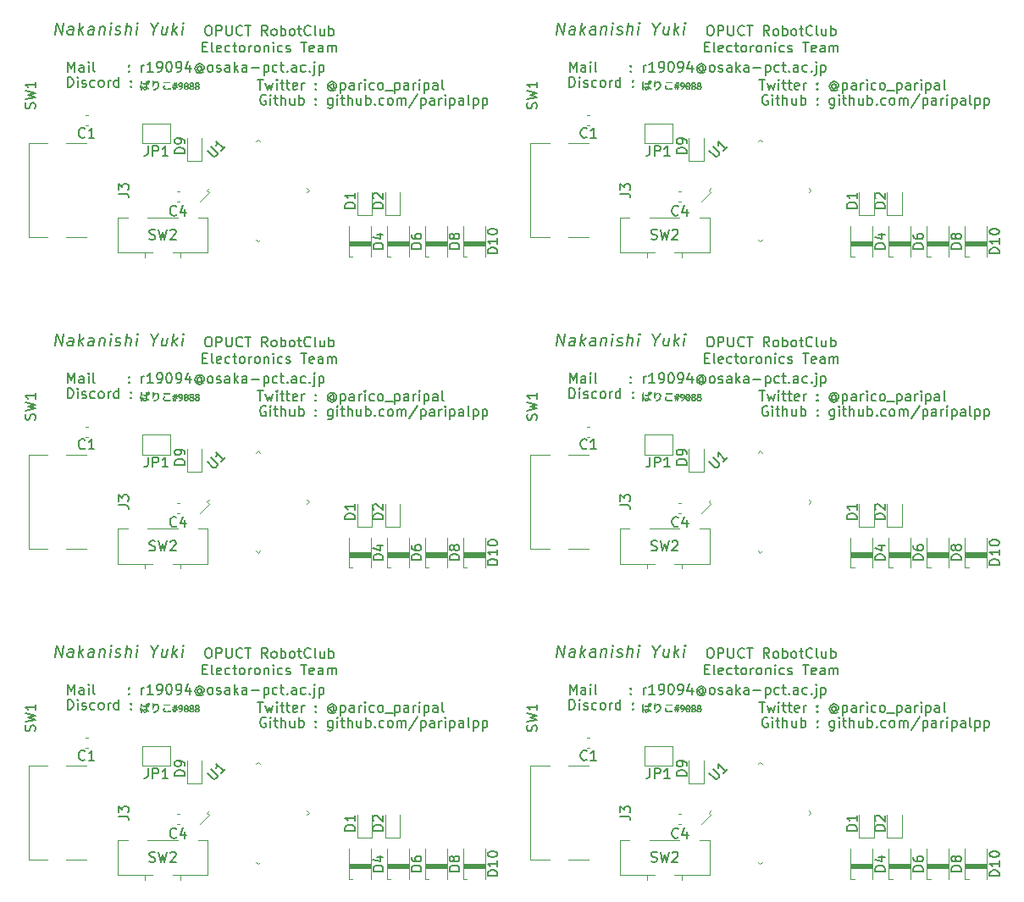
<source format=gbr>
G04 #@! TF.GenerationSoftware,KiCad,Pcbnew,(5.1.4)-1*
G04 #@! TF.CreationDate,2021-12-17T00:30:13+09:00*
G04 #@! TF.ProjectId,ident_card,6964656e-745f-4636-9172-642e6b696361,rev?*
G04 #@! TF.SameCoordinates,Original*
G04 #@! TF.FileFunction,Legend,Top*
G04 #@! TF.FilePolarity,Positive*
%FSLAX46Y46*%
G04 Gerber Fmt 4.6, Leading zero omitted, Abs format (unit mm)*
G04 Created by KiCad (PCBNEW (5.1.4)-1) date 2021-12-17 00:30:13*
%MOMM*%
%LPD*%
G04 APERTURE LIST*
%ADD10C,0.150000*%
%ADD11C,0.180000*%
%ADD12C,0.120000*%
%ADD13C,0.100000*%
%ADD14C,0.010000*%
G04 APERTURE END LIST*
D10*
X102371285Y-35568000D02*
X102276047Y-35520380D01*
X102133190Y-35520380D01*
X101990333Y-35568000D01*
X101895095Y-35663238D01*
X101847476Y-35758476D01*
X101799857Y-35948952D01*
X101799857Y-36091809D01*
X101847476Y-36282285D01*
X101895095Y-36377523D01*
X101990333Y-36472761D01*
X102133190Y-36520380D01*
X102228428Y-36520380D01*
X102371285Y-36472761D01*
X102418904Y-36425142D01*
X102418904Y-36091809D01*
X102228428Y-36091809D01*
X102847476Y-36520380D02*
X102847476Y-35853714D01*
X102847476Y-35520380D02*
X102799857Y-35568000D01*
X102847476Y-35615619D01*
X102895095Y-35568000D01*
X102847476Y-35520380D01*
X102847476Y-35615619D01*
X103180809Y-35853714D02*
X103561761Y-35853714D01*
X103323666Y-35520380D02*
X103323666Y-36377523D01*
X103371285Y-36472761D01*
X103466523Y-36520380D01*
X103561761Y-36520380D01*
X103895095Y-36520380D02*
X103895095Y-35520380D01*
X104323666Y-36520380D02*
X104323666Y-35996571D01*
X104276047Y-35901333D01*
X104180809Y-35853714D01*
X104037952Y-35853714D01*
X103942714Y-35901333D01*
X103895095Y-35948952D01*
X105228428Y-35853714D02*
X105228428Y-36520380D01*
X104799857Y-35853714D02*
X104799857Y-36377523D01*
X104847476Y-36472761D01*
X104942714Y-36520380D01*
X105085571Y-36520380D01*
X105180809Y-36472761D01*
X105228428Y-36425142D01*
X105704619Y-36520380D02*
X105704619Y-35520380D01*
X105704619Y-35901333D02*
X105799857Y-35853714D01*
X105990333Y-35853714D01*
X106085571Y-35901333D01*
X106133190Y-35948952D01*
X106180809Y-36044190D01*
X106180809Y-36329904D01*
X106133190Y-36425142D01*
X106085571Y-36472761D01*
X105990333Y-36520380D01*
X105799857Y-36520380D01*
X105704619Y-36472761D01*
X107371285Y-36425142D02*
X107418904Y-36472761D01*
X107371285Y-36520380D01*
X107323666Y-36472761D01*
X107371285Y-36425142D01*
X107371285Y-36520380D01*
X107371285Y-35901333D02*
X107418904Y-35948952D01*
X107371285Y-35996571D01*
X107323666Y-35948952D01*
X107371285Y-35901333D01*
X107371285Y-35996571D01*
X109037952Y-35853714D02*
X109037952Y-36663238D01*
X108990333Y-36758476D01*
X108942714Y-36806095D01*
X108847476Y-36853714D01*
X108704619Y-36853714D01*
X108609380Y-36806095D01*
X109037952Y-36472761D02*
X108942714Y-36520380D01*
X108752238Y-36520380D01*
X108657000Y-36472761D01*
X108609380Y-36425142D01*
X108561761Y-36329904D01*
X108561761Y-36044190D01*
X108609380Y-35948952D01*
X108657000Y-35901333D01*
X108752238Y-35853714D01*
X108942714Y-35853714D01*
X109037952Y-35901333D01*
X109514142Y-36520380D02*
X109514142Y-35853714D01*
X109514142Y-35520380D02*
X109466523Y-35568000D01*
X109514142Y-35615619D01*
X109561761Y-35568000D01*
X109514142Y-35520380D01*
X109514142Y-35615619D01*
X109847476Y-35853714D02*
X110228428Y-35853714D01*
X109990333Y-35520380D02*
X109990333Y-36377523D01*
X110037952Y-36472761D01*
X110133190Y-36520380D01*
X110228428Y-36520380D01*
X110561761Y-36520380D02*
X110561761Y-35520380D01*
X110990333Y-36520380D02*
X110990333Y-35996571D01*
X110942714Y-35901333D01*
X110847476Y-35853714D01*
X110704619Y-35853714D01*
X110609380Y-35901333D01*
X110561761Y-35948952D01*
X111895095Y-35853714D02*
X111895095Y-36520380D01*
X111466523Y-35853714D02*
X111466523Y-36377523D01*
X111514142Y-36472761D01*
X111609380Y-36520380D01*
X111752238Y-36520380D01*
X111847476Y-36472761D01*
X111895095Y-36425142D01*
X112371285Y-36520380D02*
X112371285Y-35520380D01*
X112371285Y-35901333D02*
X112466523Y-35853714D01*
X112657000Y-35853714D01*
X112752238Y-35901333D01*
X112799857Y-35948952D01*
X112847476Y-36044190D01*
X112847476Y-36329904D01*
X112799857Y-36425142D01*
X112752238Y-36472761D01*
X112657000Y-36520380D01*
X112466523Y-36520380D01*
X112371285Y-36472761D01*
X113276047Y-36425142D02*
X113323666Y-36472761D01*
X113276047Y-36520380D01*
X113228428Y-36472761D01*
X113276047Y-36425142D01*
X113276047Y-36520380D01*
X114180809Y-36472761D02*
X114085571Y-36520380D01*
X113895095Y-36520380D01*
X113799857Y-36472761D01*
X113752238Y-36425142D01*
X113704619Y-36329904D01*
X113704619Y-36044190D01*
X113752238Y-35948952D01*
X113799857Y-35901333D01*
X113895095Y-35853714D01*
X114085571Y-35853714D01*
X114180809Y-35901333D01*
X114752238Y-36520380D02*
X114657000Y-36472761D01*
X114609380Y-36425142D01*
X114561761Y-36329904D01*
X114561761Y-36044190D01*
X114609380Y-35948952D01*
X114657000Y-35901333D01*
X114752238Y-35853714D01*
X114895095Y-35853714D01*
X114990333Y-35901333D01*
X115037952Y-35948952D01*
X115085571Y-36044190D01*
X115085571Y-36329904D01*
X115037952Y-36425142D01*
X114990333Y-36472761D01*
X114895095Y-36520380D01*
X114752238Y-36520380D01*
X115514142Y-36520380D02*
X115514142Y-35853714D01*
X115514142Y-35948952D02*
X115561761Y-35901333D01*
X115657000Y-35853714D01*
X115799857Y-35853714D01*
X115895095Y-35901333D01*
X115942714Y-35996571D01*
X115942714Y-36520380D01*
X115942714Y-35996571D02*
X115990333Y-35901333D01*
X116085571Y-35853714D01*
X116228428Y-35853714D01*
X116323666Y-35901333D01*
X116371285Y-35996571D01*
X116371285Y-36520380D01*
X117561761Y-35472761D02*
X116704619Y-36758476D01*
X117895095Y-35853714D02*
X117895095Y-36853714D01*
X117895095Y-35901333D02*
X117990333Y-35853714D01*
X118180809Y-35853714D01*
X118276047Y-35901333D01*
X118323666Y-35948952D01*
X118371285Y-36044190D01*
X118371285Y-36329904D01*
X118323666Y-36425142D01*
X118276047Y-36472761D01*
X118180809Y-36520380D01*
X117990333Y-36520380D01*
X117895095Y-36472761D01*
X119228428Y-36520380D02*
X119228428Y-35996571D01*
X119180809Y-35901333D01*
X119085571Y-35853714D01*
X118895095Y-35853714D01*
X118799857Y-35901333D01*
X119228428Y-36472761D02*
X119133190Y-36520380D01*
X118895095Y-36520380D01*
X118799857Y-36472761D01*
X118752238Y-36377523D01*
X118752238Y-36282285D01*
X118799857Y-36187047D01*
X118895095Y-36139428D01*
X119133190Y-36139428D01*
X119228428Y-36091809D01*
X119704619Y-36520380D02*
X119704619Y-35853714D01*
X119704619Y-36044190D02*
X119752238Y-35948952D01*
X119799857Y-35901333D01*
X119895095Y-35853714D01*
X119990333Y-35853714D01*
X120323666Y-36520380D02*
X120323666Y-35853714D01*
X120323666Y-35520380D02*
X120276047Y-35568000D01*
X120323666Y-35615619D01*
X120371285Y-35568000D01*
X120323666Y-35520380D01*
X120323666Y-35615619D01*
X120799857Y-35853714D02*
X120799857Y-36853714D01*
X120799857Y-35901333D02*
X120895095Y-35853714D01*
X121085571Y-35853714D01*
X121180809Y-35901333D01*
X121228428Y-35948952D01*
X121276047Y-36044190D01*
X121276047Y-36329904D01*
X121228428Y-36425142D01*
X121180809Y-36472761D01*
X121085571Y-36520380D01*
X120895095Y-36520380D01*
X120799857Y-36472761D01*
X122133190Y-36520380D02*
X122133190Y-35996571D01*
X122085571Y-35901333D01*
X121990333Y-35853714D01*
X121799857Y-35853714D01*
X121704619Y-35901333D01*
X122133190Y-36472761D02*
X122037952Y-36520380D01*
X121799857Y-36520380D01*
X121704619Y-36472761D01*
X121657000Y-36377523D01*
X121657000Y-36282285D01*
X121704619Y-36187047D01*
X121799857Y-36139428D01*
X122037952Y-36139428D01*
X122133190Y-36091809D01*
X122752238Y-36520380D02*
X122657000Y-36472761D01*
X122609380Y-36377523D01*
X122609380Y-35520380D01*
X123133190Y-35853714D02*
X123133190Y-36853714D01*
X123133190Y-35901333D02*
X123228428Y-35853714D01*
X123418904Y-35853714D01*
X123514142Y-35901333D01*
X123561761Y-35948952D01*
X123609380Y-36044190D01*
X123609380Y-36329904D01*
X123561761Y-36425142D01*
X123514142Y-36472761D01*
X123418904Y-36520380D01*
X123228428Y-36520380D01*
X123133190Y-36472761D01*
X124037952Y-35853714D02*
X124037952Y-36853714D01*
X124037952Y-35901333D02*
X124133190Y-35853714D01*
X124323666Y-35853714D01*
X124418904Y-35901333D01*
X124466523Y-35948952D01*
X124514142Y-36044190D01*
X124514142Y-36329904D01*
X124466523Y-36425142D01*
X124418904Y-36472761D01*
X124323666Y-36520380D01*
X124133190Y-36520380D01*
X124037952Y-36472761D01*
X82558333Y-34742380D02*
X82558333Y-33742380D01*
X82796428Y-33742380D01*
X82939285Y-33790000D01*
X83034523Y-33885238D01*
X83082142Y-33980476D01*
X83129761Y-34170952D01*
X83129761Y-34313809D01*
X83082142Y-34504285D01*
X83034523Y-34599523D01*
X82939285Y-34694761D01*
X82796428Y-34742380D01*
X82558333Y-34742380D01*
X83558333Y-34742380D02*
X83558333Y-34075714D01*
X83558333Y-33742380D02*
X83510714Y-33790000D01*
X83558333Y-33837619D01*
X83605952Y-33790000D01*
X83558333Y-33742380D01*
X83558333Y-33837619D01*
X83986904Y-34694761D02*
X84082142Y-34742380D01*
X84272619Y-34742380D01*
X84367857Y-34694761D01*
X84415476Y-34599523D01*
X84415476Y-34551904D01*
X84367857Y-34456666D01*
X84272619Y-34409047D01*
X84129761Y-34409047D01*
X84034523Y-34361428D01*
X83986904Y-34266190D01*
X83986904Y-34218571D01*
X84034523Y-34123333D01*
X84129761Y-34075714D01*
X84272619Y-34075714D01*
X84367857Y-34123333D01*
X85272619Y-34694761D02*
X85177380Y-34742380D01*
X84986904Y-34742380D01*
X84891666Y-34694761D01*
X84844047Y-34647142D01*
X84796428Y-34551904D01*
X84796428Y-34266190D01*
X84844047Y-34170952D01*
X84891666Y-34123333D01*
X84986904Y-34075714D01*
X85177380Y-34075714D01*
X85272619Y-34123333D01*
X85844047Y-34742380D02*
X85748809Y-34694761D01*
X85701190Y-34647142D01*
X85653571Y-34551904D01*
X85653571Y-34266190D01*
X85701190Y-34170952D01*
X85748809Y-34123333D01*
X85844047Y-34075714D01*
X85986904Y-34075714D01*
X86082142Y-34123333D01*
X86129761Y-34170952D01*
X86177380Y-34266190D01*
X86177380Y-34551904D01*
X86129761Y-34647142D01*
X86082142Y-34694761D01*
X85986904Y-34742380D01*
X85844047Y-34742380D01*
X86605952Y-34742380D02*
X86605952Y-34075714D01*
X86605952Y-34266190D02*
X86653571Y-34170952D01*
X86701190Y-34123333D01*
X86796428Y-34075714D01*
X86891666Y-34075714D01*
X87653571Y-34742380D02*
X87653571Y-33742380D01*
X87653571Y-34694761D02*
X87558333Y-34742380D01*
X87367857Y-34742380D01*
X87272619Y-34694761D01*
X87225000Y-34647142D01*
X87177380Y-34551904D01*
X87177380Y-34266190D01*
X87225000Y-34170952D01*
X87272619Y-34123333D01*
X87367857Y-34075714D01*
X87558333Y-34075714D01*
X87653571Y-34123333D01*
X88891666Y-34647142D02*
X88939285Y-34694761D01*
X88891666Y-34742380D01*
X88844047Y-34694761D01*
X88891666Y-34647142D01*
X88891666Y-34742380D01*
X88891666Y-34123333D02*
X88939285Y-34170952D01*
X88891666Y-34218571D01*
X88844047Y-34170952D01*
X88891666Y-34123333D01*
X88891666Y-34218571D01*
X82615095Y-33218380D02*
X82615095Y-32218380D01*
X82948428Y-32932666D01*
X83281761Y-32218380D01*
X83281761Y-33218380D01*
X84186523Y-33218380D02*
X84186523Y-32694571D01*
X84138904Y-32599333D01*
X84043666Y-32551714D01*
X83853190Y-32551714D01*
X83757952Y-32599333D01*
X84186523Y-33170761D02*
X84091285Y-33218380D01*
X83853190Y-33218380D01*
X83757952Y-33170761D01*
X83710333Y-33075523D01*
X83710333Y-32980285D01*
X83757952Y-32885047D01*
X83853190Y-32837428D01*
X84091285Y-32837428D01*
X84186523Y-32789809D01*
X84662714Y-33218380D02*
X84662714Y-32551714D01*
X84662714Y-32218380D02*
X84615095Y-32266000D01*
X84662714Y-32313619D01*
X84710333Y-32266000D01*
X84662714Y-32218380D01*
X84662714Y-32313619D01*
X85281761Y-33218380D02*
X85186523Y-33170761D01*
X85138904Y-33075523D01*
X85138904Y-32218380D01*
X88710333Y-33123142D02*
X88757952Y-33170761D01*
X88710333Y-33218380D01*
X88662714Y-33170761D01*
X88710333Y-33123142D01*
X88710333Y-33218380D01*
X88710333Y-32599333D02*
X88757952Y-32646952D01*
X88710333Y-32694571D01*
X88662714Y-32646952D01*
X88710333Y-32599333D01*
X88710333Y-32694571D01*
X89948428Y-33218380D02*
X89948428Y-32551714D01*
X89948428Y-32742190D02*
X89996047Y-32646952D01*
X90043666Y-32599333D01*
X90138904Y-32551714D01*
X90234142Y-32551714D01*
X91091285Y-33218380D02*
X90519857Y-33218380D01*
X90805571Y-33218380D02*
X90805571Y-32218380D01*
X90710333Y-32361238D01*
X90615095Y-32456476D01*
X90519857Y-32504095D01*
X91567476Y-33218380D02*
X91757952Y-33218380D01*
X91853190Y-33170761D01*
X91900809Y-33123142D01*
X91996047Y-32980285D01*
X92043666Y-32789809D01*
X92043666Y-32408857D01*
X91996047Y-32313619D01*
X91948428Y-32266000D01*
X91853190Y-32218380D01*
X91662714Y-32218380D01*
X91567476Y-32266000D01*
X91519857Y-32313619D01*
X91472238Y-32408857D01*
X91472238Y-32646952D01*
X91519857Y-32742190D01*
X91567476Y-32789809D01*
X91662714Y-32837428D01*
X91853190Y-32837428D01*
X91948428Y-32789809D01*
X91996047Y-32742190D01*
X92043666Y-32646952D01*
X92662714Y-32218380D02*
X92757952Y-32218380D01*
X92853190Y-32266000D01*
X92900809Y-32313619D01*
X92948428Y-32408857D01*
X92996047Y-32599333D01*
X92996047Y-32837428D01*
X92948428Y-33027904D01*
X92900809Y-33123142D01*
X92853190Y-33170761D01*
X92757952Y-33218380D01*
X92662714Y-33218380D01*
X92567476Y-33170761D01*
X92519857Y-33123142D01*
X92472238Y-33027904D01*
X92424619Y-32837428D01*
X92424619Y-32599333D01*
X92472238Y-32408857D01*
X92519857Y-32313619D01*
X92567476Y-32266000D01*
X92662714Y-32218380D01*
X93472238Y-33218380D02*
X93662714Y-33218380D01*
X93757952Y-33170761D01*
X93805571Y-33123142D01*
X93900809Y-32980285D01*
X93948428Y-32789809D01*
X93948428Y-32408857D01*
X93900809Y-32313619D01*
X93853190Y-32266000D01*
X93757952Y-32218380D01*
X93567476Y-32218380D01*
X93472238Y-32266000D01*
X93424619Y-32313619D01*
X93377000Y-32408857D01*
X93377000Y-32646952D01*
X93424619Y-32742190D01*
X93472238Y-32789809D01*
X93567476Y-32837428D01*
X93757952Y-32837428D01*
X93853190Y-32789809D01*
X93900809Y-32742190D01*
X93948428Y-32646952D01*
X94805571Y-32551714D02*
X94805571Y-33218380D01*
X94567476Y-32170761D02*
X94329380Y-32885047D01*
X94948428Y-32885047D01*
X95948428Y-32742190D02*
X95900809Y-32694571D01*
X95805571Y-32646952D01*
X95710333Y-32646952D01*
X95615095Y-32694571D01*
X95567476Y-32742190D01*
X95519857Y-32837428D01*
X95519857Y-32932666D01*
X95567476Y-33027904D01*
X95615095Y-33075523D01*
X95710333Y-33123142D01*
X95805571Y-33123142D01*
X95900809Y-33075523D01*
X95948428Y-33027904D01*
X95948428Y-32646952D02*
X95948428Y-33027904D01*
X95996047Y-33075523D01*
X96043666Y-33075523D01*
X96138904Y-33027904D01*
X96186523Y-32932666D01*
X96186523Y-32694571D01*
X96091285Y-32551714D01*
X95948428Y-32456476D01*
X95757952Y-32408857D01*
X95567476Y-32456476D01*
X95424619Y-32551714D01*
X95329380Y-32694571D01*
X95281761Y-32885047D01*
X95329380Y-33075523D01*
X95424619Y-33218380D01*
X95567476Y-33313619D01*
X95757952Y-33361238D01*
X95948428Y-33313619D01*
X96091285Y-33218380D01*
X96757952Y-33218380D02*
X96662714Y-33170761D01*
X96615095Y-33123142D01*
X96567476Y-33027904D01*
X96567476Y-32742190D01*
X96615095Y-32646952D01*
X96662714Y-32599333D01*
X96757952Y-32551714D01*
X96900809Y-32551714D01*
X96996047Y-32599333D01*
X97043666Y-32646952D01*
X97091285Y-32742190D01*
X97091285Y-33027904D01*
X97043666Y-33123142D01*
X96996047Y-33170761D01*
X96900809Y-33218380D01*
X96757952Y-33218380D01*
X97472238Y-33170761D02*
X97567476Y-33218380D01*
X97757952Y-33218380D01*
X97853190Y-33170761D01*
X97900809Y-33075523D01*
X97900809Y-33027904D01*
X97853190Y-32932666D01*
X97757952Y-32885047D01*
X97615095Y-32885047D01*
X97519857Y-32837428D01*
X97472238Y-32742190D01*
X97472238Y-32694571D01*
X97519857Y-32599333D01*
X97615095Y-32551714D01*
X97757952Y-32551714D01*
X97853190Y-32599333D01*
X98757952Y-33218380D02*
X98757952Y-32694571D01*
X98710333Y-32599333D01*
X98615095Y-32551714D01*
X98424619Y-32551714D01*
X98329380Y-32599333D01*
X98757952Y-33170761D02*
X98662714Y-33218380D01*
X98424619Y-33218380D01*
X98329380Y-33170761D01*
X98281761Y-33075523D01*
X98281761Y-32980285D01*
X98329380Y-32885047D01*
X98424619Y-32837428D01*
X98662714Y-32837428D01*
X98757952Y-32789809D01*
X99234142Y-33218380D02*
X99234142Y-32218380D01*
X99329380Y-32837428D02*
X99615095Y-33218380D01*
X99615095Y-32551714D02*
X99234142Y-32932666D01*
X100472238Y-33218380D02*
X100472238Y-32694571D01*
X100424619Y-32599333D01*
X100329380Y-32551714D01*
X100138904Y-32551714D01*
X100043666Y-32599333D01*
X100472238Y-33170761D02*
X100377000Y-33218380D01*
X100138904Y-33218380D01*
X100043666Y-33170761D01*
X99996047Y-33075523D01*
X99996047Y-32980285D01*
X100043666Y-32885047D01*
X100138904Y-32837428D01*
X100377000Y-32837428D01*
X100472238Y-32789809D01*
X100948428Y-32837428D02*
X101710333Y-32837428D01*
X102186523Y-32551714D02*
X102186523Y-33551714D01*
X102186523Y-32599333D02*
X102281761Y-32551714D01*
X102472238Y-32551714D01*
X102567476Y-32599333D01*
X102615095Y-32646952D01*
X102662714Y-32742190D01*
X102662714Y-33027904D01*
X102615095Y-33123142D01*
X102567476Y-33170761D01*
X102472238Y-33218380D01*
X102281761Y-33218380D01*
X102186523Y-33170761D01*
X103519857Y-33170761D02*
X103424619Y-33218380D01*
X103234142Y-33218380D01*
X103138904Y-33170761D01*
X103091285Y-33123142D01*
X103043666Y-33027904D01*
X103043666Y-32742190D01*
X103091285Y-32646952D01*
X103138904Y-32599333D01*
X103234142Y-32551714D01*
X103424619Y-32551714D01*
X103519857Y-32599333D01*
X103805571Y-32551714D02*
X104186523Y-32551714D01*
X103948428Y-32218380D02*
X103948428Y-33075523D01*
X103996047Y-33170761D01*
X104091285Y-33218380D01*
X104186523Y-33218380D01*
X104519857Y-33123142D02*
X104567476Y-33170761D01*
X104519857Y-33218380D01*
X104472238Y-33170761D01*
X104519857Y-33123142D01*
X104519857Y-33218380D01*
X105424619Y-33218380D02*
X105424619Y-32694571D01*
X105377000Y-32599333D01*
X105281761Y-32551714D01*
X105091285Y-32551714D01*
X104996047Y-32599333D01*
X105424619Y-33170761D02*
X105329380Y-33218380D01*
X105091285Y-33218380D01*
X104996047Y-33170761D01*
X104948428Y-33075523D01*
X104948428Y-32980285D01*
X104996047Y-32885047D01*
X105091285Y-32837428D01*
X105329380Y-32837428D01*
X105424619Y-32789809D01*
X106329380Y-33170761D02*
X106234142Y-33218380D01*
X106043666Y-33218380D01*
X105948428Y-33170761D01*
X105900809Y-33123142D01*
X105853190Y-33027904D01*
X105853190Y-32742190D01*
X105900809Y-32646952D01*
X105948428Y-32599333D01*
X106043666Y-32551714D01*
X106234142Y-32551714D01*
X106329380Y-32599333D01*
X106757952Y-33123142D02*
X106805571Y-33170761D01*
X106757952Y-33218380D01*
X106710333Y-33170761D01*
X106757952Y-33123142D01*
X106757952Y-33218380D01*
X107234142Y-32551714D02*
X107234142Y-33408857D01*
X107186523Y-33504095D01*
X107091285Y-33551714D01*
X107043666Y-33551714D01*
X107234142Y-32218380D02*
X107186523Y-32266000D01*
X107234142Y-32313619D01*
X107281761Y-32266000D01*
X107234142Y-32218380D01*
X107234142Y-32313619D01*
X107710333Y-32551714D02*
X107710333Y-33551714D01*
X107710333Y-32599333D02*
X107805571Y-32551714D01*
X107996047Y-32551714D01*
X108091285Y-32599333D01*
X108138904Y-32646952D01*
X108186523Y-32742190D01*
X108186523Y-33027904D01*
X108138904Y-33123142D01*
X108091285Y-33170761D01*
X107996047Y-33218380D01*
X107805571Y-33218380D01*
X107710333Y-33170761D01*
X96552523Y-28599380D02*
X96743000Y-28599380D01*
X96838238Y-28647000D01*
X96933476Y-28742238D01*
X96981095Y-28932714D01*
X96981095Y-29266047D01*
X96933476Y-29456523D01*
X96838238Y-29551761D01*
X96743000Y-29599380D01*
X96552523Y-29599380D01*
X96457285Y-29551761D01*
X96362047Y-29456523D01*
X96314428Y-29266047D01*
X96314428Y-28932714D01*
X96362047Y-28742238D01*
X96457285Y-28647000D01*
X96552523Y-28599380D01*
X97409666Y-29599380D02*
X97409666Y-28599380D01*
X97790619Y-28599380D01*
X97885857Y-28647000D01*
X97933476Y-28694619D01*
X97981095Y-28789857D01*
X97981095Y-28932714D01*
X97933476Y-29027952D01*
X97885857Y-29075571D01*
X97790619Y-29123190D01*
X97409666Y-29123190D01*
X98409666Y-28599380D02*
X98409666Y-29408904D01*
X98457285Y-29504142D01*
X98504904Y-29551761D01*
X98600142Y-29599380D01*
X98790619Y-29599380D01*
X98885857Y-29551761D01*
X98933476Y-29504142D01*
X98981095Y-29408904D01*
X98981095Y-28599380D01*
X100028714Y-29504142D02*
X99981095Y-29551761D01*
X99838238Y-29599380D01*
X99743000Y-29599380D01*
X99600142Y-29551761D01*
X99504904Y-29456523D01*
X99457285Y-29361285D01*
X99409666Y-29170809D01*
X99409666Y-29027952D01*
X99457285Y-28837476D01*
X99504904Y-28742238D01*
X99600142Y-28647000D01*
X99743000Y-28599380D01*
X99838238Y-28599380D01*
X99981095Y-28647000D01*
X100028714Y-28694619D01*
X100314428Y-28599380D02*
X100885857Y-28599380D01*
X100600142Y-29599380D02*
X100600142Y-28599380D01*
X102552523Y-29599380D02*
X102219190Y-29123190D01*
X101981095Y-29599380D02*
X101981095Y-28599380D01*
X102362047Y-28599380D01*
X102457285Y-28647000D01*
X102504904Y-28694619D01*
X102552523Y-28789857D01*
X102552523Y-28932714D01*
X102504904Y-29027952D01*
X102457285Y-29075571D01*
X102362047Y-29123190D01*
X101981095Y-29123190D01*
X103123952Y-29599380D02*
X103028714Y-29551761D01*
X102981095Y-29504142D01*
X102933476Y-29408904D01*
X102933476Y-29123190D01*
X102981095Y-29027952D01*
X103028714Y-28980333D01*
X103123952Y-28932714D01*
X103266809Y-28932714D01*
X103362047Y-28980333D01*
X103409666Y-29027952D01*
X103457285Y-29123190D01*
X103457285Y-29408904D01*
X103409666Y-29504142D01*
X103362047Y-29551761D01*
X103266809Y-29599380D01*
X103123952Y-29599380D01*
X103885857Y-29599380D02*
X103885857Y-28599380D01*
X103885857Y-28980333D02*
X103981095Y-28932714D01*
X104171571Y-28932714D01*
X104266809Y-28980333D01*
X104314428Y-29027952D01*
X104362047Y-29123190D01*
X104362047Y-29408904D01*
X104314428Y-29504142D01*
X104266809Y-29551761D01*
X104171571Y-29599380D01*
X103981095Y-29599380D01*
X103885857Y-29551761D01*
X104933476Y-29599380D02*
X104838238Y-29551761D01*
X104790619Y-29504142D01*
X104743000Y-29408904D01*
X104743000Y-29123190D01*
X104790619Y-29027952D01*
X104838238Y-28980333D01*
X104933476Y-28932714D01*
X105076333Y-28932714D01*
X105171571Y-28980333D01*
X105219190Y-29027952D01*
X105266809Y-29123190D01*
X105266809Y-29408904D01*
X105219190Y-29504142D01*
X105171571Y-29551761D01*
X105076333Y-29599380D01*
X104933476Y-29599380D01*
X105552523Y-28932714D02*
X105933476Y-28932714D01*
X105695380Y-28599380D02*
X105695380Y-29456523D01*
X105743000Y-29551761D01*
X105838238Y-29599380D01*
X105933476Y-29599380D01*
X106838238Y-29504142D02*
X106790619Y-29551761D01*
X106647761Y-29599380D01*
X106552523Y-29599380D01*
X106409666Y-29551761D01*
X106314428Y-29456523D01*
X106266809Y-29361285D01*
X106219190Y-29170809D01*
X106219190Y-29027952D01*
X106266809Y-28837476D01*
X106314428Y-28742238D01*
X106409666Y-28647000D01*
X106552523Y-28599380D01*
X106647761Y-28599380D01*
X106790619Y-28647000D01*
X106838238Y-28694619D01*
X107409666Y-29599380D02*
X107314428Y-29551761D01*
X107266809Y-29456523D01*
X107266809Y-28599380D01*
X108219190Y-28932714D02*
X108219190Y-29599380D01*
X107790619Y-28932714D02*
X107790619Y-29456523D01*
X107838238Y-29551761D01*
X107933476Y-29599380D01*
X108076333Y-29599380D01*
X108171571Y-29551761D01*
X108219190Y-29504142D01*
X108695380Y-29599380D02*
X108695380Y-28599380D01*
X108695380Y-28980333D02*
X108790619Y-28932714D01*
X108981095Y-28932714D01*
X109076333Y-28980333D01*
X109123952Y-29027952D01*
X109171571Y-29123190D01*
X109171571Y-29408904D01*
X109123952Y-29504142D01*
X109076333Y-29551761D01*
X108981095Y-29599380D01*
X108790619Y-29599380D01*
X108695380Y-29551761D01*
X96076333Y-30725571D02*
X96409666Y-30725571D01*
X96552523Y-31249380D02*
X96076333Y-31249380D01*
X96076333Y-30249380D01*
X96552523Y-30249380D01*
X97123952Y-31249380D02*
X97028714Y-31201761D01*
X96981095Y-31106523D01*
X96981095Y-30249380D01*
X97885857Y-31201761D02*
X97790619Y-31249380D01*
X97600142Y-31249380D01*
X97504904Y-31201761D01*
X97457285Y-31106523D01*
X97457285Y-30725571D01*
X97504904Y-30630333D01*
X97600142Y-30582714D01*
X97790619Y-30582714D01*
X97885857Y-30630333D01*
X97933476Y-30725571D01*
X97933476Y-30820809D01*
X97457285Y-30916047D01*
X98790619Y-31201761D02*
X98695380Y-31249380D01*
X98504904Y-31249380D01*
X98409666Y-31201761D01*
X98362047Y-31154142D01*
X98314428Y-31058904D01*
X98314428Y-30773190D01*
X98362047Y-30677952D01*
X98409666Y-30630333D01*
X98504904Y-30582714D01*
X98695380Y-30582714D01*
X98790619Y-30630333D01*
X99076333Y-30582714D02*
X99457285Y-30582714D01*
X99219190Y-30249380D02*
X99219190Y-31106523D01*
X99266809Y-31201761D01*
X99362047Y-31249380D01*
X99457285Y-31249380D01*
X99933476Y-31249380D02*
X99838238Y-31201761D01*
X99790619Y-31154142D01*
X99743000Y-31058904D01*
X99743000Y-30773190D01*
X99790619Y-30677952D01*
X99838238Y-30630333D01*
X99933476Y-30582714D01*
X100076333Y-30582714D01*
X100171571Y-30630333D01*
X100219190Y-30677952D01*
X100266809Y-30773190D01*
X100266809Y-31058904D01*
X100219190Y-31154142D01*
X100171571Y-31201761D01*
X100076333Y-31249380D01*
X99933476Y-31249380D01*
X100695380Y-31249380D02*
X100695380Y-30582714D01*
X100695380Y-30773190D02*
X100743000Y-30677952D01*
X100790619Y-30630333D01*
X100885857Y-30582714D01*
X100981095Y-30582714D01*
X101457285Y-31249380D02*
X101362047Y-31201761D01*
X101314428Y-31154142D01*
X101266809Y-31058904D01*
X101266809Y-30773190D01*
X101314428Y-30677952D01*
X101362047Y-30630333D01*
X101457285Y-30582714D01*
X101600142Y-30582714D01*
X101695380Y-30630333D01*
X101743000Y-30677952D01*
X101790619Y-30773190D01*
X101790619Y-31058904D01*
X101743000Y-31154142D01*
X101695380Y-31201761D01*
X101600142Y-31249380D01*
X101457285Y-31249380D01*
X102219190Y-30582714D02*
X102219190Y-31249380D01*
X102219190Y-30677952D02*
X102266809Y-30630333D01*
X102362047Y-30582714D01*
X102504904Y-30582714D01*
X102600142Y-30630333D01*
X102647761Y-30725571D01*
X102647761Y-31249380D01*
X103123952Y-31249380D02*
X103123952Y-30582714D01*
X103123952Y-30249380D02*
X103076333Y-30297000D01*
X103123952Y-30344619D01*
X103171571Y-30297000D01*
X103123952Y-30249380D01*
X103123952Y-30344619D01*
X104028714Y-31201761D02*
X103933476Y-31249380D01*
X103743000Y-31249380D01*
X103647761Y-31201761D01*
X103600142Y-31154142D01*
X103552523Y-31058904D01*
X103552523Y-30773190D01*
X103600142Y-30677952D01*
X103647761Y-30630333D01*
X103743000Y-30582714D01*
X103933476Y-30582714D01*
X104028714Y-30630333D01*
X104409666Y-31201761D02*
X104504904Y-31249380D01*
X104695380Y-31249380D01*
X104790619Y-31201761D01*
X104838238Y-31106523D01*
X104838238Y-31058904D01*
X104790619Y-30963666D01*
X104695380Y-30916047D01*
X104552523Y-30916047D01*
X104457285Y-30868428D01*
X104409666Y-30773190D01*
X104409666Y-30725571D01*
X104457285Y-30630333D01*
X104552523Y-30582714D01*
X104695380Y-30582714D01*
X104790619Y-30630333D01*
X105885857Y-30249380D02*
X106457285Y-30249380D01*
X106171571Y-31249380D02*
X106171571Y-30249380D01*
X107171571Y-31201761D02*
X107076333Y-31249380D01*
X106885857Y-31249380D01*
X106790619Y-31201761D01*
X106743000Y-31106523D01*
X106743000Y-30725571D01*
X106790619Y-30630333D01*
X106885857Y-30582714D01*
X107076333Y-30582714D01*
X107171571Y-30630333D01*
X107219190Y-30725571D01*
X107219190Y-30820809D01*
X106743000Y-30916047D01*
X108076333Y-31249380D02*
X108076333Y-30725571D01*
X108028714Y-30630333D01*
X107933476Y-30582714D01*
X107743000Y-30582714D01*
X107647761Y-30630333D01*
X108076333Y-31201761D02*
X107981095Y-31249380D01*
X107743000Y-31249380D01*
X107647761Y-31201761D01*
X107600142Y-31106523D01*
X107600142Y-31011285D01*
X107647761Y-30916047D01*
X107743000Y-30868428D01*
X107981095Y-30868428D01*
X108076333Y-30820809D01*
X108552523Y-31249380D02*
X108552523Y-30582714D01*
X108552523Y-30677952D02*
X108600142Y-30630333D01*
X108695380Y-30582714D01*
X108838238Y-30582714D01*
X108933476Y-30630333D01*
X108981095Y-30725571D01*
X108981095Y-31249380D01*
X108981095Y-30725571D02*
X109028714Y-30630333D01*
X109123952Y-30582714D01*
X109266809Y-30582714D01*
X109362047Y-30630333D01*
X109409666Y-30725571D01*
X109409666Y-31249380D01*
X101537666Y-33996380D02*
X102109095Y-33996380D01*
X101823380Y-34996380D02*
X101823380Y-33996380D01*
X102347190Y-34329714D02*
X102537666Y-34996380D01*
X102728142Y-34520190D01*
X102918619Y-34996380D01*
X103109095Y-34329714D01*
X103490047Y-34996380D02*
X103490047Y-34329714D01*
X103490047Y-33996380D02*
X103442428Y-34044000D01*
X103490047Y-34091619D01*
X103537666Y-34044000D01*
X103490047Y-33996380D01*
X103490047Y-34091619D01*
X103823380Y-34329714D02*
X104204333Y-34329714D01*
X103966238Y-33996380D02*
X103966238Y-34853523D01*
X104013857Y-34948761D01*
X104109095Y-34996380D01*
X104204333Y-34996380D01*
X104394809Y-34329714D02*
X104775761Y-34329714D01*
X104537666Y-33996380D02*
X104537666Y-34853523D01*
X104585285Y-34948761D01*
X104680523Y-34996380D01*
X104775761Y-34996380D01*
X105490047Y-34948761D02*
X105394809Y-34996380D01*
X105204333Y-34996380D01*
X105109095Y-34948761D01*
X105061476Y-34853523D01*
X105061476Y-34472571D01*
X105109095Y-34377333D01*
X105204333Y-34329714D01*
X105394809Y-34329714D01*
X105490047Y-34377333D01*
X105537666Y-34472571D01*
X105537666Y-34567809D01*
X105061476Y-34663047D01*
X105966238Y-34996380D02*
X105966238Y-34329714D01*
X105966238Y-34520190D02*
X106013857Y-34424952D01*
X106061476Y-34377333D01*
X106156714Y-34329714D01*
X106251952Y-34329714D01*
X107347190Y-34901142D02*
X107394809Y-34948761D01*
X107347190Y-34996380D01*
X107299571Y-34948761D01*
X107347190Y-34901142D01*
X107347190Y-34996380D01*
X107347190Y-34377333D02*
X107394809Y-34424952D01*
X107347190Y-34472571D01*
X107299571Y-34424952D01*
X107347190Y-34377333D01*
X107347190Y-34472571D01*
X109204333Y-34520190D02*
X109156714Y-34472571D01*
X109061476Y-34424952D01*
X108966238Y-34424952D01*
X108871000Y-34472571D01*
X108823380Y-34520190D01*
X108775761Y-34615428D01*
X108775761Y-34710666D01*
X108823380Y-34805904D01*
X108871000Y-34853523D01*
X108966238Y-34901142D01*
X109061476Y-34901142D01*
X109156714Y-34853523D01*
X109204333Y-34805904D01*
X109204333Y-34424952D02*
X109204333Y-34805904D01*
X109251952Y-34853523D01*
X109299571Y-34853523D01*
X109394809Y-34805904D01*
X109442428Y-34710666D01*
X109442428Y-34472571D01*
X109347190Y-34329714D01*
X109204333Y-34234476D01*
X109013857Y-34186857D01*
X108823380Y-34234476D01*
X108680523Y-34329714D01*
X108585285Y-34472571D01*
X108537666Y-34663047D01*
X108585285Y-34853523D01*
X108680523Y-34996380D01*
X108823380Y-35091619D01*
X109013857Y-35139238D01*
X109204333Y-35091619D01*
X109347190Y-34996380D01*
X109871000Y-34329714D02*
X109871000Y-35329714D01*
X109871000Y-34377333D02*
X109966238Y-34329714D01*
X110156714Y-34329714D01*
X110251952Y-34377333D01*
X110299571Y-34424952D01*
X110347190Y-34520190D01*
X110347190Y-34805904D01*
X110299571Y-34901142D01*
X110251952Y-34948761D01*
X110156714Y-34996380D01*
X109966238Y-34996380D01*
X109871000Y-34948761D01*
X111204333Y-34996380D02*
X111204333Y-34472571D01*
X111156714Y-34377333D01*
X111061476Y-34329714D01*
X110871000Y-34329714D01*
X110775761Y-34377333D01*
X111204333Y-34948761D02*
X111109095Y-34996380D01*
X110871000Y-34996380D01*
X110775761Y-34948761D01*
X110728142Y-34853523D01*
X110728142Y-34758285D01*
X110775761Y-34663047D01*
X110871000Y-34615428D01*
X111109095Y-34615428D01*
X111204333Y-34567809D01*
X111680523Y-34996380D02*
X111680523Y-34329714D01*
X111680523Y-34520190D02*
X111728142Y-34424952D01*
X111775761Y-34377333D01*
X111871000Y-34329714D01*
X111966238Y-34329714D01*
X112299571Y-34996380D02*
X112299571Y-34329714D01*
X112299571Y-33996380D02*
X112251952Y-34044000D01*
X112299571Y-34091619D01*
X112347190Y-34044000D01*
X112299571Y-33996380D01*
X112299571Y-34091619D01*
X113204333Y-34948761D02*
X113109095Y-34996380D01*
X112918619Y-34996380D01*
X112823380Y-34948761D01*
X112775761Y-34901142D01*
X112728142Y-34805904D01*
X112728142Y-34520190D01*
X112775761Y-34424952D01*
X112823380Y-34377333D01*
X112918619Y-34329714D01*
X113109095Y-34329714D01*
X113204333Y-34377333D01*
X113775761Y-34996380D02*
X113680523Y-34948761D01*
X113632904Y-34901142D01*
X113585285Y-34805904D01*
X113585285Y-34520190D01*
X113632904Y-34424952D01*
X113680523Y-34377333D01*
X113775761Y-34329714D01*
X113918619Y-34329714D01*
X114013857Y-34377333D01*
X114061476Y-34424952D01*
X114109095Y-34520190D01*
X114109095Y-34805904D01*
X114061476Y-34901142D01*
X114013857Y-34948761D01*
X113918619Y-34996380D01*
X113775761Y-34996380D01*
X114299571Y-35091619D02*
X115061476Y-35091619D01*
X115299571Y-34329714D02*
X115299571Y-35329714D01*
X115299571Y-34377333D02*
X115394809Y-34329714D01*
X115585285Y-34329714D01*
X115680523Y-34377333D01*
X115728142Y-34424952D01*
X115775761Y-34520190D01*
X115775761Y-34805904D01*
X115728142Y-34901142D01*
X115680523Y-34948761D01*
X115585285Y-34996380D01*
X115394809Y-34996380D01*
X115299571Y-34948761D01*
X116632904Y-34996380D02*
X116632904Y-34472571D01*
X116585285Y-34377333D01*
X116490047Y-34329714D01*
X116299571Y-34329714D01*
X116204333Y-34377333D01*
X116632904Y-34948761D02*
X116537666Y-34996380D01*
X116299571Y-34996380D01*
X116204333Y-34948761D01*
X116156714Y-34853523D01*
X116156714Y-34758285D01*
X116204333Y-34663047D01*
X116299571Y-34615428D01*
X116537666Y-34615428D01*
X116632904Y-34567809D01*
X117109095Y-34996380D02*
X117109095Y-34329714D01*
X117109095Y-34520190D02*
X117156714Y-34424952D01*
X117204333Y-34377333D01*
X117299571Y-34329714D01*
X117394809Y-34329714D01*
X117728142Y-34996380D02*
X117728142Y-34329714D01*
X117728142Y-33996380D02*
X117680523Y-34044000D01*
X117728142Y-34091619D01*
X117775761Y-34044000D01*
X117728142Y-33996380D01*
X117728142Y-34091619D01*
X118204333Y-34329714D02*
X118204333Y-35329714D01*
X118204333Y-34377333D02*
X118299571Y-34329714D01*
X118490047Y-34329714D01*
X118585285Y-34377333D01*
X118632904Y-34424952D01*
X118680523Y-34520190D01*
X118680523Y-34805904D01*
X118632904Y-34901142D01*
X118585285Y-34948761D01*
X118490047Y-34996380D01*
X118299571Y-34996380D01*
X118204333Y-34948761D01*
X119537666Y-34996380D02*
X119537666Y-34472571D01*
X119490047Y-34377333D01*
X119394809Y-34329714D01*
X119204333Y-34329714D01*
X119109095Y-34377333D01*
X119537666Y-34948761D02*
X119442428Y-34996380D01*
X119204333Y-34996380D01*
X119109095Y-34948761D01*
X119061476Y-34853523D01*
X119061476Y-34758285D01*
X119109095Y-34663047D01*
X119204333Y-34615428D01*
X119442428Y-34615428D01*
X119537666Y-34567809D01*
X120156714Y-34996380D02*
X120061476Y-34948761D01*
X120013857Y-34853523D01*
X120013857Y-33996380D01*
D11*
X81294160Y-29498857D02*
X81444160Y-28298857D01*
X81979875Y-29498857D01*
X82129875Y-28298857D01*
X83065589Y-29498857D02*
X83144160Y-28870285D01*
X83101303Y-28756000D01*
X82994160Y-28698857D01*
X82765589Y-28698857D01*
X82644160Y-28756000D01*
X83072732Y-29441714D02*
X82951303Y-29498857D01*
X82665589Y-29498857D01*
X82558446Y-29441714D01*
X82515589Y-29327428D01*
X82529875Y-29213142D01*
X82601303Y-29098857D01*
X82722732Y-29041714D01*
X83008446Y-29041714D01*
X83129875Y-28984571D01*
X83637017Y-29498857D02*
X83787017Y-28298857D01*
X83808446Y-29041714D02*
X84094160Y-29498857D01*
X84194160Y-28698857D02*
X83679875Y-29156000D01*
X85122732Y-29498857D02*
X85201303Y-28870285D01*
X85158446Y-28756000D01*
X85051303Y-28698857D01*
X84822732Y-28698857D01*
X84701303Y-28756000D01*
X85129875Y-29441714D02*
X85008446Y-29498857D01*
X84722732Y-29498857D01*
X84615589Y-29441714D01*
X84572732Y-29327428D01*
X84587017Y-29213142D01*
X84658446Y-29098857D01*
X84779875Y-29041714D01*
X85065589Y-29041714D01*
X85187017Y-28984571D01*
X85794160Y-28698857D02*
X85694160Y-29498857D01*
X85779875Y-28813142D02*
X85844160Y-28756000D01*
X85965589Y-28698857D01*
X86137017Y-28698857D01*
X86244160Y-28756000D01*
X86287017Y-28870285D01*
X86208446Y-29498857D01*
X86779875Y-29498857D02*
X86879875Y-28698857D01*
X86929875Y-28298857D02*
X86865589Y-28356000D01*
X86915589Y-28413142D01*
X86979875Y-28356000D01*
X86929875Y-28298857D01*
X86915589Y-28413142D01*
X87301303Y-29441714D02*
X87408446Y-29498857D01*
X87637017Y-29498857D01*
X87758446Y-29441714D01*
X87829875Y-29327428D01*
X87837017Y-29270285D01*
X87794160Y-29156000D01*
X87687017Y-29098857D01*
X87515589Y-29098857D01*
X87408446Y-29041714D01*
X87365589Y-28927428D01*
X87372732Y-28870285D01*
X87444160Y-28756000D01*
X87565589Y-28698857D01*
X87737017Y-28698857D01*
X87844160Y-28756000D01*
X88322732Y-29498857D02*
X88472732Y-28298857D01*
X88837017Y-29498857D02*
X88915589Y-28870285D01*
X88872732Y-28756000D01*
X88765589Y-28698857D01*
X88594160Y-28698857D01*
X88472732Y-28756000D01*
X88408446Y-28813142D01*
X89408446Y-29498857D02*
X89508446Y-28698857D01*
X89558446Y-28298857D02*
X89494160Y-28356000D01*
X89544160Y-28413142D01*
X89608446Y-28356000D01*
X89558446Y-28298857D01*
X89544160Y-28413142D01*
X91194160Y-28927428D02*
X91122732Y-29498857D01*
X90872732Y-28298857D02*
X91194160Y-28927428D01*
X91672732Y-28298857D01*
X92537017Y-28698857D02*
X92437017Y-29498857D01*
X92022732Y-28698857D02*
X91944160Y-29327428D01*
X91987017Y-29441714D01*
X92094160Y-29498857D01*
X92265589Y-29498857D01*
X92387017Y-29441714D01*
X92451303Y-29384571D01*
X93008446Y-29498857D02*
X93158446Y-28298857D01*
X93179875Y-29041714D02*
X93465589Y-29498857D01*
X93565589Y-28698857D02*
X93051303Y-29156000D01*
X93979875Y-29498857D02*
X94079875Y-28698857D01*
X94129875Y-28298857D02*
X94065589Y-28356000D01*
X94115589Y-28413142D01*
X94179875Y-28356000D01*
X94129875Y-28298857D01*
X94115589Y-28413142D01*
D10*
X102371285Y-66683000D02*
X102276047Y-66635380D01*
X102133190Y-66635380D01*
X101990333Y-66683000D01*
X101895095Y-66778238D01*
X101847476Y-66873476D01*
X101799857Y-67063952D01*
X101799857Y-67206809D01*
X101847476Y-67397285D01*
X101895095Y-67492523D01*
X101990333Y-67587761D01*
X102133190Y-67635380D01*
X102228428Y-67635380D01*
X102371285Y-67587761D01*
X102418904Y-67540142D01*
X102418904Y-67206809D01*
X102228428Y-67206809D01*
X102847476Y-67635380D02*
X102847476Y-66968714D01*
X102847476Y-66635380D02*
X102799857Y-66683000D01*
X102847476Y-66730619D01*
X102895095Y-66683000D01*
X102847476Y-66635380D01*
X102847476Y-66730619D01*
X103180809Y-66968714D02*
X103561761Y-66968714D01*
X103323666Y-66635380D02*
X103323666Y-67492523D01*
X103371285Y-67587761D01*
X103466523Y-67635380D01*
X103561761Y-67635380D01*
X103895095Y-67635380D02*
X103895095Y-66635380D01*
X104323666Y-67635380D02*
X104323666Y-67111571D01*
X104276047Y-67016333D01*
X104180809Y-66968714D01*
X104037952Y-66968714D01*
X103942714Y-67016333D01*
X103895095Y-67063952D01*
X105228428Y-66968714D02*
X105228428Y-67635380D01*
X104799857Y-66968714D02*
X104799857Y-67492523D01*
X104847476Y-67587761D01*
X104942714Y-67635380D01*
X105085571Y-67635380D01*
X105180809Y-67587761D01*
X105228428Y-67540142D01*
X105704619Y-67635380D02*
X105704619Y-66635380D01*
X105704619Y-67016333D02*
X105799857Y-66968714D01*
X105990333Y-66968714D01*
X106085571Y-67016333D01*
X106133190Y-67063952D01*
X106180809Y-67159190D01*
X106180809Y-67444904D01*
X106133190Y-67540142D01*
X106085571Y-67587761D01*
X105990333Y-67635380D01*
X105799857Y-67635380D01*
X105704619Y-67587761D01*
X107371285Y-67540142D02*
X107418904Y-67587761D01*
X107371285Y-67635380D01*
X107323666Y-67587761D01*
X107371285Y-67540142D01*
X107371285Y-67635380D01*
X107371285Y-67016333D02*
X107418904Y-67063952D01*
X107371285Y-67111571D01*
X107323666Y-67063952D01*
X107371285Y-67016333D01*
X107371285Y-67111571D01*
X109037952Y-66968714D02*
X109037952Y-67778238D01*
X108990333Y-67873476D01*
X108942714Y-67921095D01*
X108847476Y-67968714D01*
X108704619Y-67968714D01*
X108609380Y-67921095D01*
X109037952Y-67587761D02*
X108942714Y-67635380D01*
X108752238Y-67635380D01*
X108657000Y-67587761D01*
X108609380Y-67540142D01*
X108561761Y-67444904D01*
X108561761Y-67159190D01*
X108609380Y-67063952D01*
X108657000Y-67016333D01*
X108752238Y-66968714D01*
X108942714Y-66968714D01*
X109037952Y-67016333D01*
X109514142Y-67635380D02*
X109514142Y-66968714D01*
X109514142Y-66635380D02*
X109466523Y-66683000D01*
X109514142Y-66730619D01*
X109561761Y-66683000D01*
X109514142Y-66635380D01*
X109514142Y-66730619D01*
X109847476Y-66968714D02*
X110228428Y-66968714D01*
X109990333Y-66635380D02*
X109990333Y-67492523D01*
X110037952Y-67587761D01*
X110133190Y-67635380D01*
X110228428Y-67635380D01*
X110561761Y-67635380D02*
X110561761Y-66635380D01*
X110990333Y-67635380D02*
X110990333Y-67111571D01*
X110942714Y-67016333D01*
X110847476Y-66968714D01*
X110704619Y-66968714D01*
X110609380Y-67016333D01*
X110561761Y-67063952D01*
X111895095Y-66968714D02*
X111895095Y-67635380D01*
X111466523Y-66968714D02*
X111466523Y-67492523D01*
X111514142Y-67587761D01*
X111609380Y-67635380D01*
X111752238Y-67635380D01*
X111847476Y-67587761D01*
X111895095Y-67540142D01*
X112371285Y-67635380D02*
X112371285Y-66635380D01*
X112371285Y-67016333D02*
X112466523Y-66968714D01*
X112657000Y-66968714D01*
X112752238Y-67016333D01*
X112799857Y-67063952D01*
X112847476Y-67159190D01*
X112847476Y-67444904D01*
X112799857Y-67540142D01*
X112752238Y-67587761D01*
X112657000Y-67635380D01*
X112466523Y-67635380D01*
X112371285Y-67587761D01*
X113276047Y-67540142D02*
X113323666Y-67587761D01*
X113276047Y-67635380D01*
X113228428Y-67587761D01*
X113276047Y-67540142D01*
X113276047Y-67635380D01*
X114180809Y-67587761D02*
X114085571Y-67635380D01*
X113895095Y-67635380D01*
X113799857Y-67587761D01*
X113752238Y-67540142D01*
X113704619Y-67444904D01*
X113704619Y-67159190D01*
X113752238Y-67063952D01*
X113799857Y-67016333D01*
X113895095Y-66968714D01*
X114085571Y-66968714D01*
X114180809Y-67016333D01*
X114752238Y-67635380D02*
X114657000Y-67587761D01*
X114609380Y-67540142D01*
X114561761Y-67444904D01*
X114561761Y-67159190D01*
X114609380Y-67063952D01*
X114657000Y-67016333D01*
X114752238Y-66968714D01*
X114895095Y-66968714D01*
X114990333Y-67016333D01*
X115037952Y-67063952D01*
X115085571Y-67159190D01*
X115085571Y-67444904D01*
X115037952Y-67540142D01*
X114990333Y-67587761D01*
X114895095Y-67635380D01*
X114752238Y-67635380D01*
X115514142Y-67635380D02*
X115514142Y-66968714D01*
X115514142Y-67063952D02*
X115561761Y-67016333D01*
X115657000Y-66968714D01*
X115799857Y-66968714D01*
X115895095Y-67016333D01*
X115942714Y-67111571D01*
X115942714Y-67635380D01*
X115942714Y-67111571D02*
X115990333Y-67016333D01*
X116085571Y-66968714D01*
X116228428Y-66968714D01*
X116323666Y-67016333D01*
X116371285Y-67111571D01*
X116371285Y-67635380D01*
X117561761Y-66587761D02*
X116704619Y-67873476D01*
X117895095Y-66968714D02*
X117895095Y-67968714D01*
X117895095Y-67016333D02*
X117990333Y-66968714D01*
X118180809Y-66968714D01*
X118276047Y-67016333D01*
X118323666Y-67063952D01*
X118371285Y-67159190D01*
X118371285Y-67444904D01*
X118323666Y-67540142D01*
X118276047Y-67587761D01*
X118180809Y-67635380D01*
X117990333Y-67635380D01*
X117895095Y-67587761D01*
X119228428Y-67635380D02*
X119228428Y-67111571D01*
X119180809Y-67016333D01*
X119085571Y-66968714D01*
X118895095Y-66968714D01*
X118799857Y-67016333D01*
X119228428Y-67587761D02*
X119133190Y-67635380D01*
X118895095Y-67635380D01*
X118799857Y-67587761D01*
X118752238Y-67492523D01*
X118752238Y-67397285D01*
X118799857Y-67302047D01*
X118895095Y-67254428D01*
X119133190Y-67254428D01*
X119228428Y-67206809D01*
X119704619Y-67635380D02*
X119704619Y-66968714D01*
X119704619Y-67159190D02*
X119752238Y-67063952D01*
X119799857Y-67016333D01*
X119895095Y-66968714D01*
X119990333Y-66968714D01*
X120323666Y-67635380D02*
X120323666Y-66968714D01*
X120323666Y-66635380D02*
X120276047Y-66683000D01*
X120323666Y-66730619D01*
X120371285Y-66683000D01*
X120323666Y-66635380D01*
X120323666Y-66730619D01*
X120799857Y-66968714D02*
X120799857Y-67968714D01*
X120799857Y-67016333D02*
X120895095Y-66968714D01*
X121085571Y-66968714D01*
X121180809Y-67016333D01*
X121228428Y-67063952D01*
X121276047Y-67159190D01*
X121276047Y-67444904D01*
X121228428Y-67540142D01*
X121180809Y-67587761D01*
X121085571Y-67635380D01*
X120895095Y-67635380D01*
X120799857Y-67587761D01*
X122133190Y-67635380D02*
X122133190Y-67111571D01*
X122085571Y-67016333D01*
X121990333Y-66968714D01*
X121799857Y-66968714D01*
X121704619Y-67016333D01*
X122133190Y-67587761D02*
X122037952Y-67635380D01*
X121799857Y-67635380D01*
X121704619Y-67587761D01*
X121657000Y-67492523D01*
X121657000Y-67397285D01*
X121704619Y-67302047D01*
X121799857Y-67254428D01*
X122037952Y-67254428D01*
X122133190Y-67206809D01*
X122752238Y-67635380D02*
X122657000Y-67587761D01*
X122609380Y-67492523D01*
X122609380Y-66635380D01*
X123133190Y-66968714D02*
X123133190Y-67968714D01*
X123133190Y-67016333D02*
X123228428Y-66968714D01*
X123418904Y-66968714D01*
X123514142Y-67016333D01*
X123561761Y-67063952D01*
X123609380Y-67159190D01*
X123609380Y-67444904D01*
X123561761Y-67540142D01*
X123514142Y-67587761D01*
X123418904Y-67635380D01*
X123228428Y-67635380D01*
X123133190Y-67587761D01*
X124037952Y-66968714D02*
X124037952Y-67968714D01*
X124037952Y-67016333D02*
X124133190Y-66968714D01*
X124323666Y-66968714D01*
X124418904Y-67016333D01*
X124466523Y-67063952D01*
X124514142Y-67159190D01*
X124514142Y-67444904D01*
X124466523Y-67540142D01*
X124418904Y-67587761D01*
X124323666Y-67635380D01*
X124133190Y-67635380D01*
X124037952Y-67587761D01*
X82558333Y-65857380D02*
X82558333Y-64857380D01*
X82796428Y-64857380D01*
X82939285Y-64905000D01*
X83034523Y-65000238D01*
X83082142Y-65095476D01*
X83129761Y-65285952D01*
X83129761Y-65428809D01*
X83082142Y-65619285D01*
X83034523Y-65714523D01*
X82939285Y-65809761D01*
X82796428Y-65857380D01*
X82558333Y-65857380D01*
X83558333Y-65857380D02*
X83558333Y-65190714D01*
X83558333Y-64857380D02*
X83510714Y-64905000D01*
X83558333Y-64952619D01*
X83605952Y-64905000D01*
X83558333Y-64857380D01*
X83558333Y-64952619D01*
X83986904Y-65809761D02*
X84082142Y-65857380D01*
X84272619Y-65857380D01*
X84367857Y-65809761D01*
X84415476Y-65714523D01*
X84415476Y-65666904D01*
X84367857Y-65571666D01*
X84272619Y-65524047D01*
X84129761Y-65524047D01*
X84034523Y-65476428D01*
X83986904Y-65381190D01*
X83986904Y-65333571D01*
X84034523Y-65238333D01*
X84129761Y-65190714D01*
X84272619Y-65190714D01*
X84367857Y-65238333D01*
X85272619Y-65809761D02*
X85177380Y-65857380D01*
X84986904Y-65857380D01*
X84891666Y-65809761D01*
X84844047Y-65762142D01*
X84796428Y-65666904D01*
X84796428Y-65381190D01*
X84844047Y-65285952D01*
X84891666Y-65238333D01*
X84986904Y-65190714D01*
X85177380Y-65190714D01*
X85272619Y-65238333D01*
X85844047Y-65857380D02*
X85748809Y-65809761D01*
X85701190Y-65762142D01*
X85653571Y-65666904D01*
X85653571Y-65381190D01*
X85701190Y-65285952D01*
X85748809Y-65238333D01*
X85844047Y-65190714D01*
X85986904Y-65190714D01*
X86082142Y-65238333D01*
X86129761Y-65285952D01*
X86177380Y-65381190D01*
X86177380Y-65666904D01*
X86129761Y-65762142D01*
X86082142Y-65809761D01*
X85986904Y-65857380D01*
X85844047Y-65857380D01*
X86605952Y-65857380D02*
X86605952Y-65190714D01*
X86605952Y-65381190D02*
X86653571Y-65285952D01*
X86701190Y-65238333D01*
X86796428Y-65190714D01*
X86891666Y-65190714D01*
X87653571Y-65857380D02*
X87653571Y-64857380D01*
X87653571Y-65809761D02*
X87558333Y-65857380D01*
X87367857Y-65857380D01*
X87272619Y-65809761D01*
X87225000Y-65762142D01*
X87177380Y-65666904D01*
X87177380Y-65381190D01*
X87225000Y-65285952D01*
X87272619Y-65238333D01*
X87367857Y-65190714D01*
X87558333Y-65190714D01*
X87653571Y-65238333D01*
X88891666Y-65762142D02*
X88939285Y-65809761D01*
X88891666Y-65857380D01*
X88844047Y-65809761D01*
X88891666Y-65762142D01*
X88891666Y-65857380D01*
X88891666Y-65238333D02*
X88939285Y-65285952D01*
X88891666Y-65333571D01*
X88844047Y-65285952D01*
X88891666Y-65238333D01*
X88891666Y-65333571D01*
X82615095Y-64333380D02*
X82615095Y-63333380D01*
X82948428Y-64047666D01*
X83281761Y-63333380D01*
X83281761Y-64333380D01*
X84186523Y-64333380D02*
X84186523Y-63809571D01*
X84138904Y-63714333D01*
X84043666Y-63666714D01*
X83853190Y-63666714D01*
X83757952Y-63714333D01*
X84186523Y-64285761D02*
X84091285Y-64333380D01*
X83853190Y-64333380D01*
X83757952Y-64285761D01*
X83710333Y-64190523D01*
X83710333Y-64095285D01*
X83757952Y-64000047D01*
X83853190Y-63952428D01*
X84091285Y-63952428D01*
X84186523Y-63904809D01*
X84662714Y-64333380D02*
X84662714Y-63666714D01*
X84662714Y-63333380D02*
X84615095Y-63381000D01*
X84662714Y-63428619D01*
X84710333Y-63381000D01*
X84662714Y-63333380D01*
X84662714Y-63428619D01*
X85281761Y-64333380D02*
X85186523Y-64285761D01*
X85138904Y-64190523D01*
X85138904Y-63333380D01*
X88710333Y-64238142D02*
X88757952Y-64285761D01*
X88710333Y-64333380D01*
X88662714Y-64285761D01*
X88710333Y-64238142D01*
X88710333Y-64333380D01*
X88710333Y-63714333D02*
X88757952Y-63761952D01*
X88710333Y-63809571D01*
X88662714Y-63761952D01*
X88710333Y-63714333D01*
X88710333Y-63809571D01*
X89948428Y-64333380D02*
X89948428Y-63666714D01*
X89948428Y-63857190D02*
X89996047Y-63761952D01*
X90043666Y-63714333D01*
X90138904Y-63666714D01*
X90234142Y-63666714D01*
X91091285Y-64333380D02*
X90519857Y-64333380D01*
X90805571Y-64333380D02*
X90805571Y-63333380D01*
X90710333Y-63476238D01*
X90615095Y-63571476D01*
X90519857Y-63619095D01*
X91567476Y-64333380D02*
X91757952Y-64333380D01*
X91853190Y-64285761D01*
X91900809Y-64238142D01*
X91996047Y-64095285D01*
X92043666Y-63904809D01*
X92043666Y-63523857D01*
X91996047Y-63428619D01*
X91948428Y-63381000D01*
X91853190Y-63333380D01*
X91662714Y-63333380D01*
X91567476Y-63381000D01*
X91519857Y-63428619D01*
X91472238Y-63523857D01*
X91472238Y-63761952D01*
X91519857Y-63857190D01*
X91567476Y-63904809D01*
X91662714Y-63952428D01*
X91853190Y-63952428D01*
X91948428Y-63904809D01*
X91996047Y-63857190D01*
X92043666Y-63761952D01*
X92662714Y-63333380D02*
X92757952Y-63333380D01*
X92853190Y-63381000D01*
X92900809Y-63428619D01*
X92948428Y-63523857D01*
X92996047Y-63714333D01*
X92996047Y-63952428D01*
X92948428Y-64142904D01*
X92900809Y-64238142D01*
X92853190Y-64285761D01*
X92757952Y-64333380D01*
X92662714Y-64333380D01*
X92567476Y-64285761D01*
X92519857Y-64238142D01*
X92472238Y-64142904D01*
X92424619Y-63952428D01*
X92424619Y-63714333D01*
X92472238Y-63523857D01*
X92519857Y-63428619D01*
X92567476Y-63381000D01*
X92662714Y-63333380D01*
X93472238Y-64333380D02*
X93662714Y-64333380D01*
X93757952Y-64285761D01*
X93805571Y-64238142D01*
X93900809Y-64095285D01*
X93948428Y-63904809D01*
X93948428Y-63523857D01*
X93900809Y-63428619D01*
X93853190Y-63381000D01*
X93757952Y-63333380D01*
X93567476Y-63333380D01*
X93472238Y-63381000D01*
X93424619Y-63428619D01*
X93377000Y-63523857D01*
X93377000Y-63761952D01*
X93424619Y-63857190D01*
X93472238Y-63904809D01*
X93567476Y-63952428D01*
X93757952Y-63952428D01*
X93853190Y-63904809D01*
X93900809Y-63857190D01*
X93948428Y-63761952D01*
X94805571Y-63666714D02*
X94805571Y-64333380D01*
X94567476Y-63285761D02*
X94329380Y-64000047D01*
X94948428Y-64000047D01*
X95948428Y-63857190D02*
X95900809Y-63809571D01*
X95805571Y-63761952D01*
X95710333Y-63761952D01*
X95615095Y-63809571D01*
X95567476Y-63857190D01*
X95519857Y-63952428D01*
X95519857Y-64047666D01*
X95567476Y-64142904D01*
X95615095Y-64190523D01*
X95710333Y-64238142D01*
X95805571Y-64238142D01*
X95900809Y-64190523D01*
X95948428Y-64142904D01*
X95948428Y-63761952D02*
X95948428Y-64142904D01*
X95996047Y-64190523D01*
X96043666Y-64190523D01*
X96138904Y-64142904D01*
X96186523Y-64047666D01*
X96186523Y-63809571D01*
X96091285Y-63666714D01*
X95948428Y-63571476D01*
X95757952Y-63523857D01*
X95567476Y-63571476D01*
X95424619Y-63666714D01*
X95329380Y-63809571D01*
X95281761Y-64000047D01*
X95329380Y-64190523D01*
X95424619Y-64333380D01*
X95567476Y-64428619D01*
X95757952Y-64476238D01*
X95948428Y-64428619D01*
X96091285Y-64333380D01*
X96757952Y-64333380D02*
X96662714Y-64285761D01*
X96615095Y-64238142D01*
X96567476Y-64142904D01*
X96567476Y-63857190D01*
X96615095Y-63761952D01*
X96662714Y-63714333D01*
X96757952Y-63666714D01*
X96900809Y-63666714D01*
X96996047Y-63714333D01*
X97043666Y-63761952D01*
X97091285Y-63857190D01*
X97091285Y-64142904D01*
X97043666Y-64238142D01*
X96996047Y-64285761D01*
X96900809Y-64333380D01*
X96757952Y-64333380D01*
X97472238Y-64285761D02*
X97567476Y-64333380D01*
X97757952Y-64333380D01*
X97853190Y-64285761D01*
X97900809Y-64190523D01*
X97900809Y-64142904D01*
X97853190Y-64047666D01*
X97757952Y-64000047D01*
X97615095Y-64000047D01*
X97519857Y-63952428D01*
X97472238Y-63857190D01*
X97472238Y-63809571D01*
X97519857Y-63714333D01*
X97615095Y-63666714D01*
X97757952Y-63666714D01*
X97853190Y-63714333D01*
X98757952Y-64333380D02*
X98757952Y-63809571D01*
X98710333Y-63714333D01*
X98615095Y-63666714D01*
X98424619Y-63666714D01*
X98329380Y-63714333D01*
X98757952Y-64285761D02*
X98662714Y-64333380D01*
X98424619Y-64333380D01*
X98329380Y-64285761D01*
X98281761Y-64190523D01*
X98281761Y-64095285D01*
X98329380Y-64000047D01*
X98424619Y-63952428D01*
X98662714Y-63952428D01*
X98757952Y-63904809D01*
X99234142Y-64333380D02*
X99234142Y-63333380D01*
X99329380Y-63952428D02*
X99615095Y-64333380D01*
X99615095Y-63666714D02*
X99234142Y-64047666D01*
X100472238Y-64333380D02*
X100472238Y-63809571D01*
X100424619Y-63714333D01*
X100329380Y-63666714D01*
X100138904Y-63666714D01*
X100043666Y-63714333D01*
X100472238Y-64285761D02*
X100377000Y-64333380D01*
X100138904Y-64333380D01*
X100043666Y-64285761D01*
X99996047Y-64190523D01*
X99996047Y-64095285D01*
X100043666Y-64000047D01*
X100138904Y-63952428D01*
X100377000Y-63952428D01*
X100472238Y-63904809D01*
X100948428Y-63952428D02*
X101710333Y-63952428D01*
X102186523Y-63666714D02*
X102186523Y-64666714D01*
X102186523Y-63714333D02*
X102281761Y-63666714D01*
X102472238Y-63666714D01*
X102567476Y-63714333D01*
X102615095Y-63761952D01*
X102662714Y-63857190D01*
X102662714Y-64142904D01*
X102615095Y-64238142D01*
X102567476Y-64285761D01*
X102472238Y-64333380D01*
X102281761Y-64333380D01*
X102186523Y-64285761D01*
X103519857Y-64285761D02*
X103424619Y-64333380D01*
X103234142Y-64333380D01*
X103138904Y-64285761D01*
X103091285Y-64238142D01*
X103043666Y-64142904D01*
X103043666Y-63857190D01*
X103091285Y-63761952D01*
X103138904Y-63714333D01*
X103234142Y-63666714D01*
X103424619Y-63666714D01*
X103519857Y-63714333D01*
X103805571Y-63666714D02*
X104186523Y-63666714D01*
X103948428Y-63333380D02*
X103948428Y-64190523D01*
X103996047Y-64285761D01*
X104091285Y-64333380D01*
X104186523Y-64333380D01*
X104519857Y-64238142D02*
X104567476Y-64285761D01*
X104519857Y-64333380D01*
X104472238Y-64285761D01*
X104519857Y-64238142D01*
X104519857Y-64333380D01*
X105424619Y-64333380D02*
X105424619Y-63809571D01*
X105377000Y-63714333D01*
X105281761Y-63666714D01*
X105091285Y-63666714D01*
X104996047Y-63714333D01*
X105424619Y-64285761D02*
X105329380Y-64333380D01*
X105091285Y-64333380D01*
X104996047Y-64285761D01*
X104948428Y-64190523D01*
X104948428Y-64095285D01*
X104996047Y-64000047D01*
X105091285Y-63952428D01*
X105329380Y-63952428D01*
X105424619Y-63904809D01*
X106329380Y-64285761D02*
X106234142Y-64333380D01*
X106043666Y-64333380D01*
X105948428Y-64285761D01*
X105900809Y-64238142D01*
X105853190Y-64142904D01*
X105853190Y-63857190D01*
X105900809Y-63761952D01*
X105948428Y-63714333D01*
X106043666Y-63666714D01*
X106234142Y-63666714D01*
X106329380Y-63714333D01*
X106757952Y-64238142D02*
X106805571Y-64285761D01*
X106757952Y-64333380D01*
X106710333Y-64285761D01*
X106757952Y-64238142D01*
X106757952Y-64333380D01*
X107234142Y-63666714D02*
X107234142Y-64523857D01*
X107186523Y-64619095D01*
X107091285Y-64666714D01*
X107043666Y-64666714D01*
X107234142Y-63333380D02*
X107186523Y-63381000D01*
X107234142Y-63428619D01*
X107281761Y-63381000D01*
X107234142Y-63333380D01*
X107234142Y-63428619D01*
X107710333Y-63666714D02*
X107710333Y-64666714D01*
X107710333Y-63714333D02*
X107805571Y-63666714D01*
X107996047Y-63666714D01*
X108091285Y-63714333D01*
X108138904Y-63761952D01*
X108186523Y-63857190D01*
X108186523Y-64142904D01*
X108138904Y-64238142D01*
X108091285Y-64285761D01*
X107996047Y-64333380D01*
X107805571Y-64333380D01*
X107710333Y-64285761D01*
X96552523Y-59714380D02*
X96743000Y-59714380D01*
X96838238Y-59762000D01*
X96933476Y-59857238D01*
X96981095Y-60047714D01*
X96981095Y-60381047D01*
X96933476Y-60571523D01*
X96838238Y-60666761D01*
X96743000Y-60714380D01*
X96552523Y-60714380D01*
X96457285Y-60666761D01*
X96362047Y-60571523D01*
X96314428Y-60381047D01*
X96314428Y-60047714D01*
X96362047Y-59857238D01*
X96457285Y-59762000D01*
X96552523Y-59714380D01*
X97409666Y-60714380D02*
X97409666Y-59714380D01*
X97790619Y-59714380D01*
X97885857Y-59762000D01*
X97933476Y-59809619D01*
X97981095Y-59904857D01*
X97981095Y-60047714D01*
X97933476Y-60142952D01*
X97885857Y-60190571D01*
X97790619Y-60238190D01*
X97409666Y-60238190D01*
X98409666Y-59714380D02*
X98409666Y-60523904D01*
X98457285Y-60619142D01*
X98504904Y-60666761D01*
X98600142Y-60714380D01*
X98790619Y-60714380D01*
X98885857Y-60666761D01*
X98933476Y-60619142D01*
X98981095Y-60523904D01*
X98981095Y-59714380D01*
X100028714Y-60619142D02*
X99981095Y-60666761D01*
X99838238Y-60714380D01*
X99743000Y-60714380D01*
X99600142Y-60666761D01*
X99504904Y-60571523D01*
X99457285Y-60476285D01*
X99409666Y-60285809D01*
X99409666Y-60142952D01*
X99457285Y-59952476D01*
X99504904Y-59857238D01*
X99600142Y-59762000D01*
X99743000Y-59714380D01*
X99838238Y-59714380D01*
X99981095Y-59762000D01*
X100028714Y-59809619D01*
X100314428Y-59714380D02*
X100885857Y-59714380D01*
X100600142Y-60714380D02*
X100600142Y-59714380D01*
X102552523Y-60714380D02*
X102219190Y-60238190D01*
X101981095Y-60714380D02*
X101981095Y-59714380D01*
X102362047Y-59714380D01*
X102457285Y-59762000D01*
X102504904Y-59809619D01*
X102552523Y-59904857D01*
X102552523Y-60047714D01*
X102504904Y-60142952D01*
X102457285Y-60190571D01*
X102362047Y-60238190D01*
X101981095Y-60238190D01*
X103123952Y-60714380D02*
X103028714Y-60666761D01*
X102981095Y-60619142D01*
X102933476Y-60523904D01*
X102933476Y-60238190D01*
X102981095Y-60142952D01*
X103028714Y-60095333D01*
X103123952Y-60047714D01*
X103266809Y-60047714D01*
X103362047Y-60095333D01*
X103409666Y-60142952D01*
X103457285Y-60238190D01*
X103457285Y-60523904D01*
X103409666Y-60619142D01*
X103362047Y-60666761D01*
X103266809Y-60714380D01*
X103123952Y-60714380D01*
X103885857Y-60714380D02*
X103885857Y-59714380D01*
X103885857Y-60095333D02*
X103981095Y-60047714D01*
X104171571Y-60047714D01*
X104266809Y-60095333D01*
X104314428Y-60142952D01*
X104362047Y-60238190D01*
X104362047Y-60523904D01*
X104314428Y-60619142D01*
X104266809Y-60666761D01*
X104171571Y-60714380D01*
X103981095Y-60714380D01*
X103885857Y-60666761D01*
X104933476Y-60714380D02*
X104838238Y-60666761D01*
X104790619Y-60619142D01*
X104743000Y-60523904D01*
X104743000Y-60238190D01*
X104790619Y-60142952D01*
X104838238Y-60095333D01*
X104933476Y-60047714D01*
X105076333Y-60047714D01*
X105171571Y-60095333D01*
X105219190Y-60142952D01*
X105266809Y-60238190D01*
X105266809Y-60523904D01*
X105219190Y-60619142D01*
X105171571Y-60666761D01*
X105076333Y-60714380D01*
X104933476Y-60714380D01*
X105552523Y-60047714D02*
X105933476Y-60047714D01*
X105695380Y-59714380D02*
X105695380Y-60571523D01*
X105743000Y-60666761D01*
X105838238Y-60714380D01*
X105933476Y-60714380D01*
X106838238Y-60619142D02*
X106790619Y-60666761D01*
X106647761Y-60714380D01*
X106552523Y-60714380D01*
X106409666Y-60666761D01*
X106314428Y-60571523D01*
X106266809Y-60476285D01*
X106219190Y-60285809D01*
X106219190Y-60142952D01*
X106266809Y-59952476D01*
X106314428Y-59857238D01*
X106409666Y-59762000D01*
X106552523Y-59714380D01*
X106647761Y-59714380D01*
X106790619Y-59762000D01*
X106838238Y-59809619D01*
X107409666Y-60714380D02*
X107314428Y-60666761D01*
X107266809Y-60571523D01*
X107266809Y-59714380D01*
X108219190Y-60047714D02*
X108219190Y-60714380D01*
X107790619Y-60047714D02*
X107790619Y-60571523D01*
X107838238Y-60666761D01*
X107933476Y-60714380D01*
X108076333Y-60714380D01*
X108171571Y-60666761D01*
X108219190Y-60619142D01*
X108695380Y-60714380D02*
X108695380Y-59714380D01*
X108695380Y-60095333D02*
X108790619Y-60047714D01*
X108981095Y-60047714D01*
X109076333Y-60095333D01*
X109123952Y-60142952D01*
X109171571Y-60238190D01*
X109171571Y-60523904D01*
X109123952Y-60619142D01*
X109076333Y-60666761D01*
X108981095Y-60714380D01*
X108790619Y-60714380D01*
X108695380Y-60666761D01*
X96076333Y-61840571D02*
X96409666Y-61840571D01*
X96552523Y-62364380D02*
X96076333Y-62364380D01*
X96076333Y-61364380D01*
X96552523Y-61364380D01*
X97123952Y-62364380D02*
X97028714Y-62316761D01*
X96981095Y-62221523D01*
X96981095Y-61364380D01*
X97885857Y-62316761D02*
X97790619Y-62364380D01*
X97600142Y-62364380D01*
X97504904Y-62316761D01*
X97457285Y-62221523D01*
X97457285Y-61840571D01*
X97504904Y-61745333D01*
X97600142Y-61697714D01*
X97790619Y-61697714D01*
X97885857Y-61745333D01*
X97933476Y-61840571D01*
X97933476Y-61935809D01*
X97457285Y-62031047D01*
X98790619Y-62316761D02*
X98695380Y-62364380D01*
X98504904Y-62364380D01*
X98409666Y-62316761D01*
X98362047Y-62269142D01*
X98314428Y-62173904D01*
X98314428Y-61888190D01*
X98362047Y-61792952D01*
X98409666Y-61745333D01*
X98504904Y-61697714D01*
X98695380Y-61697714D01*
X98790619Y-61745333D01*
X99076333Y-61697714D02*
X99457285Y-61697714D01*
X99219190Y-61364380D02*
X99219190Y-62221523D01*
X99266809Y-62316761D01*
X99362047Y-62364380D01*
X99457285Y-62364380D01*
X99933476Y-62364380D02*
X99838238Y-62316761D01*
X99790619Y-62269142D01*
X99743000Y-62173904D01*
X99743000Y-61888190D01*
X99790619Y-61792952D01*
X99838238Y-61745333D01*
X99933476Y-61697714D01*
X100076333Y-61697714D01*
X100171571Y-61745333D01*
X100219190Y-61792952D01*
X100266809Y-61888190D01*
X100266809Y-62173904D01*
X100219190Y-62269142D01*
X100171571Y-62316761D01*
X100076333Y-62364380D01*
X99933476Y-62364380D01*
X100695380Y-62364380D02*
X100695380Y-61697714D01*
X100695380Y-61888190D02*
X100743000Y-61792952D01*
X100790619Y-61745333D01*
X100885857Y-61697714D01*
X100981095Y-61697714D01*
X101457285Y-62364380D02*
X101362047Y-62316761D01*
X101314428Y-62269142D01*
X101266809Y-62173904D01*
X101266809Y-61888190D01*
X101314428Y-61792952D01*
X101362047Y-61745333D01*
X101457285Y-61697714D01*
X101600142Y-61697714D01*
X101695380Y-61745333D01*
X101743000Y-61792952D01*
X101790619Y-61888190D01*
X101790619Y-62173904D01*
X101743000Y-62269142D01*
X101695380Y-62316761D01*
X101600142Y-62364380D01*
X101457285Y-62364380D01*
X102219190Y-61697714D02*
X102219190Y-62364380D01*
X102219190Y-61792952D02*
X102266809Y-61745333D01*
X102362047Y-61697714D01*
X102504904Y-61697714D01*
X102600142Y-61745333D01*
X102647761Y-61840571D01*
X102647761Y-62364380D01*
X103123952Y-62364380D02*
X103123952Y-61697714D01*
X103123952Y-61364380D02*
X103076333Y-61412000D01*
X103123952Y-61459619D01*
X103171571Y-61412000D01*
X103123952Y-61364380D01*
X103123952Y-61459619D01*
X104028714Y-62316761D02*
X103933476Y-62364380D01*
X103743000Y-62364380D01*
X103647761Y-62316761D01*
X103600142Y-62269142D01*
X103552523Y-62173904D01*
X103552523Y-61888190D01*
X103600142Y-61792952D01*
X103647761Y-61745333D01*
X103743000Y-61697714D01*
X103933476Y-61697714D01*
X104028714Y-61745333D01*
X104409666Y-62316761D02*
X104504904Y-62364380D01*
X104695380Y-62364380D01*
X104790619Y-62316761D01*
X104838238Y-62221523D01*
X104838238Y-62173904D01*
X104790619Y-62078666D01*
X104695380Y-62031047D01*
X104552523Y-62031047D01*
X104457285Y-61983428D01*
X104409666Y-61888190D01*
X104409666Y-61840571D01*
X104457285Y-61745333D01*
X104552523Y-61697714D01*
X104695380Y-61697714D01*
X104790619Y-61745333D01*
X105885857Y-61364380D02*
X106457285Y-61364380D01*
X106171571Y-62364380D02*
X106171571Y-61364380D01*
X107171571Y-62316761D02*
X107076333Y-62364380D01*
X106885857Y-62364380D01*
X106790619Y-62316761D01*
X106743000Y-62221523D01*
X106743000Y-61840571D01*
X106790619Y-61745333D01*
X106885857Y-61697714D01*
X107076333Y-61697714D01*
X107171571Y-61745333D01*
X107219190Y-61840571D01*
X107219190Y-61935809D01*
X106743000Y-62031047D01*
X108076333Y-62364380D02*
X108076333Y-61840571D01*
X108028714Y-61745333D01*
X107933476Y-61697714D01*
X107743000Y-61697714D01*
X107647761Y-61745333D01*
X108076333Y-62316761D02*
X107981095Y-62364380D01*
X107743000Y-62364380D01*
X107647761Y-62316761D01*
X107600142Y-62221523D01*
X107600142Y-62126285D01*
X107647761Y-62031047D01*
X107743000Y-61983428D01*
X107981095Y-61983428D01*
X108076333Y-61935809D01*
X108552523Y-62364380D02*
X108552523Y-61697714D01*
X108552523Y-61792952D02*
X108600142Y-61745333D01*
X108695380Y-61697714D01*
X108838238Y-61697714D01*
X108933476Y-61745333D01*
X108981095Y-61840571D01*
X108981095Y-62364380D01*
X108981095Y-61840571D02*
X109028714Y-61745333D01*
X109123952Y-61697714D01*
X109266809Y-61697714D01*
X109362047Y-61745333D01*
X109409666Y-61840571D01*
X109409666Y-62364380D01*
X101537666Y-65111380D02*
X102109095Y-65111380D01*
X101823380Y-66111380D02*
X101823380Y-65111380D01*
X102347190Y-65444714D02*
X102537666Y-66111380D01*
X102728142Y-65635190D01*
X102918619Y-66111380D01*
X103109095Y-65444714D01*
X103490047Y-66111380D02*
X103490047Y-65444714D01*
X103490047Y-65111380D02*
X103442428Y-65159000D01*
X103490047Y-65206619D01*
X103537666Y-65159000D01*
X103490047Y-65111380D01*
X103490047Y-65206619D01*
X103823380Y-65444714D02*
X104204333Y-65444714D01*
X103966238Y-65111380D02*
X103966238Y-65968523D01*
X104013857Y-66063761D01*
X104109095Y-66111380D01*
X104204333Y-66111380D01*
X104394809Y-65444714D02*
X104775761Y-65444714D01*
X104537666Y-65111380D02*
X104537666Y-65968523D01*
X104585285Y-66063761D01*
X104680523Y-66111380D01*
X104775761Y-66111380D01*
X105490047Y-66063761D02*
X105394809Y-66111380D01*
X105204333Y-66111380D01*
X105109095Y-66063761D01*
X105061476Y-65968523D01*
X105061476Y-65587571D01*
X105109095Y-65492333D01*
X105204333Y-65444714D01*
X105394809Y-65444714D01*
X105490047Y-65492333D01*
X105537666Y-65587571D01*
X105537666Y-65682809D01*
X105061476Y-65778047D01*
X105966238Y-66111380D02*
X105966238Y-65444714D01*
X105966238Y-65635190D02*
X106013857Y-65539952D01*
X106061476Y-65492333D01*
X106156714Y-65444714D01*
X106251952Y-65444714D01*
X107347190Y-66016142D02*
X107394809Y-66063761D01*
X107347190Y-66111380D01*
X107299571Y-66063761D01*
X107347190Y-66016142D01*
X107347190Y-66111380D01*
X107347190Y-65492333D02*
X107394809Y-65539952D01*
X107347190Y-65587571D01*
X107299571Y-65539952D01*
X107347190Y-65492333D01*
X107347190Y-65587571D01*
X109204333Y-65635190D02*
X109156714Y-65587571D01*
X109061476Y-65539952D01*
X108966238Y-65539952D01*
X108871000Y-65587571D01*
X108823380Y-65635190D01*
X108775761Y-65730428D01*
X108775761Y-65825666D01*
X108823380Y-65920904D01*
X108871000Y-65968523D01*
X108966238Y-66016142D01*
X109061476Y-66016142D01*
X109156714Y-65968523D01*
X109204333Y-65920904D01*
X109204333Y-65539952D02*
X109204333Y-65920904D01*
X109251952Y-65968523D01*
X109299571Y-65968523D01*
X109394809Y-65920904D01*
X109442428Y-65825666D01*
X109442428Y-65587571D01*
X109347190Y-65444714D01*
X109204333Y-65349476D01*
X109013857Y-65301857D01*
X108823380Y-65349476D01*
X108680523Y-65444714D01*
X108585285Y-65587571D01*
X108537666Y-65778047D01*
X108585285Y-65968523D01*
X108680523Y-66111380D01*
X108823380Y-66206619D01*
X109013857Y-66254238D01*
X109204333Y-66206619D01*
X109347190Y-66111380D01*
X109871000Y-65444714D02*
X109871000Y-66444714D01*
X109871000Y-65492333D02*
X109966238Y-65444714D01*
X110156714Y-65444714D01*
X110251952Y-65492333D01*
X110299571Y-65539952D01*
X110347190Y-65635190D01*
X110347190Y-65920904D01*
X110299571Y-66016142D01*
X110251952Y-66063761D01*
X110156714Y-66111380D01*
X109966238Y-66111380D01*
X109871000Y-66063761D01*
X111204333Y-66111380D02*
X111204333Y-65587571D01*
X111156714Y-65492333D01*
X111061476Y-65444714D01*
X110871000Y-65444714D01*
X110775761Y-65492333D01*
X111204333Y-66063761D02*
X111109095Y-66111380D01*
X110871000Y-66111380D01*
X110775761Y-66063761D01*
X110728142Y-65968523D01*
X110728142Y-65873285D01*
X110775761Y-65778047D01*
X110871000Y-65730428D01*
X111109095Y-65730428D01*
X111204333Y-65682809D01*
X111680523Y-66111380D02*
X111680523Y-65444714D01*
X111680523Y-65635190D02*
X111728142Y-65539952D01*
X111775761Y-65492333D01*
X111871000Y-65444714D01*
X111966238Y-65444714D01*
X112299571Y-66111380D02*
X112299571Y-65444714D01*
X112299571Y-65111380D02*
X112251952Y-65159000D01*
X112299571Y-65206619D01*
X112347190Y-65159000D01*
X112299571Y-65111380D01*
X112299571Y-65206619D01*
X113204333Y-66063761D02*
X113109095Y-66111380D01*
X112918619Y-66111380D01*
X112823380Y-66063761D01*
X112775761Y-66016142D01*
X112728142Y-65920904D01*
X112728142Y-65635190D01*
X112775761Y-65539952D01*
X112823380Y-65492333D01*
X112918619Y-65444714D01*
X113109095Y-65444714D01*
X113204333Y-65492333D01*
X113775761Y-66111380D02*
X113680523Y-66063761D01*
X113632904Y-66016142D01*
X113585285Y-65920904D01*
X113585285Y-65635190D01*
X113632904Y-65539952D01*
X113680523Y-65492333D01*
X113775761Y-65444714D01*
X113918619Y-65444714D01*
X114013857Y-65492333D01*
X114061476Y-65539952D01*
X114109095Y-65635190D01*
X114109095Y-65920904D01*
X114061476Y-66016142D01*
X114013857Y-66063761D01*
X113918619Y-66111380D01*
X113775761Y-66111380D01*
X114299571Y-66206619D02*
X115061476Y-66206619D01*
X115299571Y-65444714D02*
X115299571Y-66444714D01*
X115299571Y-65492333D02*
X115394809Y-65444714D01*
X115585285Y-65444714D01*
X115680523Y-65492333D01*
X115728142Y-65539952D01*
X115775761Y-65635190D01*
X115775761Y-65920904D01*
X115728142Y-66016142D01*
X115680523Y-66063761D01*
X115585285Y-66111380D01*
X115394809Y-66111380D01*
X115299571Y-66063761D01*
X116632904Y-66111380D02*
X116632904Y-65587571D01*
X116585285Y-65492333D01*
X116490047Y-65444714D01*
X116299571Y-65444714D01*
X116204333Y-65492333D01*
X116632904Y-66063761D02*
X116537666Y-66111380D01*
X116299571Y-66111380D01*
X116204333Y-66063761D01*
X116156714Y-65968523D01*
X116156714Y-65873285D01*
X116204333Y-65778047D01*
X116299571Y-65730428D01*
X116537666Y-65730428D01*
X116632904Y-65682809D01*
X117109095Y-66111380D02*
X117109095Y-65444714D01*
X117109095Y-65635190D02*
X117156714Y-65539952D01*
X117204333Y-65492333D01*
X117299571Y-65444714D01*
X117394809Y-65444714D01*
X117728142Y-66111380D02*
X117728142Y-65444714D01*
X117728142Y-65111380D02*
X117680523Y-65159000D01*
X117728142Y-65206619D01*
X117775761Y-65159000D01*
X117728142Y-65111380D01*
X117728142Y-65206619D01*
X118204333Y-65444714D02*
X118204333Y-66444714D01*
X118204333Y-65492333D02*
X118299571Y-65444714D01*
X118490047Y-65444714D01*
X118585285Y-65492333D01*
X118632904Y-65539952D01*
X118680523Y-65635190D01*
X118680523Y-65920904D01*
X118632904Y-66016142D01*
X118585285Y-66063761D01*
X118490047Y-66111380D01*
X118299571Y-66111380D01*
X118204333Y-66063761D01*
X119537666Y-66111380D02*
X119537666Y-65587571D01*
X119490047Y-65492333D01*
X119394809Y-65444714D01*
X119204333Y-65444714D01*
X119109095Y-65492333D01*
X119537666Y-66063761D02*
X119442428Y-66111380D01*
X119204333Y-66111380D01*
X119109095Y-66063761D01*
X119061476Y-65968523D01*
X119061476Y-65873285D01*
X119109095Y-65778047D01*
X119204333Y-65730428D01*
X119442428Y-65730428D01*
X119537666Y-65682809D01*
X120156714Y-66111380D02*
X120061476Y-66063761D01*
X120013857Y-65968523D01*
X120013857Y-65111380D01*
D11*
X81294160Y-60613857D02*
X81444160Y-59413857D01*
X81979875Y-60613857D01*
X82129875Y-59413857D01*
X83065589Y-60613857D02*
X83144160Y-59985285D01*
X83101303Y-59871000D01*
X82994160Y-59813857D01*
X82765589Y-59813857D01*
X82644160Y-59871000D01*
X83072732Y-60556714D02*
X82951303Y-60613857D01*
X82665589Y-60613857D01*
X82558446Y-60556714D01*
X82515589Y-60442428D01*
X82529875Y-60328142D01*
X82601303Y-60213857D01*
X82722732Y-60156714D01*
X83008446Y-60156714D01*
X83129875Y-60099571D01*
X83637017Y-60613857D02*
X83787017Y-59413857D01*
X83808446Y-60156714D02*
X84094160Y-60613857D01*
X84194160Y-59813857D02*
X83679875Y-60271000D01*
X85122732Y-60613857D02*
X85201303Y-59985285D01*
X85158446Y-59871000D01*
X85051303Y-59813857D01*
X84822732Y-59813857D01*
X84701303Y-59871000D01*
X85129875Y-60556714D02*
X85008446Y-60613857D01*
X84722732Y-60613857D01*
X84615589Y-60556714D01*
X84572732Y-60442428D01*
X84587017Y-60328142D01*
X84658446Y-60213857D01*
X84779875Y-60156714D01*
X85065589Y-60156714D01*
X85187017Y-60099571D01*
X85794160Y-59813857D02*
X85694160Y-60613857D01*
X85779875Y-59928142D02*
X85844160Y-59871000D01*
X85965589Y-59813857D01*
X86137017Y-59813857D01*
X86244160Y-59871000D01*
X86287017Y-59985285D01*
X86208446Y-60613857D01*
X86779875Y-60613857D02*
X86879875Y-59813857D01*
X86929875Y-59413857D02*
X86865589Y-59471000D01*
X86915589Y-59528142D01*
X86979875Y-59471000D01*
X86929875Y-59413857D01*
X86915589Y-59528142D01*
X87301303Y-60556714D02*
X87408446Y-60613857D01*
X87637017Y-60613857D01*
X87758446Y-60556714D01*
X87829875Y-60442428D01*
X87837017Y-60385285D01*
X87794160Y-60271000D01*
X87687017Y-60213857D01*
X87515589Y-60213857D01*
X87408446Y-60156714D01*
X87365589Y-60042428D01*
X87372732Y-59985285D01*
X87444160Y-59871000D01*
X87565589Y-59813857D01*
X87737017Y-59813857D01*
X87844160Y-59871000D01*
X88322732Y-60613857D02*
X88472732Y-59413857D01*
X88837017Y-60613857D02*
X88915589Y-59985285D01*
X88872732Y-59871000D01*
X88765589Y-59813857D01*
X88594160Y-59813857D01*
X88472732Y-59871000D01*
X88408446Y-59928142D01*
X89408446Y-60613857D02*
X89508446Y-59813857D01*
X89558446Y-59413857D02*
X89494160Y-59471000D01*
X89544160Y-59528142D01*
X89608446Y-59471000D01*
X89558446Y-59413857D01*
X89544160Y-59528142D01*
X91194160Y-60042428D02*
X91122732Y-60613857D01*
X90872732Y-59413857D02*
X91194160Y-60042428D01*
X91672732Y-59413857D01*
X92537017Y-59813857D02*
X92437017Y-60613857D01*
X92022732Y-59813857D02*
X91944160Y-60442428D01*
X91987017Y-60556714D01*
X92094160Y-60613857D01*
X92265589Y-60613857D01*
X92387017Y-60556714D01*
X92451303Y-60499571D01*
X93008446Y-60613857D02*
X93158446Y-59413857D01*
X93179875Y-60156714D02*
X93465589Y-60613857D01*
X93565589Y-59813857D02*
X93051303Y-60271000D01*
X93979875Y-60613857D02*
X94079875Y-59813857D01*
X94129875Y-59413857D02*
X94065589Y-59471000D01*
X94115589Y-59528142D01*
X94179875Y-59471000D01*
X94129875Y-59413857D01*
X94115589Y-59528142D01*
D10*
X102371285Y-97798000D02*
X102276047Y-97750380D01*
X102133190Y-97750380D01*
X101990333Y-97798000D01*
X101895095Y-97893238D01*
X101847476Y-97988476D01*
X101799857Y-98178952D01*
X101799857Y-98321809D01*
X101847476Y-98512285D01*
X101895095Y-98607523D01*
X101990333Y-98702761D01*
X102133190Y-98750380D01*
X102228428Y-98750380D01*
X102371285Y-98702761D01*
X102418904Y-98655142D01*
X102418904Y-98321809D01*
X102228428Y-98321809D01*
X102847476Y-98750380D02*
X102847476Y-98083714D01*
X102847476Y-97750380D02*
X102799857Y-97798000D01*
X102847476Y-97845619D01*
X102895095Y-97798000D01*
X102847476Y-97750380D01*
X102847476Y-97845619D01*
X103180809Y-98083714D02*
X103561761Y-98083714D01*
X103323666Y-97750380D02*
X103323666Y-98607523D01*
X103371285Y-98702761D01*
X103466523Y-98750380D01*
X103561761Y-98750380D01*
X103895095Y-98750380D02*
X103895095Y-97750380D01*
X104323666Y-98750380D02*
X104323666Y-98226571D01*
X104276047Y-98131333D01*
X104180809Y-98083714D01*
X104037952Y-98083714D01*
X103942714Y-98131333D01*
X103895095Y-98178952D01*
X105228428Y-98083714D02*
X105228428Y-98750380D01*
X104799857Y-98083714D02*
X104799857Y-98607523D01*
X104847476Y-98702761D01*
X104942714Y-98750380D01*
X105085571Y-98750380D01*
X105180809Y-98702761D01*
X105228428Y-98655142D01*
X105704619Y-98750380D02*
X105704619Y-97750380D01*
X105704619Y-98131333D02*
X105799857Y-98083714D01*
X105990333Y-98083714D01*
X106085571Y-98131333D01*
X106133190Y-98178952D01*
X106180809Y-98274190D01*
X106180809Y-98559904D01*
X106133190Y-98655142D01*
X106085571Y-98702761D01*
X105990333Y-98750380D01*
X105799857Y-98750380D01*
X105704619Y-98702761D01*
X107371285Y-98655142D02*
X107418904Y-98702761D01*
X107371285Y-98750380D01*
X107323666Y-98702761D01*
X107371285Y-98655142D01*
X107371285Y-98750380D01*
X107371285Y-98131333D02*
X107418904Y-98178952D01*
X107371285Y-98226571D01*
X107323666Y-98178952D01*
X107371285Y-98131333D01*
X107371285Y-98226571D01*
X109037952Y-98083714D02*
X109037952Y-98893238D01*
X108990333Y-98988476D01*
X108942714Y-99036095D01*
X108847476Y-99083714D01*
X108704619Y-99083714D01*
X108609380Y-99036095D01*
X109037952Y-98702761D02*
X108942714Y-98750380D01*
X108752238Y-98750380D01*
X108657000Y-98702761D01*
X108609380Y-98655142D01*
X108561761Y-98559904D01*
X108561761Y-98274190D01*
X108609380Y-98178952D01*
X108657000Y-98131333D01*
X108752238Y-98083714D01*
X108942714Y-98083714D01*
X109037952Y-98131333D01*
X109514142Y-98750380D02*
X109514142Y-98083714D01*
X109514142Y-97750380D02*
X109466523Y-97798000D01*
X109514142Y-97845619D01*
X109561761Y-97798000D01*
X109514142Y-97750380D01*
X109514142Y-97845619D01*
X109847476Y-98083714D02*
X110228428Y-98083714D01*
X109990333Y-97750380D02*
X109990333Y-98607523D01*
X110037952Y-98702761D01*
X110133190Y-98750380D01*
X110228428Y-98750380D01*
X110561761Y-98750380D02*
X110561761Y-97750380D01*
X110990333Y-98750380D02*
X110990333Y-98226571D01*
X110942714Y-98131333D01*
X110847476Y-98083714D01*
X110704619Y-98083714D01*
X110609380Y-98131333D01*
X110561761Y-98178952D01*
X111895095Y-98083714D02*
X111895095Y-98750380D01*
X111466523Y-98083714D02*
X111466523Y-98607523D01*
X111514142Y-98702761D01*
X111609380Y-98750380D01*
X111752238Y-98750380D01*
X111847476Y-98702761D01*
X111895095Y-98655142D01*
X112371285Y-98750380D02*
X112371285Y-97750380D01*
X112371285Y-98131333D02*
X112466523Y-98083714D01*
X112657000Y-98083714D01*
X112752238Y-98131333D01*
X112799857Y-98178952D01*
X112847476Y-98274190D01*
X112847476Y-98559904D01*
X112799857Y-98655142D01*
X112752238Y-98702761D01*
X112657000Y-98750380D01*
X112466523Y-98750380D01*
X112371285Y-98702761D01*
X113276047Y-98655142D02*
X113323666Y-98702761D01*
X113276047Y-98750380D01*
X113228428Y-98702761D01*
X113276047Y-98655142D01*
X113276047Y-98750380D01*
X114180809Y-98702761D02*
X114085571Y-98750380D01*
X113895095Y-98750380D01*
X113799857Y-98702761D01*
X113752238Y-98655142D01*
X113704619Y-98559904D01*
X113704619Y-98274190D01*
X113752238Y-98178952D01*
X113799857Y-98131333D01*
X113895095Y-98083714D01*
X114085571Y-98083714D01*
X114180809Y-98131333D01*
X114752238Y-98750380D02*
X114657000Y-98702761D01*
X114609380Y-98655142D01*
X114561761Y-98559904D01*
X114561761Y-98274190D01*
X114609380Y-98178952D01*
X114657000Y-98131333D01*
X114752238Y-98083714D01*
X114895095Y-98083714D01*
X114990333Y-98131333D01*
X115037952Y-98178952D01*
X115085571Y-98274190D01*
X115085571Y-98559904D01*
X115037952Y-98655142D01*
X114990333Y-98702761D01*
X114895095Y-98750380D01*
X114752238Y-98750380D01*
X115514142Y-98750380D02*
X115514142Y-98083714D01*
X115514142Y-98178952D02*
X115561761Y-98131333D01*
X115657000Y-98083714D01*
X115799857Y-98083714D01*
X115895095Y-98131333D01*
X115942714Y-98226571D01*
X115942714Y-98750380D01*
X115942714Y-98226571D02*
X115990333Y-98131333D01*
X116085571Y-98083714D01*
X116228428Y-98083714D01*
X116323666Y-98131333D01*
X116371285Y-98226571D01*
X116371285Y-98750380D01*
X117561761Y-97702761D02*
X116704619Y-98988476D01*
X117895095Y-98083714D02*
X117895095Y-99083714D01*
X117895095Y-98131333D02*
X117990333Y-98083714D01*
X118180809Y-98083714D01*
X118276047Y-98131333D01*
X118323666Y-98178952D01*
X118371285Y-98274190D01*
X118371285Y-98559904D01*
X118323666Y-98655142D01*
X118276047Y-98702761D01*
X118180809Y-98750380D01*
X117990333Y-98750380D01*
X117895095Y-98702761D01*
X119228428Y-98750380D02*
X119228428Y-98226571D01*
X119180809Y-98131333D01*
X119085571Y-98083714D01*
X118895095Y-98083714D01*
X118799857Y-98131333D01*
X119228428Y-98702761D02*
X119133190Y-98750380D01*
X118895095Y-98750380D01*
X118799857Y-98702761D01*
X118752238Y-98607523D01*
X118752238Y-98512285D01*
X118799857Y-98417047D01*
X118895095Y-98369428D01*
X119133190Y-98369428D01*
X119228428Y-98321809D01*
X119704619Y-98750380D02*
X119704619Y-98083714D01*
X119704619Y-98274190D02*
X119752238Y-98178952D01*
X119799857Y-98131333D01*
X119895095Y-98083714D01*
X119990333Y-98083714D01*
X120323666Y-98750380D02*
X120323666Y-98083714D01*
X120323666Y-97750380D02*
X120276047Y-97798000D01*
X120323666Y-97845619D01*
X120371285Y-97798000D01*
X120323666Y-97750380D01*
X120323666Y-97845619D01*
X120799857Y-98083714D02*
X120799857Y-99083714D01*
X120799857Y-98131333D02*
X120895095Y-98083714D01*
X121085571Y-98083714D01*
X121180809Y-98131333D01*
X121228428Y-98178952D01*
X121276047Y-98274190D01*
X121276047Y-98559904D01*
X121228428Y-98655142D01*
X121180809Y-98702761D01*
X121085571Y-98750380D01*
X120895095Y-98750380D01*
X120799857Y-98702761D01*
X122133190Y-98750380D02*
X122133190Y-98226571D01*
X122085571Y-98131333D01*
X121990333Y-98083714D01*
X121799857Y-98083714D01*
X121704619Y-98131333D01*
X122133190Y-98702761D02*
X122037952Y-98750380D01*
X121799857Y-98750380D01*
X121704619Y-98702761D01*
X121657000Y-98607523D01*
X121657000Y-98512285D01*
X121704619Y-98417047D01*
X121799857Y-98369428D01*
X122037952Y-98369428D01*
X122133190Y-98321809D01*
X122752238Y-98750380D02*
X122657000Y-98702761D01*
X122609380Y-98607523D01*
X122609380Y-97750380D01*
X123133190Y-98083714D02*
X123133190Y-99083714D01*
X123133190Y-98131333D02*
X123228428Y-98083714D01*
X123418904Y-98083714D01*
X123514142Y-98131333D01*
X123561761Y-98178952D01*
X123609380Y-98274190D01*
X123609380Y-98559904D01*
X123561761Y-98655142D01*
X123514142Y-98702761D01*
X123418904Y-98750380D01*
X123228428Y-98750380D01*
X123133190Y-98702761D01*
X124037952Y-98083714D02*
X124037952Y-99083714D01*
X124037952Y-98131333D02*
X124133190Y-98083714D01*
X124323666Y-98083714D01*
X124418904Y-98131333D01*
X124466523Y-98178952D01*
X124514142Y-98274190D01*
X124514142Y-98559904D01*
X124466523Y-98655142D01*
X124418904Y-98702761D01*
X124323666Y-98750380D01*
X124133190Y-98750380D01*
X124037952Y-98702761D01*
X82558333Y-96972380D02*
X82558333Y-95972380D01*
X82796428Y-95972380D01*
X82939285Y-96020000D01*
X83034523Y-96115238D01*
X83082142Y-96210476D01*
X83129761Y-96400952D01*
X83129761Y-96543809D01*
X83082142Y-96734285D01*
X83034523Y-96829523D01*
X82939285Y-96924761D01*
X82796428Y-96972380D01*
X82558333Y-96972380D01*
X83558333Y-96972380D02*
X83558333Y-96305714D01*
X83558333Y-95972380D02*
X83510714Y-96020000D01*
X83558333Y-96067619D01*
X83605952Y-96020000D01*
X83558333Y-95972380D01*
X83558333Y-96067619D01*
X83986904Y-96924761D02*
X84082142Y-96972380D01*
X84272619Y-96972380D01*
X84367857Y-96924761D01*
X84415476Y-96829523D01*
X84415476Y-96781904D01*
X84367857Y-96686666D01*
X84272619Y-96639047D01*
X84129761Y-96639047D01*
X84034523Y-96591428D01*
X83986904Y-96496190D01*
X83986904Y-96448571D01*
X84034523Y-96353333D01*
X84129761Y-96305714D01*
X84272619Y-96305714D01*
X84367857Y-96353333D01*
X85272619Y-96924761D02*
X85177380Y-96972380D01*
X84986904Y-96972380D01*
X84891666Y-96924761D01*
X84844047Y-96877142D01*
X84796428Y-96781904D01*
X84796428Y-96496190D01*
X84844047Y-96400952D01*
X84891666Y-96353333D01*
X84986904Y-96305714D01*
X85177380Y-96305714D01*
X85272619Y-96353333D01*
X85844047Y-96972380D02*
X85748809Y-96924761D01*
X85701190Y-96877142D01*
X85653571Y-96781904D01*
X85653571Y-96496190D01*
X85701190Y-96400952D01*
X85748809Y-96353333D01*
X85844047Y-96305714D01*
X85986904Y-96305714D01*
X86082142Y-96353333D01*
X86129761Y-96400952D01*
X86177380Y-96496190D01*
X86177380Y-96781904D01*
X86129761Y-96877142D01*
X86082142Y-96924761D01*
X85986904Y-96972380D01*
X85844047Y-96972380D01*
X86605952Y-96972380D02*
X86605952Y-96305714D01*
X86605952Y-96496190D02*
X86653571Y-96400952D01*
X86701190Y-96353333D01*
X86796428Y-96305714D01*
X86891666Y-96305714D01*
X87653571Y-96972380D02*
X87653571Y-95972380D01*
X87653571Y-96924761D02*
X87558333Y-96972380D01*
X87367857Y-96972380D01*
X87272619Y-96924761D01*
X87225000Y-96877142D01*
X87177380Y-96781904D01*
X87177380Y-96496190D01*
X87225000Y-96400952D01*
X87272619Y-96353333D01*
X87367857Y-96305714D01*
X87558333Y-96305714D01*
X87653571Y-96353333D01*
X88891666Y-96877142D02*
X88939285Y-96924761D01*
X88891666Y-96972380D01*
X88844047Y-96924761D01*
X88891666Y-96877142D01*
X88891666Y-96972380D01*
X88891666Y-96353333D02*
X88939285Y-96400952D01*
X88891666Y-96448571D01*
X88844047Y-96400952D01*
X88891666Y-96353333D01*
X88891666Y-96448571D01*
X82615095Y-95448380D02*
X82615095Y-94448380D01*
X82948428Y-95162666D01*
X83281761Y-94448380D01*
X83281761Y-95448380D01*
X84186523Y-95448380D02*
X84186523Y-94924571D01*
X84138904Y-94829333D01*
X84043666Y-94781714D01*
X83853190Y-94781714D01*
X83757952Y-94829333D01*
X84186523Y-95400761D02*
X84091285Y-95448380D01*
X83853190Y-95448380D01*
X83757952Y-95400761D01*
X83710333Y-95305523D01*
X83710333Y-95210285D01*
X83757952Y-95115047D01*
X83853190Y-95067428D01*
X84091285Y-95067428D01*
X84186523Y-95019809D01*
X84662714Y-95448380D02*
X84662714Y-94781714D01*
X84662714Y-94448380D02*
X84615095Y-94496000D01*
X84662714Y-94543619D01*
X84710333Y-94496000D01*
X84662714Y-94448380D01*
X84662714Y-94543619D01*
X85281761Y-95448380D02*
X85186523Y-95400761D01*
X85138904Y-95305523D01*
X85138904Y-94448380D01*
X88710333Y-95353142D02*
X88757952Y-95400761D01*
X88710333Y-95448380D01*
X88662714Y-95400761D01*
X88710333Y-95353142D01*
X88710333Y-95448380D01*
X88710333Y-94829333D02*
X88757952Y-94876952D01*
X88710333Y-94924571D01*
X88662714Y-94876952D01*
X88710333Y-94829333D01*
X88710333Y-94924571D01*
X89948428Y-95448380D02*
X89948428Y-94781714D01*
X89948428Y-94972190D02*
X89996047Y-94876952D01*
X90043666Y-94829333D01*
X90138904Y-94781714D01*
X90234142Y-94781714D01*
X91091285Y-95448380D02*
X90519857Y-95448380D01*
X90805571Y-95448380D02*
X90805571Y-94448380D01*
X90710333Y-94591238D01*
X90615095Y-94686476D01*
X90519857Y-94734095D01*
X91567476Y-95448380D02*
X91757952Y-95448380D01*
X91853190Y-95400761D01*
X91900809Y-95353142D01*
X91996047Y-95210285D01*
X92043666Y-95019809D01*
X92043666Y-94638857D01*
X91996047Y-94543619D01*
X91948428Y-94496000D01*
X91853190Y-94448380D01*
X91662714Y-94448380D01*
X91567476Y-94496000D01*
X91519857Y-94543619D01*
X91472238Y-94638857D01*
X91472238Y-94876952D01*
X91519857Y-94972190D01*
X91567476Y-95019809D01*
X91662714Y-95067428D01*
X91853190Y-95067428D01*
X91948428Y-95019809D01*
X91996047Y-94972190D01*
X92043666Y-94876952D01*
X92662714Y-94448380D02*
X92757952Y-94448380D01*
X92853190Y-94496000D01*
X92900809Y-94543619D01*
X92948428Y-94638857D01*
X92996047Y-94829333D01*
X92996047Y-95067428D01*
X92948428Y-95257904D01*
X92900809Y-95353142D01*
X92853190Y-95400761D01*
X92757952Y-95448380D01*
X92662714Y-95448380D01*
X92567476Y-95400761D01*
X92519857Y-95353142D01*
X92472238Y-95257904D01*
X92424619Y-95067428D01*
X92424619Y-94829333D01*
X92472238Y-94638857D01*
X92519857Y-94543619D01*
X92567476Y-94496000D01*
X92662714Y-94448380D01*
X93472238Y-95448380D02*
X93662714Y-95448380D01*
X93757952Y-95400761D01*
X93805571Y-95353142D01*
X93900809Y-95210285D01*
X93948428Y-95019809D01*
X93948428Y-94638857D01*
X93900809Y-94543619D01*
X93853190Y-94496000D01*
X93757952Y-94448380D01*
X93567476Y-94448380D01*
X93472238Y-94496000D01*
X93424619Y-94543619D01*
X93377000Y-94638857D01*
X93377000Y-94876952D01*
X93424619Y-94972190D01*
X93472238Y-95019809D01*
X93567476Y-95067428D01*
X93757952Y-95067428D01*
X93853190Y-95019809D01*
X93900809Y-94972190D01*
X93948428Y-94876952D01*
X94805571Y-94781714D02*
X94805571Y-95448380D01*
X94567476Y-94400761D02*
X94329380Y-95115047D01*
X94948428Y-95115047D01*
X95948428Y-94972190D02*
X95900809Y-94924571D01*
X95805571Y-94876952D01*
X95710333Y-94876952D01*
X95615095Y-94924571D01*
X95567476Y-94972190D01*
X95519857Y-95067428D01*
X95519857Y-95162666D01*
X95567476Y-95257904D01*
X95615095Y-95305523D01*
X95710333Y-95353142D01*
X95805571Y-95353142D01*
X95900809Y-95305523D01*
X95948428Y-95257904D01*
X95948428Y-94876952D02*
X95948428Y-95257904D01*
X95996047Y-95305523D01*
X96043666Y-95305523D01*
X96138904Y-95257904D01*
X96186523Y-95162666D01*
X96186523Y-94924571D01*
X96091285Y-94781714D01*
X95948428Y-94686476D01*
X95757952Y-94638857D01*
X95567476Y-94686476D01*
X95424619Y-94781714D01*
X95329380Y-94924571D01*
X95281761Y-95115047D01*
X95329380Y-95305523D01*
X95424619Y-95448380D01*
X95567476Y-95543619D01*
X95757952Y-95591238D01*
X95948428Y-95543619D01*
X96091285Y-95448380D01*
X96757952Y-95448380D02*
X96662714Y-95400761D01*
X96615095Y-95353142D01*
X96567476Y-95257904D01*
X96567476Y-94972190D01*
X96615095Y-94876952D01*
X96662714Y-94829333D01*
X96757952Y-94781714D01*
X96900809Y-94781714D01*
X96996047Y-94829333D01*
X97043666Y-94876952D01*
X97091285Y-94972190D01*
X97091285Y-95257904D01*
X97043666Y-95353142D01*
X96996047Y-95400761D01*
X96900809Y-95448380D01*
X96757952Y-95448380D01*
X97472238Y-95400761D02*
X97567476Y-95448380D01*
X97757952Y-95448380D01*
X97853190Y-95400761D01*
X97900809Y-95305523D01*
X97900809Y-95257904D01*
X97853190Y-95162666D01*
X97757952Y-95115047D01*
X97615095Y-95115047D01*
X97519857Y-95067428D01*
X97472238Y-94972190D01*
X97472238Y-94924571D01*
X97519857Y-94829333D01*
X97615095Y-94781714D01*
X97757952Y-94781714D01*
X97853190Y-94829333D01*
X98757952Y-95448380D02*
X98757952Y-94924571D01*
X98710333Y-94829333D01*
X98615095Y-94781714D01*
X98424619Y-94781714D01*
X98329380Y-94829333D01*
X98757952Y-95400761D02*
X98662714Y-95448380D01*
X98424619Y-95448380D01*
X98329380Y-95400761D01*
X98281761Y-95305523D01*
X98281761Y-95210285D01*
X98329380Y-95115047D01*
X98424619Y-95067428D01*
X98662714Y-95067428D01*
X98757952Y-95019809D01*
X99234142Y-95448380D02*
X99234142Y-94448380D01*
X99329380Y-95067428D02*
X99615095Y-95448380D01*
X99615095Y-94781714D02*
X99234142Y-95162666D01*
X100472238Y-95448380D02*
X100472238Y-94924571D01*
X100424619Y-94829333D01*
X100329380Y-94781714D01*
X100138904Y-94781714D01*
X100043666Y-94829333D01*
X100472238Y-95400761D02*
X100377000Y-95448380D01*
X100138904Y-95448380D01*
X100043666Y-95400761D01*
X99996047Y-95305523D01*
X99996047Y-95210285D01*
X100043666Y-95115047D01*
X100138904Y-95067428D01*
X100377000Y-95067428D01*
X100472238Y-95019809D01*
X100948428Y-95067428D02*
X101710333Y-95067428D01*
X102186523Y-94781714D02*
X102186523Y-95781714D01*
X102186523Y-94829333D02*
X102281761Y-94781714D01*
X102472238Y-94781714D01*
X102567476Y-94829333D01*
X102615095Y-94876952D01*
X102662714Y-94972190D01*
X102662714Y-95257904D01*
X102615095Y-95353142D01*
X102567476Y-95400761D01*
X102472238Y-95448380D01*
X102281761Y-95448380D01*
X102186523Y-95400761D01*
X103519857Y-95400761D02*
X103424619Y-95448380D01*
X103234142Y-95448380D01*
X103138904Y-95400761D01*
X103091285Y-95353142D01*
X103043666Y-95257904D01*
X103043666Y-94972190D01*
X103091285Y-94876952D01*
X103138904Y-94829333D01*
X103234142Y-94781714D01*
X103424619Y-94781714D01*
X103519857Y-94829333D01*
X103805571Y-94781714D02*
X104186523Y-94781714D01*
X103948428Y-94448380D02*
X103948428Y-95305523D01*
X103996047Y-95400761D01*
X104091285Y-95448380D01*
X104186523Y-95448380D01*
X104519857Y-95353142D02*
X104567476Y-95400761D01*
X104519857Y-95448380D01*
X104472238Y-95400761D01*
X104519857Y-95353142D01*
X104519857Y-95448380D01*
X105424619Y-95448380D02*
X105424619Y-94924571D01*
X105377000Y-94829333D01*
X105281761Y-94781714D01*
X105091285Y-94781714D01*
X104996047Y-94829333D01*
X105424619Y-95400761D02*
X105329380Y-95448380D01*
X105091285Y-95448380D01*
X104996047Y-95400761D01*
X104948428Y-95305523D01*
X104948428Y-95210285D01*
X104996047Y-95115047D01*
X105091285Y-95067428D01*
X105329380Y-95067428D01*
X105424619Y-95019809D01*
X106329380Y-95400761D02*
X106234142Y-95448380D01*
X106043666Y-95448380D01*
X105948428Y-95400761D01*
X105900809Y-95353142D01*
X105853190Y-95257904D01*
X105853190Y-94972190D01*
X105900809Y-94876952D01*
X105948428Y-94829333D01*
X106043666Y-94781714D01*
X106234142Y-94781714D01*
X106329380Y-94829333D01*
X106757952Y-95353142D02*
X106805571Y-95400761D01*
X106757952Y-95448380D01*
X106710333Y-95400761D01*
X106757952Y-95353142D01*
X106757952Y-95448380D01*
X107234142Y-94781714D02*
X107234142Y-95638857D01*
X107186523Y-95734095D01*
X107091285Y-95781714D01*
X107043666Y-95781714D01*
X107234142Y-94448380D02*
X107186523Y-94496000D01*
X107234142Y-94543619D01*
X107281761Y-94496000D01*
X107234142Y-94448380D01*
X107234142Y-94543619D01*
X107710333Y-94781714D02*
X107710333Y-95781714D01*
X107710333Y-94829333D02*
X107805571Y-94781714D01*
X107996047Y-94781714D01*
X108091285Y-94829333D01*
X108138904Y-94876952D01*
X108186523Y-94972190D01*
X108186523Y-95257904D01*
X108138904Y-95353142D01*
X108091285Y-95400761D01*
X107996047Y-95448380D01*
X107805571Y-95448380D01*
X107710333Y-95400761D01*
X96552523Y-90829380D02*
X96743000Y-90829380D01*
X96838238Y-90877000D01*
X96933476Y-90972238D01*
X96981095Y-91162714D01*
X96981095Y-91496047D01*
X96933476Y-91686523D01*
X96838238Y-91781761D01*
X96743000Y-91829380D01*
X96552523Y-91829380D01*
X96457285Y-91781761D01*
X96362047Y-91686523D01*
X96314428Y-91496047D01*
X96314428Y-91162714D01*
X96362047Y-90972238D01*
X96457285Y-90877000D01*
X96552523Y-90829380D01*
X97409666Y-91829380D02*
X97409666Y-90829380D01*
X97790619Y-90829380D01*
X97885857Y-90877000D01*
X97933476Y-90924619D01*
X97981095Y-91019857D01*
X97981095Y-91162714D01*
X97933476Y-91257952D01*
X97885857Y-91305571D01*
X97790619Y-91353190D01*
X97409666Y-91353190D01*
X98409666Y-90829380D02*
X98409666Y-91638904D01*
X98457285Y-91734142D01*
X98504904Y-91781761D01*
X98600142Y-91829380D01*
X98790619Y-91829380D01*
X98885857Y-91781761D01*
X98933476Y-91734142D01*
X98981095Y-91638904D01*
X98981095Y-90829380D01*
X100028714Y-91734142D02*
X99981095Y-91781761D01*
X99838238Y-91829380D01*
X99743000Y-91829380D01*
X99600142Y-91781761D01*
X99504904Y-91686523D01*
X99457285Y-91591285D01*
X99409666Y-91400809D01*
X99409666Y-91257952D01*
X99457285Y-91067476D01*
X99504904Y-90972238D01*
X99600142Y-90877000D01*
X99743000Y-90829380D01*
X99838238Y-90829380D01*
X99981095Y-90877000D01*
X100028714Y-90924619D01*
X100314428Y-90829380D02*
X100885857Y-90829380D01*
X100600142Y-91829380D02*
X100600142Y-90829380D01*
X102552523Y-91829380D02*
X102219190Y-91353190D01*
X101981095Y-91829380D02*
X101981095Y-90829380D01*
X102362047Y-90829380D01*
X102457285Y-90877000D01*
X102504904Y-90924619D01*
X102552523Y-91019857D01*
X102552523Y-91162714D01*
X102504904Y-91257952D01*
X102457285Y-91305571D01*
X102362047Y-91353190D01*
X101981095Y-91353190D01*
X103123952Y-91829380D02*
X103028714Y-91781761D01*
X102981095Y-91734142D01*
X102933476Y-91638904D01*
X102933476Y-91353190D01*
X102981095Y-91257952D01*
X103028714Y-91210333D01*
X103123952Y-91162714D01*
X103266809Y-91162714D01*
X103362047Y-91210333D01*
X103409666Y-91257952D01*
X103457285Y-91353190D01*
X103457285Y-91638904D01*
X103409666Y-91734142D01*
X103362047Y-91781761D01*
X103266809Y-91829380D01*
X103123952Y-91829380D01*
X103885857Y-91829380D02*
X103885857Y-90829380D01*
X103885857Y-91210333D02*
X103981095Y-91162714D01*
X104171571Y-91162714D01*
X104266809Y-91210333D01*
X104314428Y-91257952D01*
X104362047Y-91353190D01*
X104362047Y-91638904D01*
X104314428Y-91734142D01*
X104266809Y-91781761D01*
X104171571Y-91829380D01*
X103981095Y-91829380D01*
X103885857Y-91781761D01*
X104933476Y-91829380D02*
X104838238Y-91781761D01*
X104790619Y-91734142D01*
X104743000Y-91638904D01*
X104743000Y-91353190D01*
X104790619Y-91257952D01*
X104838238Y-91210333D01*
X104933476Y-91162714D01*
X105076333Y-91162714D01*
X105171571Y-91210333D01*
X105219190Y-91257952D01*
X105266809Y-91353190D01*
X105266809Y-91638904D01*
X105219190Y-91734142D01*
X105171571Y-91781761D01*
X105076333Y-91829380D01*
X104933476Y-91829380D01*
X105552523Y-91162714D02*
X105933476Y-91162714D01*
X105695380Y-90829380D02*
X105695380Y-91686523D01*
X105743000Y-91781761D01*
X105838238Y-91829380D01*
X105933476Y-91829380D01*
X106838238Y-91734142D02*
X106790619Y-91781761D01*
X106647761Y-91829380D01*
X106552523Y-91829380D01*
X106409666Y-91781761D01*
X106314428Y-91686523D01*
X106266809Y-91591285D01*
X106219190Y-91400809D01*
X106219190Y-91257952D01*
X106266809Y-91067476D01*
X106314428Y-90972238D01*
X106409666Y-90877000D01*
X106552523Y-90829380D01*
X106647761Y-90829380D01*
X106790619Y-90877000D01*
X106838238Y-90924619D01*
X107409666Y-91829380D02*
X107314428Y-91781761D01*
X107266809Y-91686523D01*
X107266809Y-90829380D01*
X108219190Y-91162714D02*
X108219190Y-91829380D01*
X107790619Y-91162714D02*
X107790619Y-91686523D01*
X107838238Y-91781761D01*
X107933476Y-91829380D01*
X108076333Y-91829380D01*
X108171571Y-91781761D01*
X108219190Y-91734142D01*
X108695380Y-91829380D02*
X108695380Y-90829380D01*
X108695380Y-91210333D02*
X108790619Y-91162714D01*
X108981095Y-91162714D01*
X109076333Y-91210333D01*
X109123952Y-91257952D01*
X109171571Y-91353190D01*
X109171571Y-91638904D01*
X109123952Y-91734142D01*
X109076333Y-91781761D01*
X108981095Y-91829380D01*
X108790619Y-91829380D01*
X108695380Y-91781761D01*
X96076333Y-92955571D02*
X96409666Y-92955571D01*
X96552523Y-93479380D02*
X96076333Y-93479380D01*
X96076333Y-92479380D01*
X96552523Y-92479380D01*
X97123952Y-93479380D02*
X97028714Y-93431761D01*
X96981095Y-93336523D01*
X96981095Y-92479380D01*
X97885857Y-93431761D02*
X97790619Y-93479380D01*
X97600142Y-93479380D01*
X97504904Y-93431761D01*
X97457285Y-93336523D01*
X97457285Y-92955571D01*
X97504904Y-92860333D01*
X97600142Y-92812714D01*
X97790619Y-92812714D01*
X97885857Y-92860333D01*
X97933476Y-92955571D01*
X97933476Y-93050809D01*
X97457285Y-93146047D01*
X98790619Y-93431761D02*
X98695380Y-93479380D01*
X98504904Y-93479380D01*
X98409666Y-93431761D01*
X98362047Y-93384142D01*
X98314428Y-93288904D01*
X98314428Y-93003190D01*
X98362047Y-92907952D01*
X98409666Y-92860333D01*
X98504904Y-92812714D01*
X98695380Y-92812714D01*
X98790619Y-92860333D01*
X99076333Y-92812714D02*
X99457285Y-92812714D01*
X99219190Y-92479380D02*
X99219190Y-93336523D01*
X99266809Y-93431761D01*
X99362047Y-93479380D01*
X99457285Y-93479380D01*
X99933476Y-93479380D02*
X99838238Y-93431761D01*
X99790619Y-93384142D01*
X99743000Y-93288904D01*
X99743000Y-93003190D01*
X99790619Y-92907952D01*
X99838238Y-92860333D01*
X99933476Y-92812714D01*
X100076333Y-92812714D01*
X100171571Y-92860333D01*
X100219190Y-92907952D01*
X100266809Y-93003190D01*
X100266809Y-93288904D01*
X100219190Y-93384142D01*
X100171571Y-93431761D01*
X100076333Y-93479380D01*
X99933476Y-93479380D01*
X100695380Y-93479380D02*
X100695380Y-92812714D01*
X100695380Y-93003190D02*
X100743000Y-92907952D01*
X100790619Y-92860333D01*
X100885857Y-92812714D01*
X100981095Y-92812714D01*
X101457285Y-93479380D02*
X101362047Y-93431761D01*
X101314428Y-93384142D01*
X101266809Y-93288904D01*
X101266809Y-93003190D01*
X101314428Y-92907952D01*
X101362047Y-92860333D01*
X101457285Y-92812714D01*
X101600142Y-92812714D01*
X101695380Y-92860333D01*
X101743000Y-92907952D01*
X101790619Y-93003190D01*
X101790619Y-93288904D01*
X101743000Y-93384142D01*
X101695380Y-93431761D01*
X101600142Y-93479380D01*
X101457285Y-93479380D01*
X102219190Y-92812714D02*
X102219190Y-93479380D01*
X102219190Y-92907952D02*
X102266809Y-92860333D01*
X102362047Y-92812714D01*
X102504904Y-92812714D01*
X102600142Y-92860333D01*
X102647761Y-92955571D01*
X102647761Y-93479380D01*
X103123952Y-93479380D02*
X103123952Y-92812714D01*
X103123952Y-92479380D02*
X103076333Y-92527000D01*
X103123952Y-92574619D01*
X103171571Y-92527000D01*
X103123952Y-92479380D01*
X103123952Y-92574619D01*
X104028714Y-93431761D02*
X103933476Y-93479380D01*
X103743000Y-93479380D01*
X103647761Y-93431761D01*
X103600142Y-93384142D01*
X103552523Y-93288904D01*
X103552523Y-93003190D01*
X103600142Y-92907952D01*
X103647761Y-92860333D01*
X103743000Y-92812714D01*
X103933476Y-92812714D01*
X104028714Y-92860333D01*
X104409666Y-93431761D02*
X104504904Y-93479380D01*
X104695380Y-93479380D01*
X104790619Y-93431761D01*
X104838238Y-93336523D01*
X104838238Y-93288904D01*
X104790619Y-93193666D01*
X104695380Y-93146047D01*
X104552523Y-93146047D01*
X104457285Y-93098428D01*
X104409666Y-93003190D01*
X104409666Y-92955571D01*
X104457285Y-92860333D01*
X104552523Y-92812714D01*
X104695380Y-92812714D01*
X104790619Y-92860333D01*
X105885857Y-92479380D02*
X106457285Y-92479380D01*
X106171571Y-93479380D02*
X106171571Y-92479380D01*
X107171571Y-93431761D02*
X107076333Y-93479380D01*
X106885857Y-93479380D01*
X106790619Y-93431761D01*
X106743000Y-93336523D01*
X106743000Y-92955571D01*
X106790619Y-92860333D01*
X106885857Y-92812714D01*
X107076333Y-92812714D01*
X107171571Y-92860333D01*
X107219190Y-92955571D01*
X107219190Y-93050809D01*
X106743000Y-93146047D01*
X108076333Y-93479380D02*
X108076333Y-92955571D01*
X108028714Y-92860333D01*
X107933476Y-92812714D01*
X107743000Y-92812714D01*
X107647761Y-92860333D01*
X108076333Y-93431761D02*
X107981095Y-93479380D01*
X107743000Y-93479380D01*
X107647761Y-93431761D01*
X107600142Y-93336523D01*
X107600142Y-93241285D01*
X107647761Y-93146047D01*
X107743000Y-93098428D01*
X107981095Y-93098428D01*
X108076333Y-93050809D01*
X108552523Y-93479380D02*
X108552523Y-92812714D01*
X108552523Y-92907952D02*
X108600142Y-92860333D01*
X108695380Y-92812714D01*
X108838238Y-92812714D01*
X108933476Y-92860333D01*
X108981095Y-92955571D01*
X108981095Y-93479380D01*
X108981095Y-92955571D02*
X109028714Y-92860333D01*
X109123952Y-92812714D01*
X109266809Y-92812714D01*
X109362047Y-92860333D01*
X109409666Y-92955571D01*
X109409666Y-93479380D01*
X101537666Y-96226380D02*
X102109095Y-96226380D01*
X101823380Y-97226380D02*
X101823380Y-96226380D01*
X102347190Y-96559714D02*
X102537666Y-97226380D01*
X102728142Y-96750190D01*
X102918619Y-97226380D01*
X103109095Y-96559714D01*
X103490047Y-97226380D02*
X103490047Y-96559714D01*
X103490047Y-96226380D02*
X103442428Y-96274000D01*
X103490047Y-96321619D01*
X103537666Y-96274000D01*
X103490047Y-96226380D01*
X103490047Y-96321619D01*
X103823380Y-96559714D02*
X104204333Y-96559714D01*
X103966238Y-96226380D02*
X103966238Y-97083523D01*
X104013857Y-97178761D01*
X104109095Y-97226380D01*
X104204333Y-97226380D01*
X104394809Y-96559714D02*
X104775761Y-96559714D01*
X104537666Y-96226380D02*
X104537666Y-97083523D01*
X104585285Y-97178761D01*
X104680523Y-97226380D01*
X104775761Y-97226380D01*
X105490047Y-97178761D02*
X105394809Y-97226380D01*
X105204333Y-97226380D01*
X105109095Y-97178761D01*
X105061476Y-97083523D01*
X105061476Y-96702571D01*
X105109095Y-96607333D01*
X105204333Y-96559714D01*
X105394809Y-96559714D01*
X105490047Y-96607333D01*
X105537666Y-96702571D01*
X105537666Y-96797809D01*
X105061476Y-96893047D01*
X105966238Y-97226380D02*
X105966238Y-96559714D01*
X105966238Y-96750190D02*
X106013857Y-96654952D01*
X106061476Y-96607333D01*
X106156714Y-96559714D01*
X106251952Y-96559714D01*
X107347190Y-97131142D02*
X107394809Y-97178761D01*
X107347190Y-97226380D01*
X107299571Y-97178761D01*
X107347190Y-97131142D01*
X107347190Y-97226380D01*
X107347190Y-96607333D02*
X107394809Y-96654952D01*
X107347190Y-96702571D01*
X107299571Y-96654952D01*
X107347190Y-96607333D01*
X107347190Y-96702571D01*
X109204333Y-96750190D02*
X109156714Y-96702571D01*
X109061476Y-96654952D01*
X108966238Y-96654952D01*
X108871000Y-96702571D01*
X108823380Y-96750190D01*
X108775761Y-96845428D01*
X108775761Y-96940666D01*
X108823380Y-97035904D01*
X108871000Y-97083523D01*
X108966238Y-97131142D01*
X109061476Y-97131142D01*
X109156714Y-97083523D01*
X109204333Y-97035904D01*
X109204333Y-96654952D02*
X109204333Y-97035904D01*
X109251952Y-97083523D01*
X109299571Y-97083523D01*
X109394809Y-97035904D01*
X109442428Y-96940666D01*
X109442428Y-96702571D01*
X109347190Y-96559714D01*
X109204333Y-96464476D01*
X109013857Y-96416857D01*
X108823380Y-96464476D01*
X108680523Y-96559714D01*
X108585285Y-96702571D01*
X108537666Y-96893047D01*
X108585285Y-97083523D01*
X108680523Y-97226380D01*
X108823380Y-97321619D01*
X109013857Y-97369238D01*
X109204333Y-97321619D01*
X109347190Y-97226380D01*
X109871000Y-96559714D02*
X109871000Y-97559714D01*
X109871000Y-96607333D02*
X109966238Y-96559714D01*
X110156714Y-96559714D01*
X110251952Y-96607333D01*
X110299571Y-96654952D01*
X110347190Y-96750190D01*
X110347190Y-97035904D01*
X110299571Y-97131142D01*
X110251952Y-97178761D01*
X110156714Y-97226380D01*
X109966238Y-97226380D01*
X109871000Y-97178761D01*
X111204333Y-97226380D02*
X111204333Y-96702571D01*
X111156714Y-96607333D01*
X111061476Y-96559714D01*
X110871000Y-96559714D01*
X110775761Y-96607333D01*
X111204333Y-97178761D02*
X111109095Y-97226380D01*
X110871000Y-97226380D01*
X110775761Y-97178761D01*
X110728142Y-97083523D01*
X110728142Y-96988285D01*
X110775761Y-96893047D01*
X110871000Y-96845428D01*
X111109095Y-96845428D01*
X111204333Y-96797809D01*
X111680523Y-97226380D02*
X111680523Y-96559714D01*
X111680523Y-96750190D02*
X111728142Y-96654952D01*
X111775761Y-96607333D01*
X111871000Y-96559714D01*
X111966238Y-96559714D01*
X112299571Y-97226380D02*
X112299571Y-96559714D01*
X112299571Y-96226380D02*
X112251952Y-96274000D01*
X112299571Y-96321619D01*
X112347190Y-96274000D01*
X112299571Y-96226380D01*
X112299571Y-96321619D01*
X113204333Y-97178761D02*
X113109095Y-97226380D01*
X112918619Y-97226380D01*
X112823380Y-97178761D01*
X112775761Y-97131142D01*
X112728142Y-97035904D01*
X112728142Y-96750190D01*
X112775761Y-96654952D01*
X112823380Y-96607333D01*
X112918619Y-96559714D01*
X113109095Y-96559714D01*
X113204333Y-96607333D01*
X113775761Y-97226380D02*
X113680523Y-97178761D01*
X113632904Y-97131142D01*
X113585285Y-97035904D01*
X113585285Y-96750190D01*
X113632904Y-96654952D01*
X113680523Y-96607333D01*
X113775761Y-96559714D01*
X113918619Y-96559714D01*
X114013857Y-96607333D01*
X114061476Y-96654952D01*
X114109095Y-96750190D01*
X114109095Y-97035904D01*
X114061476Y-97131142D01*
X114013857Y-97178761D01*
X113918619Y-97226380D01*
X113775761Y-97226380D01*
X114299571Y-97321619D02*
X115061476Y-97321619D01*
X115299571Y-96559714D02*
X115299571Y-97559714D01*
X115299571Y-96607333D02*
X115394809Y-96559714D01*
X115585285Y-96559714D01*
X115680523Y-96607333D01*
X115728142Y-96654952D01*
X115775761Y-96750190D01*
X115775761Y-97035904D01*
X115728142Y-97131142D01*
X115680523Y-97178761D01*
X115585285Y-97226380D01*
X115394809Y-97226380D01*
X115299571Y-97178761D01*
X116632904Y-97226380D02*
X116632904Y-96702571D01*
X116585285Y-96607333D01*
X116490047Y-96559714D01*
X116299571Y-96559714D01*
X116204333Y-96607333D01*
X116632904Y-97178761D02*
X116537666Y-97226380D01*
X116299571Y-97226380D01*
X116204333Y-97178761D01*
X116156714Y-97083523D01*
X116156714Y-96988285D01*
X116204333Y-96893047D01*
X116299571Y-96845428D01*
X116537666Y-96845428D01*
X116632904Y-96797809D01*
X117109095Y-97226380D02*
X117109095Y-96559714D01*
X117109095Y-96750190D02*
X117156714Y-96654952D01*
X117204333Y-96607333D01*
X117299571Y-96559714D01*
X117394809Y-96559714D01*
X117728142Y-97226380D02*
X117728142Y-96559714D01*
X117728142Y-96226380D02*
X117680523Y-96274000D01*
X117728142Y-96321619D01*
X117775761Y-96274000D01*
X117728142Y-96226380D01*
X117728142Y-96321619D01*
X118204333Y-96559714D02*
X118204333Y-97559714D01*
X118204333Y-96607333D02*
X118299571Y-96559714D01*
X118490047Y-96559714D01*
X118585285Y-96607333D01*
X118632904Y-96654952D01*
X118680523Y-96750190D01*
X118680523Y-97035904D01*
X118632904Y-97131142D01*
X118585285Y-97178761D01*
X118490047Y-97226380D01*
X118299571Y-97226380D01*
X118204333Y-97178761D01*
X119537666Y-97226380D02*
X119537666Y-96702571D01*
X119490047Y-96607333D01*
X119394809Y-96559714D01*
X119204333Y-96559714D01*
X119109095Y-96607333D01*
X119537666Y-97178761D02*
X119442428Y-97226380D01*
X119204333Y-97226380D01*
X119109095Y-97178761D01*
X119061476Y-97083523D01*
X119061476Y-96988285D01*
X119109095Y-96893047D01*
X119204333Y-96845428D01*
X119442428Y-96845428D01*
X119537666Y-96797809D01*
X120156714Y-97226380D02*
X120061476Y-97178761D01*
X120013857Y-97083523D01*
X120013857Y-96226380D01*
D11*
X81294160Y-91728857D02*
X81444160Y-90528857D01*
X81979875Y-91728857D01*
X82129875Y-90528857D01*
X83065589Y-91728857D02*
X83144160Y-91100285D01*
X83101303Y-90986000D01*
X82994160Y-90928857D01*
X82765589Y-90928857D01*
X82644160Y-90986000D01*
X83072732Y-91671714D02*
X82951303Y-91728857D01*
X82665589Y-91728857D01*
X82558446Y-91671714D01*
X82515589Y-91557428D01*
X82529875Y-91443142D01*
X82601303Y-91328857D01*
X82722732Y-91271714D01*
X83008446Y-91271714D01*
X83129875Y-91214571D01*
X83637017Y-91728857D02*
X83787017Y-90528857D01*
X83808446Y-91271714D02*
X84094160Y-91728857D01*
X84194160Y-90928857D02*
X83679875Y-91386000D01*
X85122732Y-91728857D02*
X85201303Y-91100285D01*
X85158446Y-90986000D01*
X85051303Y-90928857D01*
X84822732Y-90928857D01*
X84701303Y-90986000D01*
X85129875Y-91671714D02*
X85008446Y-91728857D01*
X84722732Y-91728857D01*
X84615589Y-91671714D01*
X84572732Y-91557428D01*
X84587017Y-91443142D01*
X84658446Y-91328857D01*
X84779875Y-91271714D01*
X85065589Y-91271714D01*
X85187017Y-91214571D01*
X85794160Y-90928857D02*
X85694160Y-91728857D01*
X85779875Y-91043142D02*
X85844160Y-90986000D01*
X85965589Y-90928857D01*
X86137017Y-90928857D01*
X86244160Y-90986000D01*
X86287017Y-91100285D01*
X86208446Y-91728857D01*
X86779875Y-91728857D02*
X86879875Y-90928857D01*
X86929875Y-90528857D02*
X86865589Y-90586000D01*
X86915589Y-90643142D01*
X86979875Y-90586000D01*
X86929875Y-90528857D01*
X86915589Y-90643142D01*
X87301303Y-91671714D02*
X87408446Y-91728857D01*
X87637017Y-91728857D01*
X87758446Y-91671714D01*
X87829875Y-91557428D01*
X87837017Y-91500285D01*
X87794160Y-91386000D01*
X87687017Y-91328857D01*
X87515589Y-91328857D01*
X87408446Y-91271714D01*
X87365589Y-91157428D01*
X87372732Y-91100285D01*
X87444160Y-90986000D01*
X87565589Y-90928857D01*
X87737017Y-90928857D01*
X87844160Y-90986000D01*
X88322732Y-91728857D02*
X88472732Y-90528857D01*
X88837017Y-91728857D02*
X88915589Y-91100285D01*
X88872732Y-90986000D01*
X88765589Y-90928857D01*
X88594160Y-90928857D01*
X88472732Y-90986000D01*
X88408446Y-91043142D01*
X89408446Y-91728857D02*
X89508446Y-90928857D01*
X89558446Y-90528857D02*
X89494160Y-90586000D01*
X89544160Y-90643142D01*
X89608446Y-90586000D01*
X89558446Y-90528857D01*
X89544160Y-90643142D01*
X91194160Y-91157428D02*
X91122732Y-91728857D01*
X90872732Y-90528857D02*
X91194160Y-91157428D01*
X91672732Y-90528857D01*
X92537017Y-90928857D02*
X92437017Y-91728857D01*
X92022732Y-90928857D02*
X91944160Y-91557428D01*
X91987017Y-91671714D01*
X92094160Y-91728857D01*
X92265589Y-91728857D01*
X92387017Y-91671714D01*
X92451303Y-91614571D01*
X93008446Y-91728857D02*
X93158446Y-90528857D01*
X93179875Y-91271714D02*
X93465589Y-91728857D01*
X93565589Y-90928857D02*
X93051303Y-91386000D01*
X93979875Y-91728857D02*
X94079875Y-90928857D01*
X94129875Y-90528857D02*
X94065589Y-90586000D01*
X94115589Y-90643142D01*
X94179875Y-90586000D01*
X94129875Y-90528857D01*
X94115589Y-90643142D01*
D10*
X152536285Y-35568000D02*
X152441047Y-35520380D01*
X152298190Y-35520380D01*
X152155333Y-35568000D01*
X152060095Y-35663238D01*
X152012476Y-35758476D01*
X151964857Y-35948952D01*
X151964857Y-36091809D01*
X152012476Y-36282285D01*
X152060095Y-36377523D01*
X152155333Y-36472761D01*
X152298190Y-36520380D01*
X152393428Y-36520380D01*
X152536285Y-36472761D01*
X152583904Y-36425142D01*
X152583904Y-36091809D01*
X152393428Y-36091809D01*
X153012476Y-36520380D02*
X153012476Y-35853714D01*
X153012476Y-35520380D02*
X152964857Y-35568000D01*
X153012476Y-35615619D01*
X153060095Y-35568000D01*
X153012476Y-35520380D01*
X153012476Y-35615619D01*
X153345809Y-35853714D02*
X153726761Y-35853714D01*
X153488666Y-35520380D02*
X153488666Y-36377523D01*
X153536285Y-36472761D01*
X153631523Y-36520380D01*
X153726761Y-36520380D01*
X154060095Y-36520380D02*
X154060095Y-35520380D01*
X154488666Y-36520380D02*
X154488666Y-35996571D01*
X154441047Y-35901333D01*
X154345809Y-35853714D01*
X154202952Y-35853714D01*
X154107714Y-35901333D01*
X154060095Y-35948952D01*
X155393428Y-35853714D02*
X155393428Y-36520380D01*
X154964857Y-35853714D02*
X154964857Y-36377523D01*
X155012476Y-36472761D01*
X155107714Y-36520380D01*
X155250571Y-36520380D01*
X155345809Y-36472761D01*
X155393428Y-36425142D01*
X155869619Y-36520380D02*
X155869619Y-35520380D01*
X155869619Y-35901333D02*
X155964857Y-35853714D01*
X156155333Y-35853714D01*
X156250571Y-35901333D01*
X156298190Y-35948952D01*
X156345809Y-36044190D01*
X156345809Y-36329904D01*
X156298190Y-36425142D01*
X156250571Y-36472761D01*
X156155333Y-36520380D01*
X155964857Y-36520380D01*
X155869619Y-36472761D01*
X157536285Y-36425142D02*
X157583904Y-36472761D01*
X157536285Y-36520380D01*
X157488666Y-36472761D01*
X157536285Y-36425142D01*
X157536285Y-36520380D01*
X157536285Y-35901333D02*
X157583904Y-35948952D01*
X157536285Y-35996571D01*
X157488666Y-35948952D01*
X157536285Y-35901333D01*
X157536285Y-35996571D01*
X159202952Y-35853714D02*
X159202952Y-36663238D01*
X159155333Y-36758476D01*
X159107714Y-36806095D01*
X159012476Y-36853714D01*
X158869619Y-36853714D01*
X158774380Y-36806095D01*
X159202952Y-36472761D02*
X159107714Y-36520380D01*
X158917238Y-36520380D01*
X158822000Y-36472761D01*
X158774380Y-36425142D01*
X158726761Y-36329904D01*
X158726761Y-36044190D01*
X158774380Y-35948952D01*
X158822000Y-35901333D01*
X158917238Y-35853714D01*
X159107714Y-35853714D01*
X159202952Y-35901333D01*
X159679142Y-36520380D02*
X159679142Y-35853714D01*
X159679142Y-35520380D02*
X159631523Y-35568000D01*
X159679142Y-35615619D01*
X159726761Y-35568000D01*
X159679142Y-35520380D01*
X159679142Y-35615619D01*
X160012476Y-35853714D02*
X160393428Y-35853714D01*
X160155333Y-35520380D02*
X160155333Y-36377523D01*
X160202952Y-36472761D01*
X160298190Y-36520380D01*
X160393428Y-36520380D01*
X160726761Y-36520380D02*
X160726761Y-35520380D01*
X161155333Y-36520380D02*
X161155333Y-35996571D01*
X161107714Y-35901333D01*
X161012476Y-35853714D01*
X160869619Y-35853714D01*
X160774380Y-35901333D01*
X160726761Y-35948952D01*
X162060095Y-35853714D02*
X162060095Y-36520380D01*
X161631523Y-35853714D02*
X161631523Y-36377523D01*
X161679142Y-36472761D01*
X161774380Y-36520380D01*
X161917238Y-36520380D01*
X162012476Y-36472761D01*
X162060095Y-36425142D01*
X162536285Y-36520380D02*
X162536285Y-35520380D01*
X162536285Y-35901333D02*
X162631523Y-35853714D01*
X162822000Y-35853714D01*
X162917238Y-35901333D01*
X162964857Y-35948952D01*
X163012476Y-36044190D01*
X163012476Y-36329904D01*
X162964857Y-36425142D01*
X162917238Y-36472761D01*
X162822000Y-36520380D01*
X162631523Y-36520380D01*
X162536285Y-36472761D01*
X163441047Y-36425142D02*
X163488666Y-36472761D01*
X163441047Y-36520380D01*
X163393428Y-36472761D01*
X163441047Y-36425142D01*
X163441047Y-36520380D01*
X164345809Y-36472761D02*
X164250571Y-36520380D01*
X164060095Y-36520380D01*
X163964857Y-36472761D01*
X163917238Y-36425142D01*
X163869619Y-36329904D01*
X163869619Y-36044190D01*
X163917238Y-35948952D01*
X163964857Y-35901333D01*
X164060095Y-35853714D01*
X164250571Y-35853714D01*
X164345809Y-35901333D01*
X164917238Y-36520380D02*
X164822000Y-36472761D01*
X164774380Y-36425142D01*
X164726761Y-36329904D01*
X164726761Y-36044190D01*
X164774380Y-35948952D01*
X164822000Y-35901333D01*
X164917238Y-35853714D01*
X165060095Y-35853714D01*
X165155333Y-35901333D01*
X165202952Y-35948952D01*
X165250571Y-36044190D01*
X165250571Y-36329904D01*
X165202952Y-36425142D01*
X165155333Y-36472761D01*
X165060095Y-36520380D01*
X164917238Y-36520380D01*
X165679142Y-36520380D02*
X165679142Y-35853714D01*
X165679142Y-35948952D02*
X165726761Y-35901333D01*
X165822000Y-35853714D01*
X165964857Y-35853714D01*
X166060095Y-35901333D01*
X166107714Y-35996571D01*
X166107714Y-36520380D01*
X166107714Y-35996571D02*
X166155333Y-35901333D01*
X166250571Y-35853714D01*
X166393428Y-35853714D01*
X166488666Y-35901333D01*
X166536285Y-35996571D01*
X166536285Y-36520380D01*
X167726761Y-35472761D02*
X166869619Y-36758476D01*
X168060095Y-35853714D02*
X168060095Y-36853714D01*
X168060095Y-35901333D02*
X168155333Y-35853714D01*
X168345809Y-35853714D01*
X168441047Y-35901333D01*
X168488666Y-35948952D01*
X168536285Y-36044190D01*
X168536285Y-36329904D01*
X168488666Y-36425142D01*
X168441047Y-36472761D01*
X168345809Y-36520380D01*
X168155333Y-36520380D01*
X168060095Y-36472761D01*
X169393428Y-36520380D02*
X169393428Y-35996571D01*
X169345809Y-35901333D01*
X169250571Y-35853714D01*
X169060095Y-35853714D01*
X168964857Y-35901333D01*
X169393428Y-36472761D02*
X169298190Y-36520380D01*
X169060095Y-36520380D01*
X168964857Y-36472761D01*
X168917238Y-36377523D01*
X168917238Y-36282285D01*
X168964857Y-36187047D01*
X169060095Y-36139428D01*
X169298190Y-36139428D01*
X169393428Y-36091809D01*
X169869619Y-36520380D02*
X169869619Y-35853714D01*
X169869619Y-36044190D02*
X169917238Y-35948952D01*
X169964857Y-35901333D01*
X170060095Y-35853714D01*
X170155333Y-35853714D01*
X170488666Y-36520380D02*
X170488666Y-35853714D01*
X170488666Y-35520380D02*
X170441047Y-35568000D01*
X170488666Y-35615619D01*
X170536285Y-35568000D01*
X170488666Y-35520380D01*
X170488666Y-35615619D01*
X170964857Y-35853714D02*
X170964857Y-36853714D01*
X170964857Y-35901333D02*
X171060095Y-35853714D01*
X171250571Y-35853714D01*
X171345809Y-35901333D01*
X171393428Y-35948952D01*
X171441047Y-36044190D01*
X171441047Y-36329904D01*
X171393428Y-36425142D01*
X171345809Y-36472761D01*
X171250571Y-36520380D01*
X171060095Y-36520380D01*
X170964857Y-36472761D01*
X172298190Y-36520380D02*
X172298190Y-35996571D01*
X172250571Y-35901333D01*
X172155333Y-35853714D01*
X171964857Y-35853714D01*
X171869619Y-35901333D01*
X172298190Y-36472761D02*
X172202952Y-36520380D01*
X171964857Y-36520380D01*
X171869619Y-36472761D01*
X171822000Y-36377523D01*
X171822000Y-36282285D01*
X171869619Y-36187047D01*
X171964857Y-36139428D01*
X172202952Y-36139428D01*
X172298190Y-36091809D01*
X172917238Y-36520380D02*
X172822000Y-36472761D01*
X172774380Y-36377523D01*
X172774380Y-35520380D01*
X173298190Y-35853714D02*
X173298190Y-36853714D01*
X173298190Y-35901333D02*
X173393428Y-35853714D01*
X173583904Y-35853714D01*
X173679142Y-35901333D01*
X173726761Y-35948952D01*
X173774380Y-36044190D01*
X173774380Y-36329904D01*
X173726761Y-36425142D01*
X173679142Y-36472761D01*
X173583904Y-36520380D01*
X173393428Y-36520380D01*
X173298190Y-36472761D01*
X174202952Y-35853714D02*
X174202952Y-36853714D01*
X174202952Y-35901333D02*
X174298190Y-35853714D01*
X174488666Y-35853714D01*
X174583904Y-35901333D01*
X174631523Y-35948952D01*
X174679142Y-36044190D01*
X174679142Y-36329904D01*
X174631523Y-36425142D01*
X174583904Y-36472761D01*
X174488666Y-36520380D01*
X174298190Y-36520380D01*
X174202952Y-36472761D01*
X132723333Y-34742380D02*
X132723333Y-33742380D01*
X132961428Y-33742380D01*
X133104285Y-33790000D01*
X133199523Y-33885238D01*
X133247142Y-33980476D01*
X133294761Y-34170952D01*
X133294761Y-34313809D01*
X133247142Y-34504285D01*
X133199523Y-34599523D01*
X133104285Y-34694761D01*
X132961428Y-34742380D01*
X132723333Y-34742380D01*
X133723333Y-34742380D02*
X133723333Y-34075714D01*
X133723333Y-33742380D02*
X133675714Y-33790000D01*
X133723333Y-33837619D01*
X133770952Y-33790000D01*
X133723333Y-33742380D01*
X133723333Y-33837619D01*
X134151904Y-34694761D02*
X134247142Y-34742380D01*
X134437619Y-34742380D01*
X134532857Y-34694761D01*
X134580476Y-34599523D01*
X134580476Y-34551904D01*
X134532857Y-34456666D01*
X134437619Y-34409047D01*
X134294761Y-34409047D01*
X134199523Y-34361428D01*
X134151904Y-34266190D01*
X134151904Y-34218571D01*
X134199523Y-34123333D01*
X134294761Y-34075714D01*
X134437619Y-34075714D01*
X134532857Y-34123333D01*
X135437619Y-34694761D02*
X135342380Y-34742380D01*
X135151904Y-34742380D01*
X135056666Y-34694761D01*
X135009047Y-34647142D01*
X134961428Y-34551904D01*
X134961428Y-34266190D01*
X135009047Y-34170952D01*
X135056666Y-34123333D01*
X135151904Y-34075714D01*
X135342380Y-34075714D01*
X135437619Y-34123333D01*
X136009047Y-34742380D02*
X135913809Y-34694761D01*
X135866190Y-34647142D01*
X135818571Y-34551904D01*
X135818571Y-34266190D01*
X135866190Y-34170952D01*
X135913809Y-34123333D01*
X136009047Y-34075714D01*
X136151904Y-34075714D01*
X136247142Y-34123333D01*
X136294761Y-34170952D01*
X136342380Y-34266190D01*
X136342380Y-34551904D01*
X136294761Y-34647142D01*
X136247142Y-34694761D01*
X136151904Y-34742380D01*
X136009047Y-34742380D01*
X136770952Y-34742380D02*
X136770952Y-34075714D01*
X136770952Y-34266190D02*
X136818571Y-34170952D01*
X136866190Y-34123333D01*
X136961428Y-34075714D01*
X137056666Y-34075714D01*
X137818571Y-34742380D02*
X137818571Y-33742380D01*
X137818571Y-34694761D02*
X137723333Y-34742380D01*
X137532857Y-34742380D01*
X137437619Y-34694761D01*
X137390000Y-34647142D01*
X137342380Y-34551904D01*
X137342380Y-34266190D01*
X137390000Y-34170952D01*
X137437619Y-34123333D01*
X137532857Y-34075714D01*
X137723333Y-34075714D01*
X137818571Y-34123333D01*
X139056666Y-34647142D02*
X139104285Y-34694761D01*
X139056666Y-34742380D01*
X139009047Y-34694761D01*
X139056666Y-34647142D01*
X139056666Y-34742380D01*
X139056666Y-34123333D02*
X139104285Y-34170952D01*
X139056666Y-34218571D01*
X139009047Y-34170952D01*
X139056666Y-34123333D01*
X139056666Y-34218571D01*
X132780095Y-33218380D02*
X132780095Y-32218380D01*
X133113428Y-32932666D01*
X133446761Y-32218380D01*
X133446761Y-33218380D01*
X134351523Y-33218380D02*
X134351523Y-32694571D01*
X134303904Y-32599333D01*
X134208666Y-32551714D01*
X134018190Y-32551714D01*
X133922952Y-32599333D01*
X134351523Y-33170761D02*
X134256285Y-33218380D01*
X134018190Y-33218380D01*
X133922952Y-33170761D01*
X133875333Y-33075523D01*
X133875333Y-32980285D01*
X133922952Y-32885047D01*
X134018190Y-32837428D01*
X134256285Y-32837428D01*
X134351523Y-32789809D01*
X134827714Y-33218380D02*
X134827714Y-32551714D01*
X134827714Y-32218380D02*
X134780095Y-32266000D01*
X134827714Y-32313619D01*
X134875333Y-32266000D01*
X134827714Y-32218380D01*
X134827714Y-32313619D01*
X135446761Y-33218380D02*
X135351523Y-33170761D01*
X135303904Y-33075523D01*
X135303904Y-32218380D01*
X138875333Y-33123142D02*
X138922952Y-33170761D01*
X138875333Y-33218380D01*
X138827714Y-33170761D01*
X138875333Y-33123142D01*
X138875333Y-33218380D01*
X138875333Y-32599333D02*
X138922952Y-32646952D01*
X138875333Y-32694571D01*
X138827714Y-32646952D01*
X138875333Y-32599333D01*
X138875333Y-32694571D01*
X140113428Y-33218380D02*
X140113428Y-32551714D01*
X140113428Y-32742190D02*
X140161047Y-32646952D01*
X140208666Y-32599333D01*
X140303904Y-32551714D01*
X140399142Y-32551714D01*
X141256285Y-33218380D02*
X140684857Y-33218380D01*
X140970571Y-33218380D02*
X140970571Y-32218380D01*
X140875333Y-32361238D01*
X140780095Y-32456476D01*
X140684857Y-32504095D01*
X141732476Y-33218380D02*
X141922952Y-33218380D01*
X142018190Y-33170761D01*
X142065809Y-33123142D01*
X142161047Y-32980285D01*
X142208666Y-32789809D01*
X142208666Y-32408857D01*
X142161047Y-32313619D01*
X142113428Y-32266000D01*
X142018190Y-32218380D01*
X141827714Y-32218380D01*
X141732476Y-32266000D01*
X141684857Y-32313619D01*
X141637238Y-32408857D01*
X141637238Y-32646952D01*
X141684857Y-32742190D01*
X141732476Y-32789809D01*
X141827714Y-32837428D01*
X142018190Y-32837428D01*
X142113428Y-32789809D01*
X142161047Y-32742190D01*
X142208666Y-32646952D01*
X142827714Y-32218380D02*
X142922952Y-32218380D01*
X143018190Y-32266000D01*
X143065809Y-32313619D01*
X143113428Y-32408857D01*
X143161047Y-32599333D01*
X143161047Y-32837428D01*
X143113428Y-33027904D01*
X143065809Y-33123142D01*
X143018190Y-33170761D01*
X142922952Y-33218380D01*
X142827714Y-33218380D01*
X142732476Y-33170761D01*
X142684857Y-33123142D01*
X142637238Y-33027904D01*
X142589619Y-32837428D01*
X142589619Y-32599333D01*
X142637238Y-32408857D01*
X142684857Y-32313619D01*
X142732476Y-32266000D01*
X142827714Y-32218380D01*
X143637238Y-33218380D02*
X143827714Y-33218380D01*
X143922952Y-33170761D01*
X143970571Y-33123142D01*
X144065809Y-32980285D01*
X144113428Y-32789809D01*
X144113428Y-32408857D01*
X144065809Y-32313619D01*
X144018190Y-32266000D01*
X143922952Y-32218380D01*
X143732476Y-32218380D01*
X143637238Y-32266000D01*
X143589619Y-32313619D01*
X143542000Y-32408857D01*
X143542000Y-32646952D01*
X143589619Y-32742190D01*
X143637238Y-32789809D01*
X143732476Y-32837428D01*
X143922952Y-32837428D01*
X144018190Y-32789809D01*
X144065809Y-32742190D01*
X144113428Y-32646952D01*
X144970571Y-32551714D02*
X144970571Y-33218380D01*
X144732476Y-32170761D02*
X144494380Y-32885047D01*
X145113428Y-32885047D01*
X146113428Y-32742190D02*
X146065809Y-32694571D01*
X145970571Y-32646952D01*
X145875333Y-32646952D01*
X145780095Y-32694571D01*
X145732476Y-32742190D01*
X145684857Y-32837428D01*
X145684857Y-32932666D01*
X145732476Y-33027904D01*
X145780095Y-33075523D01*
X145875333Y-33123142D01*
X145970571Y-33123142D01*
X146065809Y-33075523D01*
X146113428Y-33027904D01*
X146113428Y-32646952D02*
X146113428Y-33027904D01*
X146161047Y-33075523D01*
X146208666Y-33075523D01*
X146303904Y-33027904D01*
X146351523Y-32932666D01*
X146351523Y-32694571D01*
X146256285Y-32551714D01*
X146113428Y-32456476D01*
X145922952Y-32408857D01*
X145732476Y-32456476D01*
X145589619Y-32551714D01*
X145494380Y-32694571D01*
X145446761Y-32885047D01*
X145494380Y-33075523D01*
X145589619Y-33218380D01*
X145732476Y-33313619D01*
X145922952Y-33361238D01*
X146113428Y-33313619D01*
X146256285Y-33218380D01*
X146922952Y-33218380D02*
X146827714Y-33170761D01*
X146780095Y-33123142D01*
X146732476Y-33027904D01*
X146732476Y-32742190D01*
X146780095Y-32646952D01*
X146827714Y-32599333D01*
X146922952Y-32551714D01*
X147065809Y-32551714D01*
X147161047Y-32599333D01*
X147208666Y-32646952D01*
X147256285Y-32742190D01*
X147256285Y-33027904D01*
X147208666Y-33123142D01*
X147161047Y-33170761D01*
X147065809Y-33218380D01*
X146922952Y-33218380D01*
X147637238Y-33170761D02*
X147732476Y-33218380D01*
X147922952Y-33218380D01*
X148018190Y-33170761D01*
X148065809Y-33075523D01*
X148065809Y-33027904D01*
X148018190Y-32932666D01*
X147922952Y-32885047D01*
X147780095Y-32885047D01*
X147684857Y-32837428D01*
X147637238Y-32742190D01*
X147637238Y-32694571D01*
X147684857Y-32599333D01*
X147780095Y-32551714D01*
X147922952Y-32551714D01*
X148018190Y-32599333D01*
X148922952Y-33218380D02*
X148922952Y-32694571D01*
X148875333Y-32599333D01*
X148780095Y-32551714D01*
X148589619Y-32551714D01*
X148494380Y-32599333D01*
X148922952Y-33170761D02*
X148827714Y-33218380D01*
X148589619Y-33218380D01*
X148494380Y-33170761D01*
X148446761Y-33075523D01*
X148446761Y-32980285D01*
X148494380Y-32885047D01*
X148589619Y-32837428D01*
X148827714Y-32837428D01*
X148922952Y-32789809D01*
X149399142Y-33218380D02*
X149399142Y-32218380D01*
X149494380Y-32837428D02*
X149780095Y-33218380D01*
X149780095Y-32551714D02*
X149399142Y-32932666D01*
X150637238Y-33218380D02*
X150637238Y-32694571D01*
X150589619Y-32599333D01*
X150494380Y-32551714D01*
X150303904Y-32551714D01*
X150208666Y-32599333D01*
X150637238Y-33170761D02*
X150542000Y-33218380D01*
X150303904Y-33218380D01*
X150208666Y-33170761D01*
X150161047Y-33075523D01*
X150161047Y-32980285D01*
X150208666Y-32885047D01*
X150303904Y-32837428D01*
X150542000Y-32837428D01*
X150637238Y-32789809D01*
X151113428Y-32837428D02*
X151875333Y-32837428D01*
X152351523Y-32551714D02*
X152351523Y-33551714D01*
X152351523Y-32599333D02*
X152446761Y-32551714D01*
X152637238Y-32551714D01*
X152732476Y-32599333D01*
X152780095Y-32646952D01*
X152827714Y-32742190D01*
X152827714Y-33027904D01*
X152780095Y-33123142D01*
X152732476Y-33170761D01*
X152637238Y-33218380D01*
X152446761Y-33218380D01*
X152351523Y-33170761D01*
X153684857Y-33170761D02*
X153589619Y-33218380D01*
X153399142Y-33218380D01*
X153303904Y-33170761D01*
X153256285Y-33123142D01*
X153208666Y-33027904D01*
X153208666Y-32742190D01*
X153256285Y-32646952D01*
X153303904Y-32599333D01*
X153399142Y-32551714D01*
X153589619Y-32551714D01*
X153684857Y-32599333D01*
X153970571Y-32551714D02*
X154351523Y-32551714D01*
X154113428Y-32218380D02*
X154113428Y-33075523D01*
X154161047Y-33170761D01*
X154256285Y-33218380D01*
X154351523Y-33218380D01*
X154684857Y-33123142D02*
X154732476Y-33170761D01*
X154684857Y-33218380D01*
X154637238Y-33170761D01*
X154684857Y-33123142D01*
X154684857Y-33218380D01*
X155589619Y-33218380D02*
X155589619Y-32694571D01*
X155542000Y-32599333D01*
X155446761Y-32551714D01*
X155256285Y-32551714D01*
X155161047Y-32599333D01*
X155589619Y-33170761D02*
X155494380Y-33218380D01*
X155256285Y-33218380D01*
X155161047Y-33170761D01*
X155113428Y-33075523D01*
X155113428Y-32980285D01*
X155161047Y-32885047D01*
X155256285Y-32837428D01*
X155494380Y-32837428D01*
X155589619Y-32789809D01*
X156494380Y-33170761D02*
X156399142Y-33218380D01*
X156208666Y-33218380D01*
X156113428Y-33170761D01*
X156065809Y-33123142D01*
X156018190Y-33027904D01*
X156018190Y-32742190D01*
X156065809Y-32646952D01*
X156113428Y-32599333D01*
X156208666Y-32551714D01*
X156399142Y-32551714D01*
X156494380Y-32599333D01*
X156922952Y-33123142D02*
X156970571Y-33170761D01*
X156922952Y-33218380D01*
X156875333Y-33170761D01*
X156922952Y-33123142D01*
X156922952Y-33218380D01*
X157399142Y-32551714D02*
X157399142Y-33408857D01*
X157351523Y-33504095D01*
X157256285Y-33551714D01*
X157208666Y-33551714D01*
X157399142Y-32218380D02*
X157351523Y-32266000D01*
X157399142Y-32313619D01*
X157446761Y-32266000D01*
X157399142Y-32218380D01*
X157399142Y-32313619D01*
X157875333Y-32551714D02*
X157875333Y-33551714D01*
X157875333Y-32599333D02*
X157970571Y-32551714D01*
X158161047Y-32551714D01*
X158256285Y-32599333D01*
X158303904Y-32646952D01*
X158351523Y-32742190D01*
X158351523Y-33027904D01*
X158303904Y-33123142D01*
X158256285Y-33170761D01*
X158161047Y-33218380D01*
X157970571Y-33218380D01*
X157875333Y-33170761D01*
X146717523Y-28599380D02*
X146908000Y-28599380D01*
X147003238Y-28647000D01*
X147098476Y-28742238D01*
X147146095Y-28932714D01*
X147146095Y-29266047D01*
X147098476Y-29456523D01*
X147003238Y-29551761D01*
X146908000Y-29599380D01*
X146717523Y-29599380D01*
X146622285Y-29551761D01*
X146527047Y-29456523D01*
X146479428Y-29266047D01*
X146479428Y-28932714D01*
X146527047Y-28742238D01*
X146622285Y-28647000D01*
X146717523Y-28599380D01*
X147574666Y-29599380D02*
X147574666Y-28599380D01*
X147955619Y-28599380D01*
X148050857Y-28647000D01*
X148098476Y-28694619D01*
X148146095Y-28789857D01*
X148146095Y-28932714D01*
X148098476Y-29027952D01*
X148050857Y-29075571D01*
X147955619Y-29123190D01*
X147574666Y-29123190D01*
X148574666Y-28599380D02*
X148574666Y-29408904D01*
X148622285Y-29504142D01*
X148669904Y-29551761D01*
X148765142Y-29599380D01*
X148955619Y-29599380D01*
X149050857Y-29551761D01*
X149098476Y-29504142D01*
X149146095Y-29408904D01*
X149146095Y-28599380D01*
X150193714Y-29504142D02*
X150146095Y-29551761D01*
X150003238Y-29599380D01*
X149908000Y-29599380D01*
X149765142Y-29551761D01*
X149669904Y-29456523D01*
X149622285Y-29361285D01*
X149574666Y-29170809D01*
X149574666Y-29027952D01*
X149622285Y-28837476D01*
X149669904Y-28742238D01*
X149765142Y-28647000D01*
X149908000Y-28599380D01*
X150003238Y-28599380D01*
X150146095Y-28647000D01*
X150193714Y-28694619D01*
X150479428Y-28599380D02*
X151050857Y-28599380D01*
X150765142Y-29599380D02*
X150765142Y-28599380D01*
X152717523Y-29599380D02*
X152384190Y-29123190D01*
X152146095Y-29599380D02*
X152146095Y-28599380D01*
X152527047Y-28599380D01*
X152622285Y-28647000D01*
X152669904Y-28694619D01*
X152717523Y-28789857D01*
X152717523Y-28932714D01*
X152669904Y-29027952D01*
X152622285Y-29075571D01*
X152527047Y-29123190D01*
X152146095Y-29123190D01*
X153288952Y-29599380D02*
X153193714Y-29551761D01*
X153146095Y-29504142D01*
X153098476Y-29408904D01*
X153098476Y-29123190D01*
X153146095Y-29027952D01*
X153193714Y-28980333D01*
X153288952Y-28932714D01*
X153431809Y-28932714D01*
X153527047Y-28980333D01*
X153574666Y-29027952D01*
X153622285Y-29123190D01*
X153622285Y-29408904D01*
X153574666Y-29504142D01*
X153527047Y-29551761D01*
X153431809Y-29599380D01*
X153288952Y-29599380D01*
X154050857Y-29599380D02*
X154050857Y-28599380D01*
X154050857Y-28980333D02*
X154146095Y-28932714D01*
X154336571Y-28932714D01*
X154431809Y-28980333D01*
X154479428Y-29027952D01*
X154527047Y-29123190D01*
X154527047Y-29408904D01*
X154479428Y-29504142D01*
X154431809Y-29551761D01*
X154336571Y-29599380D01*
X154146095Y-29599380D01*
X154050857Y-29551761D01*
X155098476Y-29599380D02*
X155003238Y-29551761D01*
X154955619Y-29504142D01*
X154908000Y-29408904D01*
X154908000Y-29123190D01*
X154955619Y-29027952D01*
X155003238Y-28980333D01*
X155098476Y-28932714D01*
X155241333Y-28932714D01*
X155336571Y-28980333D01*
X155384190Y-29027952D01*
X155431809Y-29123190D01*
X155431809Y-29408904D01*
X155384190Y-29504142D01*
X155336571Y-29551761D01*
X155241333Y-29599380D01*
X155098476Y-29599380D01*
X155717523Y-28932714D02*
X156098476Y-28932714D01*
X155860380Y-28599380D02*
X155860380Y-29456523D01*
X155908000Y-29551761D01*
X156003238Y-29599380D01*
X156098476Y-29599380D01*
X157003238Y-29504142D02*
X156955619Y-29551761D01*
X156812761Y-29599380D01*
X156717523Y-29599380D01*
X156574666Y-29551761D01*
X156479428Y-29456523D01*
X156431809Y-29361285D01*
X156384190Y-29170809D01*
X156384190Y-29027952D01*
X156431809Y-28837476D01*
X156479428Y-28742238D01*
X156574666Y-28647000D01*
X156717523Y-28599380D01*
X156812761Y-28599380D01*
X156955619Y-28647000D01*
X157003238Y-28694619D01*
X157574666Y-29599380D02*
X157479428Y-29551761D01*
X157431809Y-29456523D01*
X157431809Y-28599380D01*
X158384190Y-28932714D02*
X158384190Y-29599380D01*
X157955619Y-28932714D02*
X157955619Y-29456523D01*
X158003238Y-29551761D01*
X158098476Y-29599380D01*
X158241333Y-29599380D01*
X158336571Y-29551761D01*
X158384190Y-29504142D01*
X158860380Y-29599380D02*
X158860380Y-28599380D01*
X158860380Y-28980333D02*
X158955619Y-28932714D01*
X159146095Y-28932714D01*
X159241333Y-28980333D01*
X159288952Y-29027952D01*
X159336571Y-29123190D01*
X159336571Y-29408904D01*
X159288952Y-29504142D01*
X159241333Y-29551761D01*
X159146095Y-29599380D01*
X158955619Y-29599380D01*
X158860380Y-29551761D01*
X146241333Y-30725571D02*
X146574666Y-30725571D01*
X146717523Y-31249380D02*
X146241333Y-31249380D01*
X146241333Y-30249380D01*
X146717523Y-30249380D01*
X147288952Y-31249380D02*
X147193714Y-31201761D01*
X147146095Y-31106523D01*
X147146095Y-30249380D01*
X148050857Y-31201761D02*
X147955619Y-31249380D01*
X147765142Y-31249380D01*
X147669904Y-31201761D01*
X147622285Y-31106523D01*
X147622285Y-30725571D01*
X147669904Y-30630333D01*
X147765142Y-30582714D01*
X147955619Y-30582714D01*
X148050857Y-30630333D01*
X148098476Y-30725571D01*
X148098476Y-30820809D01*
X147622285Y-30916047D01*
X148955619Y-31201761D02*
X148860380Y-31249380D01*
X148669904Y-31249380D01*
X148574666Y-31201761D01*
X148527047Y-31154142D01*
X148479428Y-31058904D01*
X148479428Y-30773190D01*
X148527047Y-30677952D01*
X148574666Y-30630333D01*
X148669904Y-30582714D01*
X148860380Y-30582714D01*
X148955619Y-30630333D01*
X149241333Y-30582714D02*
X149622285Y-30582714D01*
X149384190Y-30249380D02*
X149384190Y-31106523D01*
X149431809Y-31201761D01*
X149527047Y-31249380D01*
X149622285Y-31249380D01*
X150098476Y-31249380D02*
X150003238Y-31201761D01*
X149955619Y-31154142D01*
X149908000Y-31058904D01*
X149908000Y-30773190D01*
X149955619Y-30677952D01*
X150003238Y-30630333D01*
X150098476Y-30582714D01*
X150241333Y-30582714D01*
X150336571Y-30630333D01*
X150384190Y-30677952D01*
X150431809Y-30773190D01*
X150431809Y-31058904D01*
X150384190Y-31154142D01*
X150336571Y-31201761D01*
X150241333Y-31249380D01*
X150098476Y-31249380D01*
X150860380Y-31249380D02*
X150860380Y-30582714D01*
X150860380Y-30773190D02*
X150908000Y-30677952D01*
X150955619Y-30630333D01*
X151050857Y-30582714D01*
X151146095Y-30582714D01*
X151622285Y-31249380D02*
X151527047Y-31201761D01*
X151479428Y-31154142D01*
X151431809Y-31058904D01*
X151431809Y-30773190D01*
X151479428Y-30677952D01*
X151527047Y-30630333D01*
X151622285Y-30582714D01*
X151765142Y-30582714D01*
X151860380Y-30630333D01*
X151908000Y-30677952D01*
X151955619Y-30773190D01*
X151955619Y-31058904D01*
X151908000Y-31154142D01*
X151860380Y-31201761D01*
X151765142Y-31249380D01*
X151622285Y-31249380D01*
X152384190Y-30582714D02*
X152384190Y-31249380D01*
X152384190Y-30677952D02*
X152431809Y-30630333D01*
X152527047Y-30582714D01*
X152669904Y-30582714D01*
X152765142Y-30630333D01*
X152812761Y-30725571D01*
X152812761Y-31249380D01*
X153288952Y-31249380D02*
X153288952Y-30582714D01*
X153288952Y-30249380D02*
X153241333Y-30297000D01*
X153288952Y-30344619D01*
X153336571Y-30297000D01*
X153288952Y-30249380D01*
X153288952Y-30344619D01*
X154193714Y-31201761D02*
X154098476Y-31249380D01*
X153908000Y-31249380D01*
X153812761Y-31201761D01*
X153765142Y-31154142D01*
X153717523Y-31058904D01*
X153717523Y-30773190D01*
X153765142Y-30677952D01*
X153812761Y-30630333D01*
X153908000Y-30582714D01*
X154098476Y-30582714D01*
X154193714Y-30630333D01*
X154574666Y-31201761D02*
X154669904Y-31249380D01*
X154860380Y-31249380D01*
X154955619Y-31201761D01*
X155003238Y-31106523D01*
X155003238Y-31058904D01*
X154955619Y-30963666D01*
X154860380Y-30916047D01*
X154717523Y-30916047D01*
X154622285Y-30868428D01*
X154574666Y-30773190D01*
X154574666Y-30725571D01*
X154622285Y-30630333D01*
X154717523Y-30582714D01*
X154860380Y-30582714D01*
X154955619Y-30630333D01*
X156050857Y-30249380D02*
X156622285Y-30249380D01*
X156336571Y-31249380D02*
X156336571Y-30249380D01*
X157336571Y-31201761D02*
X157241333Y-31249380D01*
X157050857Y-31249380D01*
X156955619Y-31201761D01*
X156908000Y-31106523D01*
X156908000Y-30725571D01*
X156955619Y-30630333D01*
X157050857Y-30582714D01*
X157241333Y-30582714D01*
X157336571Y-30630333D01*
X157384190Y-30725571D01*
X157384190Y-30820809D01*
X156908000Y-30916047D01*
X158241333Y-31249380D02*
X158241333Y-30725571D01*
X158193714Y-30630333D01*
X158098476Y-30582714D01*
X157908000Y-30582714D01*
X157812761Y-30630333D01*
X158241333Y-31201761D02*
X158146095Y-31249380D01*
X157908000Y-31249380D01*
X157812761Y-31201761D01*
X157765142Y-31106523D01*
X157765142Y-31011285D01*
X157812761Y-30916047D01*
X157908000Y-30868428D01*
X158146095Y-30868428D01*
X158241333Y-30820809D01*
X158717523Y-31249380D02*
X158717523Y-30582714D01*
X158717523Y-30677952D02*
X158765142Y-30630333D01*
X158860380Y-30582714D01*
X159003238Y-30582714D01*
X159098476Y-30630333D01*
X159146095Y-30725571D01*
X159146095Y-31249380D01*
X159146095Y-30725571D02*
X159193714Y-30630333D01*
X159288952Y-30582714D01*
X159431809Y-30582714D01*
X159527047Y-30630333D01*
X159574666Y-30725571D01*
X159574666Y-31249380D01*
X151702666Y-33996380D02*
X152274095Y-33996380D01*
X151988380Y-34996380D02*
X151988380Y-33996380D01*
X152512190Y-34329714D02*
X152702666Y-34996380D01*
X152893142Y-34520190D01*
X153083619Y-34996380D01*
X153274095Y-34329714D01*
X153655047Y-34996380D02*
X153655047Y-34329714D01*
X153655047Y-33996380D02*
X153607428Y-34044000D01*
X153655047Y-34091619D01*
X153702666Y-34044000D01*
X153655047Y-33996380D01*
X153655047Y-34091619D01*
X153988380Y-34329714D02*
X154369333Y-34329714D01*
X154131238Y-33996380D02*
X154131238Y-34853523D01*
X154178857Y-34948761D01*
X154274095Y-34996380D01*
X154369333Y-34996380D01*
X154559809Y-34329714D02*
X154940761Y-34329714D01*
X154702666Y-33996380D02*
X154702666Y-34853523D01*
X154750285Y-34948761D01*
X154845523Y-34996380D01*
X154940761Y-34996380D01*
X155655047Y-34948761D02*
X155559809Y-34996380D01*
X155369333Y-34996380D01*
X155274095Y-34948761D01*
X155226476Y-34853523D01*
X155226476Y-34472571D01*
X155274095Y-34377333D01*
X155369333Y-34329714D01*
X155559809Y-34329714D01*
X155655047Y-34377333D01*
X155702666Y-34472571D01*
X155702666Y-34567809D01*
X155226476Y-34663047D01*
X156131238Y-34996380D02*
X156131238Y-34329714D01*
X156131238Y-34520190D02*
X156178857Y-34424952D01*
X156226476Y-34377333D01*
X156321714Y-34329714D01*
X156416952Y-34329714D01*
X157512190Y-34901142D02*
X157559809Y-34948761D01*
X157512190Y-34996380D01*
X157464571Y-34948761D01*
X157512190Y-34901142D01*
X157512190Y-34996380D01*
X157512190Y-34377333D02*
X157559809Y-34424952D01*
X157512190Y-34472571D01*
X157464571Y-34424952D01*
X157512190Y-34377333D01*
X157512190Y-34472571D01*
X159369333Y-34520190D02*
X159321714Y-34472571D01*
X159226476Y-34424952D01*
X159131238Y-34424952D01*
X159036000Y-34472571D01*
X158988380Y-34520190D01*
X158940761Y-34615428D01*
X158940761Y-34710666D01*
X158988380Y-34805904D01*
X159036000Y-34853523D01*
X159131238Y-34901142D01*
X159226476Y-34901142D01*
X159321714Y-34853523D01*
X159369333Y-34805904D01*
X159369333Y-34424952D02*
X159369333Y-34805904D01*
X159416952Y-34853523D01*
X159464571Y-34853523D01*
X159559809Y-34805904D01*
X159607428Y-34710666D01*
X159607428Y-34472571D01*
X159512190Y-34329714D01*
X159369333Y-34234476D01*
X159178857Y-34186857D01*
X158988380Y-34234476D01*
X158845523Y-34329714D01*
X158750285Y-34472571D01*
X158702666Y-34663047D01*
X158750285Y-34853523D01*
X158845523Y-34996380D01*
X158988380Y-35091619D01*
X159178857Y-35139238D01*
X159369333Y-35091619D01*
X159512190Y-34996380D01*
X160036000Y-34329714D02*
X160036000Y-35329714D01*
X160036000Y-34377333D02*
X160131238Y-34329714D01*
X160321714Y-34329714D01*
X160416952Y-34377333D01*
X160464571Y-34424952D01*
X160512190Y-34520190D01*
X160512190Y-34805904D01*
X160464571Y-34901142D01*
X160416952Y-34948761D01*
X160321714Y-34996380D01*
X160131238Y-34996380D01*
X160036000Y-34948761D01*
X161369333Y-34996380D02*
X161369333Y-34472571D01*
X161321714Y-34377333D01*
X161226476Y-34329714D01*
X161036000Y-34329714D01*
X160940761Y-34377333D01*
X161369333Y-34948761D02*
X161274095Y-34996380D01*
X161036000Y-34996380D01*
X160940761Y-34948761D01*
X160893142Y-34853523D01*
X160893142Y-34758285D01*
X160940761Y-34663047D01*
X161036000Y-34615428D01*
X161274095Y-34615428D01*
X161369333Y-34567809D01*
X161845523Y-34996380D02*
X161845523Y-34329714D01*
X161845523Y-34520190D02*
X161893142Y-34424952D01*
X161940761Y-34377333D01*
X162036000Y-34329714D01*
X162131238Y-34329714D01*
X162464571Y-34996380D02*
X162464571Y-34329714D01*
X162464571Y-33996380D02*
X162416952Y-34044000D01*
X162464571Y-34091619D01*
X162512190Y-34044000D01*
X162464571Y-33996380D01*
X162464571Y-34091619D01*
X163369333Y-34948761D02*
X163274095Y-34996380D01*
X163083619Y-34996380D01*
X162988380Y-34948761D01*
X162940761Y-34901142D01*
X162893142Y-34805904D01*
X162893142Y-34520190D01*
X162940761Y-34424952D01*
X162988380Y-34377333D01*
X163083619Y-34329714D01*
X163274095Y-34329714D01*
X163369333Y-34377333D01*
X163940761Y-34996380D02*
X163845523Y-34948761D01*
X163797904Y-34901142D01*
X163750285Y-34805904D01*
X163750285Y-34520190D01*
X163797904Y-34424952D01*
X163845523Y-34377333D01*
X163940761Y-34329714D01*
X164083619Y-34329714D01*
X164178857Y-34377333D01*
X164226476Y-34424952D01*
X164274095Y-34520190D01*
X164274095Y-34805904D01*
X164226476Y-34901142D01*
X164178857Y-34948761D01*
X164083619Y-34996380D01*
X163940761Y-34996380D01*
X164464571Y-35091619D02*
X165226476Y-35091619D01*
X165464571Y-34329714D02*
X165464571Y-35329714D01*
X165464571Y-34377333D02*
X165559809Y-34329714D01*
X165750285Y-34329714D01*
X165845523Y-34377333D01*
X165893142Y-34424952D01*
X165940761Y-34520190D01*
X165940761Y-34805904D01*
X165893142Y-34901142D01*
X165845523Y-34948761D01*
X165750285Y-34996380D01*
X165559809Y-34996380D01*
X165464571Y-34948761D01*
X166797904Y-34996380D02*
X166797904Y-34472571D01*
X166750285Y-34377333D01*
X166655047Y-34329714D01*
X166464571Y-34329714D01*
X166369333Y-34377333D01*
X166797904Y-34948761D02*
X166702666Y-34996380D01*
X166464571Y-34996380D01*
X166369333Y-34948761D01*
X166321714Y-34853523D01*
X166321714Y-34758285D01*
X166369333Y-34663047D01*
X166464571Y-34615428D01*
X166702666Y-34615428D01*
X166797904Y-34567809D01*
X167274095Y-34996380D02*
X167274095Y-34329714D01*
X167274095Y-34520190D02*
X167321714Y-34424952D01*
X167369333Y-34377333D01*
X167464571Y-34329714D01*
X167559809Y-34329714D01*
X167893142Y-34996380D02*
X167893142Y-34329714D01*
X167893142Y-33996380D02*
X167845523Y-34044000D01*
X167893142Y-34091619D01*
X167940761Y-34044000D01*
X167893142Y-33996380D01*
X167893142Y-34091619D01*
X168369333Y-34329714D02*
X168369333Y-35329714D01*
X168369333Y-34377333D02*
X168464571Y-34329714D01*
X168655047Y-34329714D01*
X168750285Y-34377333D01*
X168797904Y-34424952D01*
X168845523Y-34520190D01*
X168845523Y-34805904D01*
X168797904Y-34901142D01*
X168750285Y-34948761D01*
X168655047Y-34996380D01*
X168464571Y-34996380D01*
X168369333Y-34948761D01*
X169702666Y-34996380D02*
X169702666Y-34472571D01*
X169655047Y-34377333D01*
X169559809Y-34329714D01*
X169369333Y-34329714D01*
X169274095Y-34377333D01*
X169702666Y-34948761D02*
X169607428Y-34996380D01*
X169369333Y-34996380D01*
X169274095Y-34948761D01*
X169226476Y-34853523D01*
X169226476Y-34758285D01*
X169274095Y-34663047D01*
X169369333Y-34615428D01*
X169607428Y-34615428D01*
X169702666Y-34567809D01*
X170321714Y-34996380D02*
X170226476Y-34948761D01*
X170178857Y-34853523D01*
X170178857Y-33996380D01*
D11*
X131459160Y-29498857D02*
X131609160Y-28298857D01*
X132144875Y-29498857D01*
X132294875Y-28298857D01*
X133230589Y-29498857D02*
X133309160Y-28870285D01*
X133266303Y-28756000D01*
X133159160Y-28698857D01*
X132930589Y-28698857D01*
X132809160Y-28756000D01*
X133237732Y-29441714D02*
X133116303Y-29498857D01*
X132830589Y-29498857D01*
X132723446Y-29441714D01*
X132680589Y-29327428D01*
X132694875Y-29213142D01*
X132766303Y-29098857D01*
X132887732Y-29041714D01*
X133173446Y-29041714D01*
X133294875Y-28984571D01*
X133802017Y-29498857D02*
X133952017Y-28298857D01*
X133973446Y-29041714D02*
X134259160Y-29498857D01*
X134359160Y-28698857D02*
X133844875Y-29156000D01*
X135287732Y-29498857D02*
X135366303Y-28870285D01*
X135323446Y-28756000D01*
X135216303Y-28698857D01*
X134987732Y-28698857D01*
X134866303Y-28756000D01*
X135294875Y-29441714D02*
X135173446Y-29498857D01*
X134887732Y-29498857D01*
X134780589Y-29441714D01*
X134737732Y-29327428D01*
X134752017Y-29213142D01*
X134823446Y-29098857D01*
X134944875Y-29041714D01*
X135230589Y-29041714D01*
X135352017Y-28984571D01*
X135959160Y-28698857D02*
X135859160Y-29498857D01*
X135944875Y-28813142D02*
X136009160Y-28756000D01*
X136130589Y-28698857D01*
X136302017Y-28698857D01*
X136409160Y-28756000D01*
X136452017Y-28870285D01*
X136373446Y-29498857D01*
X136944875Y-29498857D02*
X137044875Y-28698857D01*
X137094875Y-28298857D02*
X137030589Y-28356000D01*
X137080589Y-28413142D01*
X137144875Y-28356000D01*
X137094875Y-28298857D01*
X137080589Y-28413142D01*
X137466303Y-29441714D02*
X137573446Y-29498857D01*
X137802017Y-29498857D01*
X137923446Y-29441714D01*
X137994875Y-29327428D01*
X138002017Y-29270285D01*
X137959160Y-29156000D01*
X137852017Y-29098857D01*
X137680589Y-29098857D01*
X137573446Y-29041714D01*
X137530589Y-28927428D01*
X137537732Y-28870285D01*
X137609160Y-28756000D01*
X137730589Y-28698857D01*
X137902017Y-28698857D01*
X138009160Y-28756000D01*
X138487732Y-29498857D02*
X138637732Y-28298857D01*
X139002017Y-29498857D02*
X139080589Y-28870285D01*
X139037732Y-28756000D01*
X138930589Y-28698857D01*
X138759160Y-28698857D01*
X138637732Y-28756000D01*
X138573446Y-28813142D01*
X139573446Y-29498857D02*
X139673446Y-28698857D01*
X139723446Y-28298857D02*
X139659160Y-28356000D01*
X139709160Y-28413142D01*
X139773446Y-28356000D01*
X139723446Y-28298857D01*
X139709160Y-28413142D01*
X141359160Y-28927428D02*
X141287732Y-29498857D01*
X141037732Y-28298857D02*
X141359160Y-28927428D01*
X141837732Y-28298857D01*
X142702017Y-28698857D02*
X142602017Y-29498857D01*
X142187732Y-28698857D02*
X142109160Y-29327428D01*
X142152017Y-29441714D01*
X142259160Y-29498857D01*
X142430589Y-29498857D01*
X142552017Y-29441714D01*
X142616303Y-29384571D01*
X143173446Y-29498857D02*
X143323446Y-28298857D01*
X143344875Y-29041714D02*
X143630589Y-29498857D01*
X143730589Y-28698857D02*
X143216303Y-29156000D01*
X144144875Y-29498857D02*
X144244875Y-28698857D01*
X144294875Y-28298857D02*
X144230589Y-28356000D01*
X144280589Y-28413142D01*
X144344875Y-28356000D01*
X144294875Y-28298857D01*
X144280589Y-28413142D01*
D10*
X152536285Y-66683000D02*
X152441047Y-66635380D01*
X152298190Y-66635380D01*
X152155333Y-66683000D01*
X152060095Y-66778238D01*
X152012476Y-66873476D01*
X151964857Y-67063952D01*
X151964857Y-67206809D01*
X152012476Y-67397285D01*
X152060095Y-67492523D01*
X152155333Y-67587761D01*
X152298190Y-67635380D01*
X152393428Y-67635380D01*
X152536285Y-67587761D01*
X152583904Y-67540142D01*
X152583904Y-67206809D01*
X152393428Y-67206809D01*
X153012476Y-67635380D02*
X153012476Y-66968714D01*
X153012476Y-66635380D02*
X152964857Y-66683000D01*
X153012476Y-66730619D01*
X153060095Y-66683000D01*
X153012476Y-66635380D01*
X153012476Y-66730619D01*
X153345809Y-66968714D02*
X153726761Y-66968714D01*
X153488666Y-66635380D02*
X153488666Y-67492523D01*
X153536285Y-67587761D01*
X153631523Y-67635380D01*
X153726761Y-67635380D01*
X154060095Y-67635380D02*
X154060095Y-66635380D01*
X154488666Y-67635380D02*
X154488666Y-67111571D01*
X154441047Y-67016333D01*
X154345809Y-66968714D01*
X154202952Y-66968714D01*
X154107714Y-67016333D01*
X154060095Y-67063952D01*
X155393428Y-66968714D02*
X155393428Y-67635380D01*
X154964857Y-66968714D02*
X154964857Y-67492523D01*
X155012476Y-67587761D01*
X155107714Y-67635380D01*
X155250571Y-67635380D01*
X155345809Y-67587761D01*
X155393428Y-67540142D01*
X155869619Y-67635380D02*
X155869619Y-66635380D01*
X155869619Y-67016333D02*
X155964857Y-66968714D01*
X156155333Y-66968714D01*
X156250571Y-67016333D01*
X156298190Y-67063952D01*
X156345809Y-67159190D01*
X156345809Y-67444904D01*
X156298190Y-67540142D01*
X156250571Y-67587761D01*
X156155333Y-67635380D01*
X155964857Y-67635380D01*
X155869619Y-67587761D01*
X157536285Y-67540142D02*
X157583904Y-67587761D01*
X157536285Y-67635380D01*
X157488666Y-67587761D01*
X157536285Y-67540142D01*
X157536285Y-67635380D01*
X157536285Y-67016333D02*
X157583904Y-67063952D01*
X157536285Y-67111571D01*
X157488666Y-67063952D01*
X157536285Y-67016333D01*
X157536285Y-67111571D01*
X159202952Y-66968714D02*
X159202952Y-67778238D01*
X159155333Y-67873476D01*
X159107714Y-67921095D01*
X159012476Y-67968714D01*
X158869619Y-67968714D01*
X158774380Y-67921095D01*
X159202952Y-67587761D02*
X159107714Y-67635380D01*
X158917238Y-67635380D01*
X158822000Y-67587761D01*
X158774380Y-67540142D01*
X158726761Y-67444904D01*
X158726761Y-67159190D01*
X158774380Y-67063952D01*
X158822000Y-67016333D01*
X158917238Y-66968714D01*
X159107714Y-66968714D01*
X159202952Y-67016333D01*
X159679142Y-67635380D02*
X159679142Y-66968714D01*
X159679142Y-66635380D02*
X159631523Y-66683000D01*
X159679142Y-66730619D01*
X159726761Y-66683000D01*
X159679142Y-66635380D01*
X159679142Y-66730619D01*
X160012476Y-66968714D02*
X160393428Y-66968714D01*
X160155333Y-66635380D02*
X160155333Y-67492523D01*
X160202952Y-67587761D01*
X160298190Y-67635380D01*
X160393428Y-67635380D01*
X160726761Y-67635380D02*
X160726761Y-66635380D01*
X161155333Y-67635380D02*
X161155333Y-67111571D01*
X161107714Y-67016333D01*
X161012476Y-66968714D01*
X160869619Y-66968714D01*
X160774380Y-67016333D01*
X160726761Y-67063952D01*
X162060095Y-66968714D02*
X162060095Y-67635380D01*
X161631523Y-66968714D02*
X161631523Y-67492523D01*
X161679142Y-67587761D01*
X161774380Y-67635380D01*
X161917238Y-67635380D01*
X162012476Y-67587761D01*
X162060095Y-67540142D01*
X162536285Y-67635380D02*
X162536285Y-66635380D01*
X162536285Y-67016333D02*
X162631523Y-66968714D01*
X162822000Y-66968714D01*
X162917238Y-67016333D01*
X162964857Y-67063952D01*
X163012476Y-67159190D01*
X163012476Y-67444904D01*
X162964857Y-67540142D01*
X162917238Y-67587761D01*
X162822000Y-67635380D01*
X162631523Y-67635380D01*
X162536285Y-67587761D01*
X163441047Y-67540142D02*
X163488666Y-67587761D01*
X163441047Y-67635380D01*
X163393428Y-67587761D01*
X163441047Y-67540142D01*
X163441047Y-67635380D01*
X164345809Y-67587761D02*
X164250571Y-67635380D01*
X164060095Y-67635380D01*
X163964857Y-67587761D01*
X163917238Y-67540142D01*
X163869619Y-67444904D01*
X163869619Y-67159190D01*
X163917238Y-67063952D01*
X163964857Y-67016333D01*
X164060095Y-66968714D01*
X164250571Y-66968714D01*
X164345809Y-67016333D01*
X164917238Y-67635380D02*
X164822000Y-67587761D01*
X164774380Y-67540142D01*
X164726761Y-67444904D01*
X164726761Y-67159190D01*
X164774380Y-67063952D01*
X164822000Y-67016333D01*
X164917238Y-66968714D01*
X165060095Y-66968714D01*
X165155333Y-67016333D01*
X165202952Y-67063952D01*
X165250571Y-67159190D01*
X165250571Y-67444904D01*
X165202952Y-67540142D01*
X165155333Y-67587761D01*
X165060095Y-67635380D01*
X164917238Y-67635380D01*
X165679142Y-67635380D02*
X165679142Y-66968714D01*
X165679142Y-67063952D02*
X165726761Y-67016333D01*
X165822000Y-66968714D01*
X165964857Y-66968714D01*
X166060095Y-67016333D01*
X166107714Y-67111571D01*
X166107714Y-67635380D01*
X166107714Y-67111571D02*
X166155333Y-67016333D01*
X166250571Y-66968714D01*
X166393428Y-66968714D01*
X166488666Y-67016333D01*
X166536285Y-67111571D01*
X166536285Y-67635380D01*
X167726761Y-66587761D02*
X166869619Y-67873476D01*
X168060095Y-66968714D02*
X168060095Y-67968714D01*
X168060095Y-67016333D02*
X168155333Y-66968714D01*
X168345809Y-66968714D01*
X168441047Y-67016333D01*
X168488666Y-67063952D01*
X168536285Y-67159190D01*
X168536285Y-67444904D01*
X168488666Y-67540142D01*
X168441047Y-67587761D01*
X168345809Y-67635380D01*
X168155333Y-67635380D01*
X168060095Y-67587761D01*
X169393428Y-67635380D02*
X169393428Y-67111571D01*
X169345809Y-67016333D01*
X169250571Y-66968714D01*
X169060095Y-66968714D01*
X168964857Y-67016333D01*
X169393428Y-67587761D02*
X169298190Y-67635380D01*
X169060095Y-67635380D01*
X168964857Y-67587761D01*
X168917238Y-67492523D01*
X168917238Y-67397285D01*
X168964857Y-67302047D01*
X169060095Y-67254428D01*
X169298190Y-67254428D01*
X169393428Y-67206809D01*
X169869619Y-67635380D02*
X169869619Y-66968714D01*
X169869619Y-67159190D02*
X169917238Y-67063952D01*
X169964857Y-67016333D01*
X170060095Y-66968714D01*
X170155333Y-66968714D01*
X170488666Y-67635380D02*
X170488666Y-66968714D01*
X170488666Y-66635380D02*
X170441047Y-66683000D01*
X170488666Y-66730619D01*
X170536285Y-66683000D01*
X170488666Y-66635380D01*
X170488666Y-66730619D01*
X170964857Y-66968714D02*
X170964857Y-67968714D01*
X170964857Y-67016333D02*
X171060095Y-66968714D01*
X171250571Y-66968714D01*
X171345809Y-67016333D01*
X171393428Y-67063952D01*
X171441047Y-67159190D01*
X171441047Y-67444904D01*
X171393428Y-67540142D01*
X171345809Y-67587761D01*
X171250571Y-67635380D01*
X171060095Y-67635380D01*
X170964857Y-67587761D01*
X172298190Y-67635380D02*
X172298190Y-67111571D01*
X172250571Y-67016333D01*
X172155333Y-66968714D01*
X171964857Y-66968714D01*
X171869619Y-67016333D01*
X172298190Y-67587761D02*
X172202952Y-67635380D01*
X171964857Y-67635380D01*
X171869619Y-67587761D01*
X171822000Y-67492523D01*
X171822000Y-67397285D01*
X171869619Y-67302047D01*
X171964857Y-67254428D01*
X172202952Y-67254428D01*
X172298190Y-67206809D01*
X172917238Y-67635380D02*
X172822000Y-67587761D01*
X172774380Y-67492523D01*
X172774380Y-66635380D01*
X173298190Y-66968714D02*
X173298190Y-67968714D01*
X173298190Y-67016333D02*
X173393428Y-66968714D01*
X173583904Y-66968714D01*
X173679142Y-67016333D01*
X173726761Y-67063952D01*
X173774380Y-67159190D01*
X173774380Y-67444904D01*
X173726761Y-67540142D01*
X173679142Y-67587761D01*
X173583904Y-67635380D01*
X173393428Y-67635380D01*
X173298190Y-67587761D01*
X174202952Y-66968714D02*
X174202952Y-67968714D01*
X174202952Y-67016333D02*
X174298190Y-66968714D01*
X174488666Y-66968714D01*
X174583904Y-67016333D01*
X174631523Y-67063952D01*
X174679142Y-67159190D01*
X174679142Y-67444904D01*
X174631523Y-67540142D01*
X174583904Y-67587761D01*
X174488666Y-67635380D01*
X174298190Y-67635380D01*
X174202952Y-67587761D01*
X132723333Y-65857380D02*
X132723333Y-64857380D01*
X132961428Y-64857380D01*
X133104285Y-64905000D01*
X133199523Y-65000238D01*
X133247142Y-65095476D01*
X133294761Y-65285952D01*
X133294761Y-65428809D01*
X133247142Y-65619285D01*
X133199523Y-65714523D01*
X133104285Y-65809761D01*
X132961428Y-65857380D01*
X132723333Y-65857380D01*
X133723333Y-65857380D02*
X133723333Y-65190714D01*
X133723333Y-64857380D02*
X133675714Y-64905000D01*
X133723333Y-64952619D01*
X133770952Y-64905000D01*
X133723333Y-64857380D01*
X133723333Y-64952619D01*
X134151904Y-65809761D02*
X134247142Y-65857380D01*
X134437619Y-65857380D01*
X134532857Y-65809761D01*
X134580476Y-65714523D01*
X134580476Y-65666904D01*
X134532857Y-65571666D01*
X134437619Y-65524047D01*
X134294761Y-65524047D01*
X134199523Y-65476428D01*
X134151904Y-65381190D01*
X134151904Y-65333571D01*
X134199523Y-65238333D01*
X134294761Y-65190714D01*
X134437619Y-65190714D01*
X134532857Y-65238333D01*
X135437619Y-65809761D02*
X135342380Y-65857380D01*
X135151904Y-65857380D01*
X135056666Y-65809761D01*
X135009047Y-65762142D01*
X134961428Y-65666904D01*
X134961428Y-65381190D01*
X135009047Y-65285952D01*
X135056666Y-65238333D01*
X135151904Y-65190714D01*
X135342380Y-65190714D01*
X135437619Y-65238333D01*
X136009047Y-65857380D02*
X135913809Y-65809761D01*
X135866190Y-65762142D01*
X135818571Y-65666904D01*
X135818571Y-65381190D01*
X135866190Y-65285952D01*
X135913809Y-65238333D01*
X136009047Y-65190714D01*
X136151904Y-65190714D01*
X136247142Y-65238333D01*
X136294761Y-65285952D01*
X136342380Y-65381190D01*
X136342380Y-65666904D01*
X136294761Y-65762142D01*
X136247142Y-65809761D01*
X136151904Y-65857380D01*
X136009047Y-65857380D01*
X136770952Y-65857380D02*
X136770952Y-65190714D01*
X136770952Y-65381190D02*
X136818571Y-65285952D01*
X136866190Y-65238333D01*
X136961428Y-65190714D01*
X137056666Y-65190714D01*
X137818571Y-65857380D02*
X137818571Y-64857380D01*
X137818571Y-65809761D02*
X137723333Y-65857380D01*
X137532857Y-65857380D01*
X137437619Y-65809761D01*
X137390000Y-65762142D01*
X137342380Y-65666904D01*
X137342380Y-65381190D01*
X137390000Y-65285952D01*
X137437619Y-65238333D01*
X137532857Y-65190714D01*
X137723333Y-65190714D01*
X137818571Y-65238333D01*
X139056666Y-65762142D02*
X139104285Y-65809761D01*
X139056666Y-65857380D01*
X139009047Y-65809761D01*
X139056666Y-65762142D01*
X139056666Y-65857380D01*
X139056666Y-65238333D02*
X139104285Y-65285952D01*
X139056666Y-65333571D01*
X139009047Y-65285952D01*
X139056666Y-65238333D01*
X139056666Y-65333571D01*
X132780095Y-64333380D02*
X132780095Y-63333380D01*
X133113428Y-64047666D01*
X133446761Y-63333380D01*
X133446761Y-64333380D01*
X134351523Y-64333380D02*
X134351523Y-63809571D01*
X134303904Y-63714333D01*
X134208666Y-63666714D01*
X134018190Y-63666714D01*
X133922952Y-63714333D01*
X134351523Y-64285761D02*
X134256285Y-64333380D01*
X134018190Y-64333380D01*
X133922952Y-64285761D01*
X133875333Y-64190523D01*
X133875333Y-64095285D01*
X133922952Y-64000047D01*
X134018190Y-63952428D01*
X134256285Y-63952428D01*
X134351523Y-63904809D01*
X134827714Y-64333380D02*
X134827714Y-63666714D01*
X134827714Y-63333380D02*
X134780095Y-63381000D01*
X134827714Y-63428619D01*
X134875333Y-63381000D01*
X134827714Y-63333380D01*
X134827714Y-63428619D01*
X135446761Y-64333380D02*
X135351523Y-64285761D01*
X135303904Y-64190523D01*
X135303904Y-63333380D01*
X138875333Y-64238142D02*
X138922952Y-64285761D01*
X138875333Y-64333380D01*
X138827714Y-64285761D01*
X138875333Y-64238142D01*
X138875333Y-64333380D01*
X138875333Y-63714333D02*
X138922952Y-63761952D01*
X138875333Y-63809571D01*
X138827714Y-63761952D01*
X138875333Y-63714333D01*
X138875333Y-63809571D01*
X140113428Y-64333380D02*
X140113428Y-63666714D01*
X140113428Y-63857190D02*
X140161047Y-63761952D01*
X140208666Y-63714333D01*
X140303904Y-63666714D01*
X140399142Y-63666714D01*
X141256285Y-64333380D02*
X140684857Y-64333380D01*
X140970571Y-64333380D02*
X140970571Y-63333380D01*
X140875333Y-63476238D01*
X140780095Y-63571476D01*
X140684857Y-63619095D01*
X141732476Y-64333380D02*
X141922952Y-64333380D01*
X142018190Y-64285761D01*
X142065809Y-64238142D01*
X142161047Y-64095285D01*
X142208666Y-63904809D01*
X142208666Y-63523857D01*
X142161047Y-63428619D01*
X142113428Y-63381000D01*
X142018190Y-63333380D01*
X141827714Y-63333380D01*
X141732476Y-63381000D01*
X141684857Y-63428619D01*
X141637238Y-63523857D01*
X141637238Y-63761952D01*
X141684857Y-63857190D01*
X141732476Y-63904809D01*
X141827714Y-63952428D01*
X142018190Y-63952428D01*
X142113428Y-63904809D01*
X142161047Y-63857190D01*
X142208666Y-63761952D01*
X142827714Y-63333380D02*
X142922952Y-63333380D01*
X143018190Y-63381000D01*
X143065809Y-63428619D01*
X143113428Y-63523857D01*
X143161047Y-63714333D01*
X143161047Y-63952428D01*
X143113428Y-64142904D01*
X143065809Y-64238142D01*
X143018190Y-64285761D01*
X142922952Y-64333380D01*
X142827714Y-64333380D01*
X142732476Y-64285761D01*
X142684857Y-64238142D01*
X142637238Y-64142904D01*
X142589619Y-63952428D01*
X142589619Y-63714333D01*
X142637238Y-63523857D01*
X142684857Y-63428619D01*
X142732476Y-63381000D01*
X142827714Y-63333380D01*
X143637238Y-64333380D02*
X143827714Y-64333380D01*
X143922952Y-64285761D01*
X143970571Y-64238142D01*
X144065809Y-64095285D01*
X144113428Y-63904809D01*
X144113428Y-63523857D01*
X144065809Y-63428619D01*
X144018190Y-63381000D01*
X143922952Y-63333380D01*
X143732476Y-63333380D01*
X143637238Y-63381000D01*
X143589619Y-63428619D01*
X143542000Y-63523857D01*
X143542000Y-63761952D01*
X143589619Y-63857190D01*
X143637238Y-63904809D01*
X143732476Y-63952428D01*
X143922952Y-63952428D01*
X144018190Y-63904809D01*
X144065809Y-63857190D01*
X144113428Y-63761952D01*
X144970571Y-63666714D02*
X144970571Y-64333380D01*
X144732476Y-63285761D02*
X144494380Y-64000047D01*
X145113428Y-64000047D01*
X146113428Y-63857190D02*
X146065809Y-63809571D01*
X145970571Y-63761952D01*
X145875333Y-63761952D01*
X145780095Y-63809571D01*
X145732476Y-63857190D01*
X145684857Y-63952428D01*
X145684857Y-64047666D01*
X145732476Y-64142904D01*
X145780095Y-64190523D01*
X145875333Y-64238142D01*
X145970571Y-64238142D01*
X146065809Y-64190523D01*
X146113428Y-64142904D01*
X146113428Y-63761952D02*
X146113428Y-64142904D01*
X146161047Y-64190523D01*
X146208666Y-64190523D01*
X146303904Y-64142904D01*
X146351523Y-64047666D01*
X146351523Y-63809571D01*
X146256285Y-63666714D01*
X146113428Y-63571476D01*
X145922952Y-63523857D01*
X145732476Y-63571476D01*
X145589619Y-63666714D01*
X145494380Y-63809571D01*
X145446761Y-64000047D01*
X145494380Y-64190523D01*
X145589619Y-64333380D01*
X145732476Y-64428619D01*
X145922952Y-64476238D01*
X146113428Y-64428619D01*
X146256285Y-64333380D01*
X146922952Y-64333380D02*
X146827714Y-64285761D01*
X146780095Y-64238142D01*
X146732476Y-64142904D01*
X146732476Y-63857190D01*
X146780095Y-63761952D01*
X146827714Y-63714333D01*
X146922952Y-63666714D01*
X147065809Y-63666714D01*
X147161047Y-63714333D01*
X147208666Y-63761952D01*
X147256285Y-63857190D01*
X147256285Y-64142904D01*
X147208666Y-64238142D01*
X147161047Y-64285761D01*
X147065809Y-64333380D01*
X146922952Y-64333380D01*
X147637238Y-64285761D02*
X147732476Y-64333380D01*
X147922952Y-64333380D01*
X148018190Y-64285761D01*
X148065809Y-64190523D01*
X148065809Y-64142904D01*
X148018190Y-64047666D01*
X147922952Y-64000047D01*
X147780095Y-64000047D01*
X147684857Y-63952428D01*
X147637238Y-63857190D01*
X147637238Y-63809571D01*
X147684857Y-63714333D01*
X147780095Y-63666714D01*
X147922952Y-63666714D01*
X148018190Y-63714333D01*
X148922952Y-64333380D02*
X148922952Y-63809571D01*
X148875333Y-63714333D01*
X148780095Y-63666714D01*
X148589619Y-63666714D01*
X148494380Y-63714333D01*
X148922952Y-64285761D02*
X148827714Y-64333380D01*
X148589619Y-64333380D01*
X148494380Y-64285761D01*
X148446761Y-64190523D01*
X148446761Y-64095285D01*
X148494380Y-64000047D01*
X148589619Y-63952428D01*
X148827714Y-63952428D01*
X148922952Y-63904809D01*
X149399142Y-64333380D02*
X149399142Y-63333380D01*
X149494380Y-63952428D02*
X149780095Y-64333380D01*
X149780095Y-63666714D02*
X149399142Y-64047666D01*
X150637238Y-64333380D02*
X150637238Y-63809571D01*
X150589619Y-63714333D01*
X150494380Y-63666714D01*
X150303904Y-63666714D01*
X150208666Y-63714333D01*
X150637238Y-64285761D02*
X150542000Y-64333380D01*
X150303904Y-64333380D01*
X150208666Y-64285761D01*
X150161047Y-64190523D01*
X150161047Y-64095285D01*
X150208666Y-64000047D01*
X150303904Y-63952428D01*
X150542000Y-63952428D01*
X150637238Y-63904809D01*
X151113428Y-63952428D02*
X151875333Y-63952428D01*
X152351523Y-63666714D02*
X152351523Y-64666714D01*
X152351523Y-63714333D02*
X152446761Y-63666714D01*
X152637238Y-63666714D01*
X152732476Y-63714333D01*
X152780095Y-63761952D01*
X152827714Y-63857190D01*
X152827714Y-64142904D01*
X152780095Y-64238142D01*
X152732476Y-64285761D01*
X152637238Y-64333380D01*
X152446761Y-64333380D01*
X152351523Y-64285761D01*
X153684857Y-64285761D02*
X153589619Y-64333380D01*
X153399142Y-64333380D01*
X153303904Y-64285761D01*
X153256285Y-64238142D01*
X153208666Y-64142904D01*
X153208666Y-63857190D01*
X153256285Y-63761952D01*
X153303904Y-63714333D01*
X153399142Y-63666714D01*
X153589619Y-63666714D01*
X153684857Y-63714333D01*
X153970571Y-63666714D02*
X154351523Y-63666714D01*
X154113428Y-63333380D02*
X154113428Y-64190523D01*
X154161047Y-64285761D01*
X154256285Y-64333380D01*
X154351523Y-64333380D01*
X154684857Y-64238142D02*
X154732476Y-64285761D01*
X154684857Y-64333380D01*
X154637238Y-64285761D01*
X154684857Y-64238142D01*
X154684857Y-64333380D01*
X155589619Y-64333380D02*
X155589619Y-63809571D01*
X155542000Y-63714333D01*
X155446761Y-63666714D01*
X155256285Y-63666714D01*
X155161047Y-63714333D01*
X155589619Y-64285761D02*
X155494380Y-64333380D01*
X155256285Y-64333380D01*
X155161047Y-64285761D01*
X155113428Y-64190523D01*
X155113428Y-64095285D01*
X155161047Y-64000047D01*
X155256285Y-63952428D01*
X155494380Y-63952428D01*
X155589619Y-63904809D01*
X156494380Y-64285761D02*
X156399142Y-64333380D01*
X156208666Y-64333380D01*
X156113428Y-64285761D01*
X156065809Y-64238142D01*
X156018190Y-64142904D01*
X156018190Y-63857190D01*
X156065809Y-63761952D01*
X156113428Y-63714333D01*
X156208666Y-63666714D01*
X156399142Y-63666714D01*
X156494380Y-63714333D01*
X156922952Y-64238142D02*
X156970571Y-64285761D01*
X156922952Y-64333380D01*
X156875333Y-64285761D01*
X156922952Y-64238142D01*
X156922952Y-64333380D01*
X157399142Y-63666714D02*
X157399142Y-64523857D01*
X157351523Y-64619095D01*
X157256285Y-64666714D01*
X157208666Y-64666714D01*
X157399142Y-63333380D02*
X157351523Y-63381000D01*
X157399142Y-63428619D01*
X157446761Y-63381000D01*
X157399142Y-63333380D01*
X157399142Y-63428619D01*
X157875333Y-63666714D02*
X157875333Y-64666714D01*
X157875333Y-63714333D02*
X157970571Y-63666714D01*
X158161047Y-63666714D01*
X158256285Y-63714333D01*
X158303904Y-63761952D01*
X158351523Y-63857190D01*
X158351523Y-64142904D01*
X158303904Y-64238142D01*
X158256285Y-64285761D01*
X158161047Y-64333380D01*
X157970571Y-64333380D01*
X157875333Y-64285761D01*
X146717523Y-59714380D02*
X146908000Y-59714380D01*
X147003238Y-59762000D01*
X147098476Y-59857238D01*
X147146095Y-60047714D01*
X147146095Y-60381047D01*
X147098476Y-60571523D01*
X147003238Y-60666761D01*
X146908000Y-60714380D01*
X146717523Y-60714380D01*
X146622285Y-60666761D01*
X146527047Y-60571523D01*
X146479428Y-60381047D01*
X146479428Y-60047714D01*
X146527047Y-59857238D01*
X146622285Y-59762000D01*
X146717523Y-59714380D01*
X147574666Y-60714380D02*
X147574666Y-59714380D01*
X147955619Y-59714380D01*
X148050857Y-59762000D01*
X148098476Y-59809619D01*
X148146095Y-59904857D01*
X148146095Y-60047714D01*
X148098476Y-60142952D01*
X148050857Y-60190571D01*
X147955619Y-60238190D01*
X147574666Y-60238190D01*
X148574666Y-59714380D02*
X148574666Y-60523904D01*
X148622285Y-60619142D01*
X148669904Y-60666761D01*
X148765142Y-60714380D01*
X148955619Y-60714380D01*
X149050857Y-60666761D01*
X149098476Y-60619142D01*
X149146095Y-60523904D01*
X149146095Y-59714380D01*
X150193714Y-60619142D02*
X150146095Y-60666761D01*
X150003238Y-60714380D01*
X149908000Y-60714380D01*
X149765142Y-60666761D01*
X149669904Y-60571523D01*
X149622285Y-60476285D01*
X149574666Y-60285809D01*
X149574666Y-60142952D01*
X149622285Y-59952476D01*
X149669904Y-59857238D01*
X149765142Y-59762000D01*
X149908000Y-59714380D01*
X150003238Y-59714380D01*
X150146095Y-59762000D01*
X150193714Y-59809619D01*
X150479428Y-59714380D02*
X151050857Y-59714380D01*
X150765142Y-60714380D02*
X150765142Y-59714380D01*
X152717523Y-60714380D02*
X152384190Y-60238190D01*
X152146095Y-60714380D02*
X152146095Y-59714380D01*
X152527047Y-59714380D01*
X152622285Y-59762000D01*
X152669904Y-59809619D01*
X152717523Y-59904857D01*
X152717523Y-60047714D01*
X152669904Y-60142952D01*
X152622285Y-60190571D01*
X152527047Y-60238190D01*
X152146095Y-60238190D01*
X153288952Y-60714380D02*
X153193714Y-60666761D01*
X153146095Y-60619142D01*
X153098476Y-60523904D01*
X153098476Y-60238190D01*
X153146095Y-60142952D01*
X153193714Y-60095333D01*
X153288952Y-60047714D01*
X153431809Y-60047714D01*
X153527047Y-60095333D01*
X153574666Y-60142952D01*
X153622285Y-60238190D01*
X153622285Y-60523904D01*
X153574666Y-60619142D01*
X153527047Y-60666761D01*
X153431809Y-60714380D01*
X153288952Y-60714380D01*
X154050857Y-60714380D02*
X154050857Y-59714380D01*
X154050857Y-60095333D02*
X154146095Y-60047714D01*
X154336571Y-60047714D01*
X154431809Y-60095333D01*
X154479428Y-60142952D01*
X154527047Y-60238190D01*
X154527047Y-60523904D01*
X154479428Y-60619142D01*
X154431809Y-60666761D01*
X154336571Y-60714380D01*
X154146095Y-60714380D01*
X154050857Y-60666761D01*
X155098476Y-60714380D02*
X155003238Y-60666761D01*
X154955619Y-60619142D01*
X154908000Y-60523904D01*
X154908000Y-60238190D01*
X154955619Y-60142952D01*
X155003238Y-60095333D01*
X155098476Y-60047714D01*
X155241333Y-60047714D01*
X155336571Y-60095333D01*
X155384190Y-60142952D01*
X155431809Y-60238190D01*
X155431809Y-60523904D01*
X155384190Y-60619142D01*
X155336571Y-60666761D01*
X155241333Y-60714380D01*
X155098476Y-60714380D01*
X155717523Y-60047714D02*
X156098476Y-60047714D01*
X155860380Y-59714380D02*
X155860380Y-60571523D01*
X155908000Y-60666761D01*
X156003238Y-60714380D01*
X156098476Y-60714380D01*
X157003238Y-60619142D02*
X156955619Y-60666761D01*
X156812761Y-60714380D01*
X156717523Y-60714380D01*
X156574666Y-60666761D01*
X156479428Y-60571523D01*
X156431809Y-60476285D01*
X156384190Y-60285809D01*
X156384190Y-60142952D01*
X156431809Y-59952476D01*
X156479428Y-59857238D01*
X156574666Y-59762000D01*
X156717523Y-59714380D01*
X156812761Y-59714380D01*
X156955619Y-59762000D01*
X157003238Y-59809619D01*
X157574666Y-60714380D02*
X157479428Y-60666761D01*
X157431809Y-60571523D01*
X157431809Y-59714380D01*
X158384190Y-60047714D02*
X158384190Y-60714380D01*
X157955619Y-60047714D02*
X157955619Y-60571523D01*
X158003238Y-60666761D01*
X158098476Y-60714380D01*
X158241333Y-60714380D01*
X158336571Y-60666761D01*
X158384190Y-60619142D01*
X158860380Y-60714380D02*
X158860380Y-59714380D01*
X158860380Y-60095333D02*
X158955619Y-60047714D01*
X159146095Y-60047714D01*
X159241333Y-60095333D01*
X159288952Y-60142952D01*
X159336571Y-60238190D01*
X159336571Y-60523904D01*
X159288952Y-60619142D01*
X159241333Y-60666761D01*
X159146095Y-60714380D01*
X158955619Y-60714380D01*
X158860380Y-60666761D01*
X146241333Y-61840571D02*
X146574666Y-61840571D01*
X146717523Y-62364380D02*
X146241333Y-62364380D01*
X146241333Y-61364380D01*
X146717523Y-61364380D01*
X147288952Y-62364380D02*
X147193714Y-62316761D01*
X147146095Y-62221523D01*
X147146095Y-61364380D01*
X148050857Y-62316761D02*
X147955619Y-62364380D01*
X147765142Y-62364380D01*
X147669904Y-62316761D01*
X147622285Y-62221523D01*
X147622285Y-61840571D01*
X147669904Y-61745333D01*
X147765142Y-61697714D01*
X147955619Y-61697714D01*
X148050857Y-61745333D01*
X148098476Y-61840571D01*
X148098476Y-61935809D01*
X147622285Y-62031047D01*
X148955619Y-62316761D02*
X148860380Y-62364380D01*
X148669904Y-62364380D01*
X148574666Y-62316761D01*
X148527047Y-62269142D01*
X148479428Y-62173904D01*
X148479428Y-61888190D01*
X148527047Y-61792952D01*
X148574666Y-61745333D01*
X148669904Y-61697714D01*
X148860380Y-61697714D01*
X148955619Y-61745333D01*
X149241333Y-61697714D02*
X149622285Y-61697714D01*
X149384190Y-61364380D02*
X149384190Y-62221523D01*
X149431809Y-62316761D01*
X149527047Y-62364380D01*
X149622285Y-62364380D01*
X150098476Y-62364380D02*
X150003238Y-62316761D01*
X149955619Y-62269142D01*
X149908000Y-62173904D01*
X149908000Y-61888190D01*
X149955619Y-61792952D01*
X150003238Y-61745333D01*
X150098476Y-61697714D01*
X150241333Y-61697714D01*
X150336571Y-61745333D01*
X150384190Y-61792952D01*
X150431809Y-61888190D01*
X150431809Y-62173904D01*
X150384190Y-62269142D01*
X150336571Y-62316761D01*
X150241333Y-62364380D01*
X150098476Y-62364380D01*
X150860380Y-62364380D02*
X150860380Y-61697714D01*
X150860380Y-61888190D02*
X150908000Y-61792952D01*
X150955619Y-61745333D01*
X151050857Y-61697714D01*
X151146095Y-61697714D01*
X151622285Y-62364380D02*
X151527047Y-62316761D01*
X151479428Y-62269142D01*
X151431809Y-62173904D01*
X151431809Y-61888190D01*
X151479428Y-61792952D01*
X151527047Y-61745333D01*
X151622285Y-61697714D01*
X151765142Y-61697714D01*
X151860380Y-61745333D01*
X151908000Y-61792952D01*
X151955619Y-61888190D01*
X151955619Y-62173904D01*
X151908000Y-62269142D01*
X151860380Y-62316761D01*
X151765142Y-62364380D01*
X151622285Y-62364380D01*
X152384190Y-61697714D02*
X152384190Y-62364380D01*
X152384190Y-61792952D02*
X152431809Y-61745333D01*
X152527047Y-61697714D01*
X152669904Y-61697714D01*
X152765142Y-61745333D01*
X152812761Y-61840571D01*
X152812761Y-62364380D01*
X153288952Y-62364380D02*
X153288952Y-61697714D01*
X153288952Y-61364380D02*
X153241333Y-61412000D01*
X153288952Y-61459619D01*
X153336571Y-61412000D01*
X153288952Y-61364380D01*
X153288952Y-61459619D01*
X154193714Y-62316761D02*
X154098476Y-62364380D01*
X153908000Y-62364380D01*
X153812761Y-62316761D01*
X153765142Y-62269142D01*
X153717523Y-62173904D01*
X153717523Y-61888190D01*
X153765142Y-61792952D01*
X153812761Y-61745333D01*
X153908000Y-61697714D01*
X154098476Y-61697714D01*
X154193714Y-61745333D01*
X154574666Y-62316761D02*
X154669904Y-62364380D01*
X154860380Y-62364380D01*
X154955619Y-62316761D01*
X155003238Y-62221523D01*
X155003238Y-62173904D01*
X154955619Y-62078666D01*
X154860380Y-62031047D01*
X154717523Y-62031047D01*
X154622285Y-61983428D01*
X154574666Y-61888190D01*
X154574666Y-61840571D01*
X154622285Y-61745333D01*
X154717523Y-61697714D01*
X154860380Y-61697714D01*
X154955619Y-61745333D01*
X156050857Y-61364380D02*
X156622285Y-61364380D01*
X156336571Y-62364380D02*
X156336571Y-61364380D01*
X157336571Y-62316761D02*
X157241333Y-62364380D01*
X157050857Y-62364380D01*
X156955619Y-62316761D01*
X156908000Y-62221523D01*
X156908000Y-61840571D01*
X156955619Y-61745333D01*
X157050857Y-61697714D01*
X157241333Y-61697714D01*
X157336571Y-61745333D01*
X157384190Y-61840571D01*
X157384190Y-61935809D01*
X156908000Y-62031047D01*
X158241333Y-62364380D02*
X158241333Y-61840571D01*
X158193714Y-61745333D01*
X158098476Y-61697714D01*
X157908000Y-61697714D01*
X157812761Y-61745333D01*
X158241333Y-62316761D02*
X158146095Y-62364380D01*
X157908000Y-62364380D01*
X157812761Y-62316761D01*
X157765142Y-62221523D01*
X157765142Y-62126285D01*
X157812761Y-62031047D01*
X157908000Y-61983428D01*
X158146095Y-61983428D01*
X158241333Y-61935809D01*
X158717523Y-62364380D02*
X158717523Y-61697714D01*
X158717523Y-61792952D02*
X158765142Y-61745333D01*
X158860380Y-61697714D01*
X159003238Y-61697714D01*
X159098476Y-61745333D01*
X159146095Y-61840571D01*
X159146095Y-62364380D01*
X159146095Y-61840571D02*
X159193714Y-61745333D01*
X159288952Y-61697714D01*
X159431809Y-61697714D01*
X159527047Y-61745333D01*
X159574666Y-61840571D01*
X159574666Y-62364380D01*
X151702666Y-65111380D02*
X152274095Y-65111380D01*
X151988380Y-66111380D02*
X151988380Y-65111380D01*
X152512190Y-65444714D02*
X152702666Y-66111380D01*
X152893142Y-65635190D01*
X153083619Y-66111380D01*
X153274095Y-65444714D01*
X153655047Y-66111380D02*
X153655047Y-65444714D01*
X153655047Y-65111380D02*
X153607428Y-65159000D01*
X153655047Y-65206619D01*
X153702666Y-65159000D01*
X153655047Y-65111380D01*
X153655047Y-65206619D01*
X153988380Y-65444714D02*
X154369333Y-65444714D01*
X154131238Y-65111380D02*
X154131238Y-65968523D01*
X154178857Y-66063761D01*
X154274095Y-66111380D01*
X154369333Y-66111380D01*
X154559809Y-65444714D02*
X154940761Y-65444714D01*
X154702666Y-65111380D02*
X154702666Y-65968523D01*
X154750285Y-66063761D01*
X154845523Y-66111380D01*
X154940761Y-66111380D01*
X155655047Y-66063761D02*
X155559809Y-66111380D01*
X155369333Y-66111380D01*
X155274095Y-66063761D01*
X155226476Y-65968523D01*
X155226476Y-65587571D01*
X155274095Y-65492333D01*
X155369333Y-65444714D01*
X155559809Y-65444714D01*
X155655047Y-65492333D01*
X155702666Y-65587571D01*
X155702666Y-65682809D01*
X155226476Y-65778047D01*
X156131238Y-66111380D02*
X156131238Y-65444714D01*
X156131238Y-65635190D02*
X156178857Y-65539952D01*
X156226476Y-65492333D01*
X156321714Y-65444714D01*
X156416952Y-65444714D01*
X157512190Y-66016142D02*
X157559809Y-66063761D01*
X157512190Y-66111380D01*
X157464571Y-66063761D01*
X157512190Y-66016142D01*
X157512190Y-66111380D01*
X157512190Y-65492333D02*
X157559809Y-65539952D01*
X157512190Y-65587571D01*
X157464571Y-65539952D01*
X157512190Y-65492333D01*
X157512190Y-65587571D01*
X159369333Y-65635190D02*
X159321714Y-65587571D01*
X159226476Y-65539952D01*
X159131238Y-65539952D01*
X159036000Y-65587571D01*
X158988380Y-65635190D01*
X158940761Y-65730428D01*
X158940761Y-65825666D01*
X158988380Y-65920904D01*
X159036000Y-65968523D01*
X159131238Y-66016142D01*
X159226476Y-66016142D01*
X159321714Y-65968523D01*
X159369333Y-65920904D01*
X159369333Y-65539952D02*
X159369333Y-65920904D01*
X159416952Y-65968523D01*
X159464571Y-65968523D01*
X159559809Y-65920904D01*
X159607428Y-65825666D01*
X159607428Y-65587571D01*
X159512190Y-65444714D01*
X159369333Y-65349476D01*
X159178857Y-65301857D01*
X158988380Y-65349476D01*
X158845523Y-65444714D01*
X158750285Y-65587571D01*
X158702666Y-65778047D01*
X158750285Y-65968523D01*
X158845523Y-66111380D01*
X158988380Y-66206619D01*
X159178857Y-66254238D01*
X159369333Y-66206619D01*
X159512190Y-66111380D01*
X160036000Y-65444714D02*
X160036000Y-66444714D01*
X160036000Y-65492333D02*
X160131238Y-65444714D01*
X160321714Y-65444714D01*
X160416952Y-65492333D01*
X160464571Y-65539952D01*
X160512190Y-65635190D01*
X160512190Y-65920904D01*
X160464571Y-66016142D01*
X160416952Y-66063761D01*
X160321714Y-66111380D01*
X160131238Y-66111380D01*
X160036000Y-66063761D01*
X161369333Y-66111380D02*
X161369333Y-65587571D01*
X161321714Y-65492333D01*
X161226476Y-65444714D01*
X161036000Y-65444714D01*
X160940761Y-65492333D01*
X161369333Y-66063761D02*
X161274095Y-66111380D01*
X161036000Y-66111380D01*
X160940761Y-66063761D01*
X160893142Y-65968523D01*
X160893142Y-65873285D01*
X160940761Y-65778047D01*
X161036000Y-65730428D01*
X161274095Y-65730428D01*
X161369333Y-65682809D01*
X161845523Y-66111380D02*
X161845523Y-65444714D01*
X161845523Y-65635190D02*
X161893142Y-65539952D01*
X161940761Y-65492333D01*
X162036000Y-65444714D01*
X162131238Y-65444714D01*
X162464571Y-66111380D02*
X162464571Y-65444714D01*
X162464571Y-65111380D02*
X162416952Y-65159000D01*
X162464571Y-65206619D01*
X162512190Y-65159000D01*
X162464571Y-65111380D01*
X162464571Y-65206619D01*
X163369333Y-66063761D02*
X163274095Y-66111380D01*
X163083619Y-66111380D01*
X162988380Y-66063761D01*
X162940761Y-66016142D01*
X162893142Y-65920904D01*
X162893142Y-65635190D01*
X162940761Y-65539952D01*
X162988380Y-65492333D01*
X163083619Y-65444714D01*
X163274095Y-65444714D01*
X163369333Y-65492333D01*
X163940761Y-66111380D02*
X163845523Y-66063761D01*
X163797904Y-66016142D01*
X163750285Y-65920904D01*
X163750285Y-65635190D01*
X163797904Y-65539952D01*
X163845523Y-65492333D01*
X163940761Y-65444714D01*
X164083619Y-65444714D01*
X164178857Y-65492333D01*
X164226476Y-65539952D01*
X164274095Y-65635190D01*
X164274095Y-65920904D01*
X164226476Y-66016142D01*
X164178857Y-66063761D01*
X164083619Y-66111380D01*
X163940761Y-66111380D01*
X164464571Y-66206619D02*
X165226476Y-66206619D01*
X165464571Y-65444714D02*
X165464571Y-66444714D01*
X165464571Y-65492333D02*
X165559809Y-65444714D01*
X165750285Y-65444714D01*
X165845523Y-65492333D01*
X165893142Y-65539952D01*
X165940761Y-65635190D01*
X165940761Y-65920904D01*
X165893142Y-66016142D01*
X165845523Y-66063761D01*
X165750285Y-66111380D01*
X165559809Y-66111380D01*
X165464571Y-66063761D01*
X166797904Y-66111380D02*
X166797904Y-65587571D01*
X166750285Y-65492333D01*
X166655047Y-65444714D01*
X166464571Y-65444714D01*
X166369333Y-65492333D01*
X166797904Y-66063761D02*
X166702666Y-66111380D01*
X166464571Y-66111380D01*
X166369333Y-66063761D01*
X166321714Y-65968523D01*
X166321714Y-65873285D01*
X166369333Y-65778047D01*
X166464571Y-65730428D01*
X166702666Y-65730428D01*
X166797904Y-65682809D01*
X167274095Y-66111380D02*
X167274095Y-65444714D01*
X167274095Y-65635190D02*
X167321714Y-65539952D01*
X167369333Y-65492333D01*
X167464571Y-65444714D01*
X167559809Y-65444714D01*
X167893142Y-66111380D02*
X167893142Y-65444714D01*
X167893142Y-65111380D02*
X167845523Y-65159000D01*
X167893142Y-65206619D01*
X167940761Y-65159000D01*
X167893142Y-65111380D01*
X167893142Y-65206619D01*
X168369333Y-65444714D02*
X168369333Y-66444714D01*
X168369333Y-65492333D02*
X168464571Y-65444714D01*
X168655047Y-65444714D01*
X168750285Y-65492333D01*
X168797904Y-65539952D01*
X168845523Y-65635190D01*
X168845523Y-65920904D01*
X168797904Y-66016142D01*
X168750285Y-66063761D01*
X168655047Y-66111380D01*
X168464571Y-66111380D01*
X168369333Y-66063761D01*
X169702666Y-66111380D02*
X169702666Y-65587571D01*
X169655047Y-65492333D01*
X169559809Y-65444714D01*
X169369333Y-65444714D01*
X169274095Y-65492333D01*
X169702666Y-66063761D02*
X169607428Y-66111380D01*
X169369333Y-66111380D01*
X169274095Y-66063761D01*
X169226476Y-65968523D01*
X169226476Y-65873285D01*
X169274095Y-65778047D01*
X169369333Y-65730428D01*
X169607428Y-65730428D01*
X169702666Y-65682809D01*
X170321714Y-66111380D02*
X170226476Y-66063761D01*
X170178857Y-65968523D01*
X170178857Y-65111380D01*
D11*
X131459160Y-60613857D02*
X131609160Y-59413857D01*
X132144875Y-60613857D01*
X132294875Y-59413857D01*
X133230589Y-60613857D02*
X133309160Y-59985285D01*
X133266303Y-59871000D01*
X133159160Y-59813857D01*
X132930589Y-59813857D01*
X132809160Y-59871000D01*
X133237732Y-60556714D02*
X133116303Y-60613857D01*
X132830589Y-60613857D01*
X132723446Y-60556714D01*
X132680589Y-60442428D01*
X132694875Y-60328142D01*
X132766303Y-60213857D01*
X132887732Y-60156714D01*
X133173446Y-60156714D01*
X133294875Y-60099571D01*
X133802017Y-60613857D02*
X133952017Y-59413857D01*
X133973446Y-60156714D02*
X134259160Y-60613857D01*
X134359160Y-59813857D02*
X133844875Y-60271000D01*
X135287732Y-60613857D02*
X135366303Y-59985285D01*
X135323446Y-59871000D01*
X135216303Y-59813857D01*
X134987732Y-59813857D01*
X134866303Y-59871000D01*
X135294875Y-60556714D02*
X135173446Y-60613857D01*
X134887732Y-60613857D01*
X134780589Y-60556714D01*
X134737732Y-60442428D01*
X134752017Y-60328142D01*
X134823446Y-60213857D01*
X134944875Y-60156714D01*
X135230589Y-60156714D01*
X135352017Y-60099571D01*
X135959160Y-59813857D02*
X135859160Y-60613857D01*
X135944875Y-59928142D02*
X136009160Y-59871000D01*
X136130589Y-59813857D01*
X136302017Y-59813857D01*
X136409160Y-59871000D01*
X136452017Y-59985285D01*
X136373446Y-60613857D01*
X136944875Y-60613857D02*
X137044875Y-59813857D01*
X137094875Y-59413857D02*
X137030589Y-59471000D01*
X137080589Y-59528142D01*
X137144875Y-59471000D01*
X137094875Y-59413857D01*
X137080589Y-59528142D01*
X137466303Y-60556714D02*
X137573446Y-60613857D01*
X137802017Y-60613857D01*
X137923446Y-60556714D01*
X137994875Y-60442428D01*
X138002017Y-60385285D01*
X137959160Y-60271000D01*
X137852017Y-60213857D01*
X137680589Y-60213857D01*
X137573446Y-60156714D01*
X137530589Y-60042428D01*
X137537732Y-59985285D01*
X137609160Y-59871000D01*
X137730589Y-59813857D01*
X137902017Y-59813857D01*
X138009160Y-59871000D01*
X138487732Y-60613857D02*
X138637732Y-59413857D01*
X139002017Y-60613857D02*
X139080589Y-59985285D01*
X139037732Y-59871000D01*
X138930589Y-59813857D01*
X138759160Y-59813857D01*
X138637732Y-59871000D01*
X138573446Y-59928142D01*
X139573446Y-60613857D02*
X139673446Y-59813857D01*
X139723446Y-59413857D02*
X139659160Y-59471000D01*
X139709160Y-59528142D01*
X139773446Y-59471000D01*
X139723446Y-59413857D01*
X139709160Y-59528142D01*
X141359160Y-60042428D02*
X141287732Y-60613857D01*
X141037732Y-59413857D02*
X141359160Y-60042428D01*
X141837732Y-59413857D01*
X142702017Y-59813857D02*
X142602017Y-60613857D01*
X142187732Y-59813857D02*
X142109160Y-60442428D01*
X142152017Y-60556714D01*
X142259160Y-60613857D01*
X142430589Y-60613857D01*
X142552017Y-60556714D01*
X142616303Y-60499571D01*
X143173446Y-60613857D02*
X143323446Y-59413857D01*
X143344875Y-60156714D02*
X143630589Y-60613857D01*
X143730589Y-59813857D02*
X143216303Y-60271000D01*
X144144875Y-60613857D02*
X144244875Y-59813857D01*
X144294875Y-59413857D02*
X144230589Y-59471000D01*
X144280589Y-59528142D01*
X144344875Y-59471000D01*
X144294875Y-59413857D01*
X144280589Y-59528142D01*
D10*
X152536285Y-97798000D02*
X152441047Y-97750380D01*
X152298190Y-97750380D01*
X152155333Y-97798000D01*
X152060095Y-97893238D01*
X152012476Y-97988476D01*
X151964857Y-98178952D01*
X151964857Y-98321809D01*
X152012476Y-98512285D01*
X152060095Y-98607523D01*
X152155333Y-98702761D01*
X152298190Y-98750380D01*
X152393428Y-98750380D01*
X152536285Y-98702761D01*
X152583904Y-98655142D01*
X152583904Y-98321809D01*
X152393428Y-98321809D01*
X153012476Y-98750380D02*
X153012476Y-98083714D01*
X153012476Y-97750380D02*
X152964857Y-97798000D01*
X153012476Y-97845619D01*
X153060095Y-97798000D01*
X153012476Y-97750380D01*
X153012476Y-97845619D01*
X153345809Y-98083714D02*
X153726761Y-98083714D01*
X153488666Y-97750380D02*
X153488666Y-98607523D01*
X153536285Y-98702761D01*
X153631523Y-98750380D01*
X153726761Y-98750380D01*
X154060095Y-98750380D02*
X154060095Y-97750380D01*
X154488666Y-98750380D02*
X154488666Y-98226571D01*
X154441047Y-98131333D01*
X154345809Y-98083714D01*
X154202952Y-98083714D01*
X154107714Y-98131333D01*
X154060095Y-98178952D01*
X155393428Y-98083714D02*
X155393428Y-98750380D01*
X154964857Y-98083714D02*
X154964857Y-98607523D01*
X155012476Y-98702761D01*
X155107714Y-98750380D01*
X155250571Y-98750380D01*
X155345809Y-98702761D01*
X155393428Y-98655142D01*
X155869619Y-98750380D02*
X155869619Y-97750380D01*
X155869619Y-98131333D02*
X155964857Y-98083714D01*
X156155333Y-98083714D01*
X156250571Y-98131333D01*
X156298190Y-98178952D01*
X156345809Y-98274190D01*
X156345809Y-98559904D01*
X156298190Y-98655142D01*
X156250571Y-98702761D01*
X156155333Y-98750380D01*
X155964857Y-98750380D01*
X155869619Y-98702761D01*
X157536285Y-98655142D02*
X157583904Y-98702761D01*
X157536285Y-98750380D01*
X157488666Y-98702761D01*
X157536285Y-98655142D01*
X157536285Y-98750380D01*
X157536285Y-98131333D02*
X157583904Y-98178952D01*
X157536285Y-98226571D01*
X157488666Y-98178952D01*
X157536285Y-98131333D01*
X157536285Y-98226571D01*
X159202952Y-98083714D02*
X159202952Y-98893238D01*
X159155333Y-98988476D01*
X159107714Y-99036095D01*
X159012476Y-99083714D01*
X158869619Y-99083714D01*
X158774380Y-99036095D01*
X159202952Y-98702761D02*
X159107714Y-98750380D01*
X158917238Y-98750380D01*
X158822000Y-98702761D01*
X158774380Y-98655142D01*
X158726761Y-98559904D01*
X158726761Y-98274190D01*
X158774380Y-98178952D01*
X158822000Y-98131333D01*
X158917238Y-98083714D01*
X159107714Y-98083714D01*
X159202952Y-98131333D01*
X159679142Y-98750380D02*
X159679142Y-98083714D01*
X159679142Y-97750380D02*
X159631523Y-97798000D01*
X159679142Y-97845619D01*
X159726761Y-97798000D01*
X159679142Y-97750380D01*
X159679142Y-97845619D01*
X160012476Y-98083714D02*
X160393428Y-98083714D01*
X160155333Y-97750380D02*
X160155333Y-98607523D01*
X160202952Y-98702761D01*
X160298190Y-98750380D01*
X160393428Y-98750380D01*
X160726761Y-98750380D02*
X160726761Y-97750380D01*
X161155333Y-98750380D02*
X161155333Y-98226571D01*
X161107714Y-98131333D01*
X161012476Y-98083714D01*
X160869619Y-98083714D01*
X160774380Y-98131333D01*
X160726761Y-98178952D01*
X162060095Y-98083714D02*
X162060095Y-98750380D01*
X161631523Y-98083714D02*
X161631523Y-98607523D01*
X161679142Y-98702761D01*
X161774380Y-98750380D01*
X161917238Y-98750380D01*
X162012476Y-98702761D01*
X162060095Y-98655142D01*
X162536285Y-98750380D02*
X162536285Y-97750380D01*
X162536285Y-98131333D02*
X162631523Y-98083714D01*
X162822000Y-98083714D01*
X162917238Y-98131333D01*
X162964857Y-98178952D01*
X163012476Y-98274190D01*
X163012476Y-98559904D01*
X162964857Y-98655142D01*
X162917238Y-98702761D01*
X162822000Y-98750380D01*
X162631523Y-98750380D01*
X162536285Y-98702761D01*
X163441047Y-98655142D02*
X163488666Y-98702761D01*
X163441047Y-98750380D01*
X163393428Y-98702761D01*
X163441047Y-98655142D01*
X163441047Y-98750380D01*
X164345809Y-98702761D02*
X164250571Y-98750380D01*
X164060095Y-98750380D01*
X163964857Y-98702761D01*
X163917238Y-98655142D01*
X163869619Y-98559904D01*
X163869619Y-98274190D01*
X163917238Y-98178952D01*
X163964857Y-98131333D01*
X164060095Y-98083714D01*
X164250571Y-98083714D01*
X164345809Y-98131333D01*
X164917238Y-98750380D02*
X164822000Y-98702761D01*
X164774380Y-98655142D01*
X164726761Y-98559904D01*
X164726761Y-98274190D01*
X164774380Y-98178952D01*
X164822000Y-98131333D01*
X164917238Y-98083714D01*
X165060095Y-98083714D01*
X165155333Y-98131333D01*
X165202952Y-98178952D01*
X165250571Y-98274190D01*
X165250571Y-98559904D01*
X165202952Y-98655142D01*
X165155333Y-98702761D01*
X165060095Y-98750380D01*
X164917238Y-98750380D01*
X165679142Y-98750380D02*
X165679142Y-98083714D01*
X165679142Y-98178952D02*
X165726761Y-98131333D01*
X165822000Y-98083714D01*
X165964857Y-98083714D01*
X166060095Y-98131333D01*
X166107714Y-98226571D01*
X166107714Y-98750380D01*
X166107714Y-98226571D02*
X166155333Y-98131333D01*
X166250571Y-98083714D01*
X166393428Y-98083714D01*
X166488666Y-98131333D01*
X166536285Y-98226571D01*
X166536285Y-98750380D01*
X167726761Y-97702761D02*
X166869619Y-98988476D01*
X168060095Y-98083714D02*
X168060095Y-99083714D01*
X168060095Y-98131333D02*
X168155333Y-98083714D01*
X168345809Y-98083714D01*
X168441047Y-98131333D01*
X168488666Y-98178952D01*
X168536285Y-98274190D01*
X168536285Y-98559904D01*
X168488666Y-98655142D01*
X168441047Y-98702761D01*
X168345809Y-98750380D01*
X168155333Y-98750380D01*
X168060095Y-98702761D01*
X169393428Y-98750380D02*
X169393428Y-98226571D01*
X169345809Y-98131333D01*
X169250571Y-98083714D01*
X169060095Y-98083714D01*
X168964857Y-98131333D01*
X169393428Y-98702761D02*
X169298190Y-98750380D01*
X169060095Y-98750380D01*
X168964857Y-98702761D01*
X168917238Y-98607523D01*
X168917238Y-98512285D01*
X168964857Y-98417047D01*
X169060095Y-98369428D01*
X169298190Y-98369428D01*
X169393428Y-98321809D01*
X169869619Y-98750380D02*
X169869619Y-98083714D01*
X169869619Y-98274190D02*
X169917238Y-98178952D01*
X169964857Y-98131333D01*
X170060095Y-98083714D01*
X170155333Y-98083714D01*
X170488666Y-98750380D02*
X170488666Y-98083714D01*
X170488666Y-97750380D02*
X170441047Y-97798000D01*
X170488666Y-97845619D01*
X170536285Y-97798000D01*
X170488666Y-97750380D01*
X170488666Y-97845619D01*
X170964857Y-98083714D02*
X170964857Y-99083714D01*
X170964857Y-98131333D02*
X171060095Y-98083714D01*
X171250571Y-98083714D01*
X171345809Y-98131333D01*
X171393428Y-98178952D01*
X171441047Y-98274190D01*
X171441047Y-98559904D01*
X171393428Y-98655142D01*
X171345809Y-98702761D01*
X171250571Y-98750380D01*
X171060095Y-98750380D01*
X170964857Y-98702761D01*
X172298190Y-98750380D02*
X172298190Y-98226571D01*
X172250571Y-98131333D01*
X172155333Y-98083714D01*
X171964857Y-98083714D01*
X171869619Y-98131333D01*
X172298190Y-98702761D02*
X172202952Y-98750380D01*
X171964857Y-98750380D01*
X171869619Y-98702761D01*
X171822000Y-98607523D01*
X171822000Y-98512285D01*
X171869619Y-98417047D01*
X171964857Y-98369428D01*
X172202952Y-98369428D01*
X172298190Y-98321809D01*
X172917238Y-98750380D02*
X172822000Y-98702761D01*
X172774380Y-98607523D01*
X172774380Y-97750380D01*
X173298190Y-98083714D02*
X173298190Y-99083714D01*
X173298190Y-98131333D02*
X173393428Y-98083714D01*
X173583904Y-98083714D01*
X173679142Y-98131333D01*
X173726761Y-98178952D01*
X173774380Y-98274190D01*
X173774380Y-98559904D01*
X173726761Y-98655142D01*
X173679142Y-98702761D01*
X173583904Y-98750380D01*
X173393428Y-98750380D01*
X173298190Y-98702761D01*
X174202952Y-98083714D02*
X174202952Y-99083714D01*
X174202952Y-98131333D02*
X174298190Y-98083714D01*
X174488666Y-98083714D01*
X174583904Y-98131333D01*
X174631523Y-98178952D01*
X174679142Y-98274190D01*
X174679142Y-98559904D01*
X174631523Y-98655142D01*
X174583904Y-98702761D01*
X174488666Y-98750380D01*
X174298190Y-98750380D01*
X174202952Y-98702761D01*
X151702666Y-96226380D02*
X152274095Y-96226380D01*
X151988380Y-97226380D02*
X151988380Y-96226380D01*
X152512190Y-96559714D02*
X152702666Y-97226380D01*
X152893142Y-96750190D01*
X153083619Y-97226380D01*
X153274095Y-96559714D01*
X153655047Y-97226380D02*
X153655047Y-96559714D01*
X153655047Y-96226380D02*
X153607428Y-96274000D01*
X153655047Y-96321619D01*
X153702666Y-96274000D01*
X153655047Y-96226380D01*
X153655047Y-96321619D01*
X153988380Y-96559714D02*
X154369333Y-96559714D01*
X154131238Y-96226380D02*
X154131238Y-97083523D01*
X154178857Y-97178761D01*
X154274095Y-97226380D01*
X154369333Y-97226380D01*
X154559809Y-96559714D02*
X154940761Y-96559714D01*
X154702666Y-96226380D02*
X154702666Y-97083523D01*
X154750285Y-97178761D01*
X154845523Y-97226380D01*
X154940761Y-97226380D01*
X155655047Y-97178761D02*
X155559809Y-97226380D01*
X155369333Y-97226380D01*
X155274095Y-97178761D01*
X155226476Y-97083523D01*
X155226476Y-96702571D01*
X155274095Y-96607333D01*
X155369333Y-96559714D01*
X155559809Y-96559714D01*
X155655047Y-96607333D01*
X155702666Y-96702571D01*
X155702666Y-96797809D01*
X155226476Y-96893047D01*
X156131238Y-97226380D02*
X156131238Y-96559714D01*
X156131238Y-96750190D02*
X156178857Y-96654952D01*
X156226476Y-96607333D01*
X156321714Y-96559714D01*
X156416952Y-96559714D01*
X157512190Y-97131142D02*
X157559809Y-97178761D01*
X157512190Y-97226380D01*
X157464571Y-97178761D01*
X157512190Y-97131142D01*
X157512190Y-97226380D01*
X157512190Y-96607333D02*
X157559809Y-96654952D01*
X157512190Y-96702571D01*
X157464571Y-96654952D01*
X157512190Y-96607333D01*
X157512190Y-96702571D01*
X159369333Y-96750190D02*
X159321714Y-96702571D01*
X159226476Y-96654952D01*
X159131238Y-96654952D01*
X159036000Y-96702571D01*
X158988380Y-96750190D01*
X158940761Y-96845428D01*
X158940761Y-96940666D01*
X158988380Y-97035904D01*
X159036000Y-97083523D01*
X159131238Y-97131142D01*
X159226476Y-97131142D01*
X159321714Y-97083523D01*
X159369333Y-97035904D01*
X159369333Y-96654952D02*
X159369333Y-97035904D01*
X159416952Y-97083523D01*
X159464571Y-97083523D01*
X159559809Y-97035904D01*
X159607428Y-96940666D01*
X159607428Y-96702571D01*
X159512190Y-96559714D01*
X159369333Y-96464476D01*
X159178857Y-96416857D01*
X158988380Y-96464476D01*
X158845523Y-96559714D01*
X158750285Y-96702571D01*
X158702666Y-96893047D01*
X158750285Y-97083523D01*
X158845523Y-97226380D01*
X158988380Y-97321619D01*
X159178857Y-97369238D01*
X159369333Y-97321619D01*
X159512190Y-97226380D01*
X160036000Y-96559714D02*
X160036000Y-97559714D01*
X160036000Y-96607333D02*
X160131238Y-96559714D01*
X160321714Y-96559714D01*
X160416952Y-96607333D01*
X160464571Y-96654952D01*
X160512190Y-96750190D01*
X160512190Y-97035904D01*
X160464571Y-97131142D01*
X160416952Y-97178761D01*
X160321714Y-97226380D01*
X160131238Y-97226380D01*
X160036000Y-97178761D01*
X161369333Y-97226380D02*
X161369333Y-96702571D01*
X161321714Y-96607333D01*
X161226476Y-96559714D01*
X161036000Y-96559714D01*
X160940761Y-96607333D01*
X161369333Y-97178761D02*
X161274095Y-97226380D01*
X161036000Y-97226380D01*
X160940761Y-97178761D01*
X160893142Y-97083523D01*
X160893142Y-96988285D01*
X160940761Y-96893047D01*
X161036000Y-96845428D01*
X161274095Y-96845428D01*
X161369333Y-96797809D01*
X161845523Y-97226380D02*
X161845523Y-96559714D01*
X161845523Y-96750190D02*
X161893142Y-96654952D01*
X161940761Y-96607333D01*
X162036000Y-96559714D01*
X162131238Y-96559714D01*
X162464571Y-97226380D02*
X162464571Y-96559714D01*
X162464571Y-96226380D02*
X162416952Y-96274000D01*
X162464571Y-96321619D01*
X162512190Y-96274000D01*
X162464571Y-96226380D01*
X162464571Y-96321619D01*
X163369333Y-97178761D02*
X163274095Y-97226380D01*
X163083619Y-97226380D01*
X162988380Y-97178761D01*
X162940761Y-97131142D01*
X162893142Y-97035904D01*
X162893142Y-96750190D01*
X162940761Y-96654952D01*
X162988380Y-96607333D01*
X163083619Y-96559714D01*
X163274095Y-96559714D01*
X163369333Y-96607333D01*
X163940761Y-97226380D02*
X163845523Y-97178761D01*
X163797904Y-97131142D01*
X163750285Y-97035904D01*
X163750285Y-96750190D01*
X163797904Y-96654952D01*
X163845523Y-96607333D01*
X163940761Y-96559714D01*
X164083619Y-96559714D01*
X164178857Y-96607333D01*
X164226476Y-96654952D01*
X164274095Y-96750190D01*
X164274095Y-97035904D01*
X164226476Y-97131142D01*
X164178857Y-97178761D01*
X164083619Y-97226380D01*
X163940761Y-97226380D01*
X164464571Y-97321619D02*
X165226476Y-97321619D01*
X165464571Y-96559714D02*
X165464571Y-97559714D01*
X165464571Y-96607333D02*
X165559809Y-96559714D01*
X165750285Y-96559714D01*
X165845523Y-96607333D01*
X165893142Y-96654952D01*
X165940761Y-96750190D01*
X165940761Y-97035904D01*
X165893142Y-97131142D01*
X165845523Y-97178761D01*
X165750285Y-97226380D01*
X165559809Y-97226380D01*
X165464571Y-97178761D01*
X166797904Y-97226380D02*
X166797904Y-96702571D01*
X166750285Y-96607333D01*
X166655047Y-96559714D01*
X166464571Y-96559714D01*
X166369333Y-96607333D01*
X166797904Y-97178761D02*
X166702666Y-97226380D01*
X166464571Y-97226380D01*
X166369333Y-97178761D01*
X166321714Y-97083523D01*
X166321714Y-96988285D01*
X166369333Y-96893047D01*
X166464571Y-96845428D01*
X166702666Y-96845428D01*
X166797904Y-96797809D01*
X167274095Y-97226380D02*
X167274095Y-96559714D01*
X167274095Y-96750190D02*
X167321714Y-96654952D01*
X167369333Y-96607333D01*
X167464571Y-96559714D01*
X167559809Y-96559714D01*
X167893142Y-97226380D02*
X167893142Y-96559714D01*
X167893142Y-96226380D02*
X167845523Y-96274000D01*
X167893142Y-96321619D01*
X167940761Y-96274000D01*
X167893142Y-96226380D01*
X167893142Y-96321619D01*
X168369333Y-96559714D02*
X168369333Y-97559714D01*
X168369333Y-96607333D02*
X168464571Y-96559714D01*
X168655047Y-96559714D01*
X168750285Y-96607333D01*
X168797904Y-96654952D01*
X168845523Y-96750190D01*
X168845523Y-97035904D01*
X168797904Y-97131142D01*
X168750285Y-97178761D01*
X168655047Y-97226380D01*
X168464571Y-97226380D01*
X168369333Y-97178761D01*
X169702666Y-97226380D02*
X169702666Y-96702571D01*
X169655047Y-96607333D01*
X169559809Y-96559714D01*
X169369333Y-96559714D01*
X169274095Y-96607333D01*
X169702666Y-97178761D02*
X169607428Y-97226380D01*
X169369333Y-97226380D01*
X169274095Y-97178761D01*
X169226476Y-97083523D01*
X169226476Y-96988285D01*
X169274095Y-96893047D01*
X169369333Y-96845428D01*
X169607428Y-96845428D01*
X169702666Y-96797809D01*
X170321714Y-97226380D02*
X170226476Y-97178761D01*
X170178857Y-97083523D01*
X170178857Y-96226380D01*
X132723333Y-96972380D02*
X132723333Y-95972380D01*
X132961428Y-95972380D01*
X133104285Y-96020000D01*
X133199523Y-96115238D01*
X133247142Y-96210476D01*
X133294761Y-96400952D01*
X133294761Y-96543809D01*
X133247142Y-96734285D01*
X133199523Y-96829523D01*
X133104285Y-96924761D01*
X132961428Y-96972380D01*
X132723333Y-96972380D01*
X133723333Y-96972380D02*
X133723333Y-96305714D01*
X133723333Y-95972380D02*
X133675714Y-96020000D01*
X133723333Y-96067619D01*
X133770952Y-96020000D01*
X133723333Y-95972380D01*
X133723333Y-96067619D01*
X134151904Y-96924761D02*
X134247142Y-96972380D01*
X134437619Y-96972380D01*
X134532857Y-96924761D01*
X134580476Y-96829523D01*
X134580476Y-96781904D01*
X134532857Y-96686666D01*
X134437619Y-96639047D01*
X134294761Y-96639047D01*
X134199523Y-96591428D01*
X134151904Y-96496190D01*
X134151904Y-96448571D01*
X134199523Y-96353333D01*
X134294761Y-96305714D01*
X134437619Y-96305714D01*
X134532857Y-96353333D01*
X135437619Y-96924761D02*
X135342380Y-96972380D01*
X135151904Y-96972380D01*
X135056666Y-96924761D01*
X135009047Y-96877142D01*
X134961428Y-96781904D01*
X134961428Y-96496190D01*
X135009047Y-96400952D01*
X135056666Y-96353333D01*
X135151904Y-96305714D01*
X135342380Y-96305714D01*
X135437619Y-96353333D01*
X136009047Y-96972380D02*
X135913809Y-96924761D01*
X135866190Y-96877142D01*
X135818571Y-96781904D01*
X135818571Y-96496190D01*
X135866190Y-96400952D01*
X135913809Y-96353333D01*
X136009047Y-96305714D01*
X136151904Y-96305714D01*
X136247142Y-96353333D01*
X136294761Y-96400952D01*
X136342380Y-96496190D01*
X136342380Y-96781904D01*
X136294761Y-96877142D01*
X136247142Y-96924761D01*
X136151904Y-96972380D01*
X136009047Y-96972380D01*
X136770952Y-96972380D02*
X136770952Y-96305714D01*
X136770952Y-96496190D02*
X136818571Y-96400952D01*
X136866190Y-96353333D01*
X136961428Y-96305714D01*
X137056666Y-96305714D01*
X137818571Y-96972380D02*
X137818571Y-95972380D01*
X137818571Y-96924761D02*
X137723333Y-96972380D01*
X137532857Y-96972380D01*
X137437619Y-96924761D01*
X137390000Y-96877142D01*
X137342380Y-96781904D01*
X137342380Y-96496190D01*
X137390000Y-96400952D01*
X137437619Y-96353333D01*
X137532857Y-96305714D01*
X137723333Y-96305714D01*
X137818571Y-96353333D01*
X139056666Y-96877142D02*
X139104285Y-96924761D01*
X139056666Y-96972380D01*
X139009047Y-96924761D01*
X139056666Y-96877142D01*
X139056666Y-96972380D01*
X139056666Y-96353333D02*
X139104285Y-96400952D01*
X139056666Y-96448571D01*
X139009047Y-96400952D01*
X139056666Y-96353333D01*
X139056666Y-96448571D01*
X132780095Y-95448380D02*
X132780095Y-94448380D01*
X133113428Y-95162666D01*
X133446761Y-94448380D01*
X133446761Y-95448380D01*
X134351523Y-95448380D02*
X134351523Y-94924571D01*
X134303904Y-94829333D01*
X134208666Y-94781714D01*
X134018190Y-94781714D01*
X133922952Y-94829333D01*
X134351523Y-95400761D02*
X134256285Y-95448380D01*
X134018190Y-95448380D01*
X133922952Y-95400761D01*
X133875333Y-95305523D01*
X133875333Y-95210285D01*
X133922952Y-95115047D01*
X134018190Y-95067428D01*
X134256285Y-95067428D01*
X134351523Y-95019809D01*
X134827714Y-95448380D02*
X134827714Y-94781714D01*
X134827714Y-94448380D02*
X134780095Y-94496000D01*
X134827714Y-94543619D01*
X134875333Y-94496000D01*
X134827714Y-94448380D01*
X134827714Y-94543619D01*
X135446761Y-95448380D02*
X135351523Y-95400761D01*
X135303904Y-95305523D01*
X135303904Y-94448380D01*
X138875333Y-95353142D02*
X138922952Y-95400761D01*
X138875333Y-95448380D01*
X138827714Y-95400761D01*
X138875333Y-95353142D01*
X138875333Y-95448380D01*
X138875333Y-94829333D02*
X138922952Y-94876952D01*
X138875333Y-94924571D01*
X138827714Y-94876952D01*
X138875333Y-94829333D01*
X138875333Y-94924571D01*
X140113428Y-95448380D02*
X140113428Y-94781714D01*
X140113428Y-94972190D02*
X140161047Y-94876952D01*
X140208666Y-94829333D01*
X140303904Y-94781714D01*
X140399142Y-94781714D01*
X141256285Y-95448380D02*
X140684857Y-95448380D01*
X140970571Y-95448380D02*
X140970571Y-94448380D01*
X140875333Y-94591238D01*
X140780095Y-94686476D01*
X140684857Y-94734095D01*
X141732476Y-95448380D02*
X141922952Y-95448380D01*
X142018190Y-95400761D01*
X142065809Y-95353142D01*
X142161047Y-95210285D01*
X142208666Y-95019809D01*
X142208666Y-94638857D01*
X142161047Y-94543619D01*
X142113428Y-94496000D01*
X142018190Y-94448380D01*
X141827714Y-94448380D01*
X141732476Y-94496000D01*
X141684857Y-94543619D01*
X141637238Y-94638857D01*
X141637238Y-94876952D01*
X141684857Y-94972190D01*
X141732476Y-95019809D01*
X141827714Y-95067428D01*
X142018190Y-95067428D01*
X142113428Y-95019809D01*
X142161047Y-94972190D01*
X142208666Y-94876952D01*
X142827714Y-94448380D02*
X142922952Y-94448380D01*
X143018190Y-94496000D01*
X143065809Y-94543619D01*
X143113428Y-94638857D01*
X143161047Y-94829333D01*
X143161047Y-95067428D01*
X143113428Y-95257904D01*
X143065809Y-95353142D01*
X143018190Y-95400761D01*
X142922952Y-95448380D01*
X142827714Y-95448380D01*
X142732476Y-95400761D01*
X142684857Y-95353142D01*
X142637238Y-95257904D01*
X142589619Y-95067428D01*
X142589619Y-94829333D01*
X142637238Y-94638857D01*
X142684857Y-94543619D01*
X142732476Y-94496000D01*
X142827714Y-94448380D01*
X143637238Y-95448380D02*
X143827714Y-95448380D01*
X143922952Y-95400761D01*
X143970571Y-95353142D01*
X144065809Y-95210285D01*
X144113428Y-95019809D01*
X144113428Y-94638857D01*
X144065809Y-94543619D01*
X144018190Y-94496000D01*
X143922952Y-94448380D01*
X143732476Y-94448380D01*
X143637238Y-94496000D01*
X143589619Y-94543619D01*
X143542000Y-94638857D01*
X143542000Y-94876952D01*
X143589619Y-94972190D01*
X143637238Y-95019809D01*
X143732476Y-95067428D01*
X143922952Y-95067428D01*
X144018190Y-9
... [275525 chars truncated]
</source>
